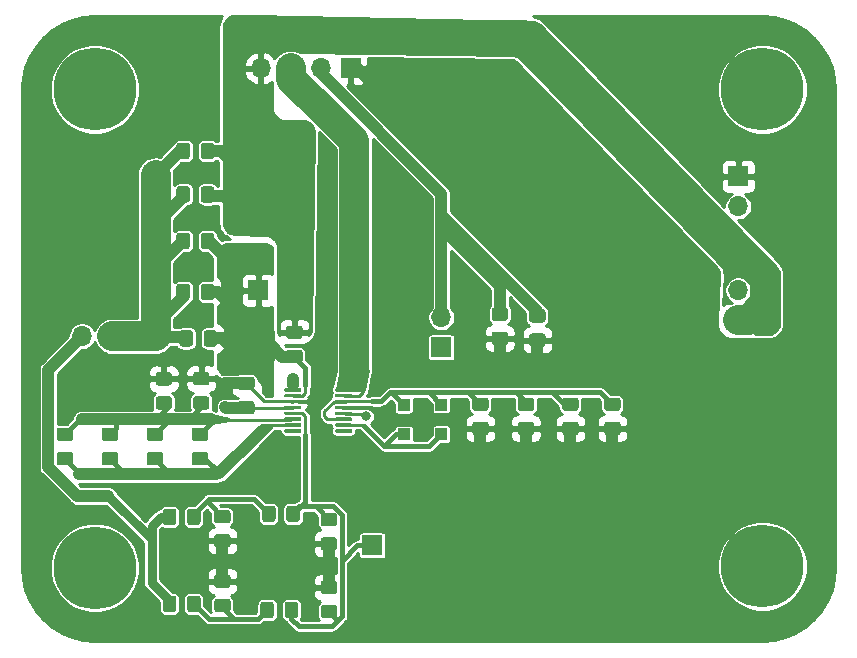
<source format=gbr>
%TF.GenerationSoftware,KiCad,Pcbnew,(5.1.9)-1*%
%TF.CreationDate,2021-07-10T10:04:41-04:00*%
%TF.ProjectId,detector_circuit_alt_LTC6254,64657465-6374-46f7-925f-636972637569,rev?*%
%TF.SameCoordinates,Original*%
%TF.FileFunction,Copper,L1,Top*%
%TF.FilePolarity,Positive*%
%FSLAX46Y46*%
G04 Gerber Fmt 4.6, Leading zero omitted, Abs format (unit mm)*
G04 Created by KiCad (PCBNEW (5.1.9)-1) date 2021-07-10 10:04:41*
%MOMM*%
%LPD*%
G01*
G04 APERTURE LIST*
%TA.AperFunction,ComponentPad*%
%ADD10C,7.000000*%
%TD*%
%TA.AperFunction,ComponentPad*%
%ADD11R,1.700000X1.700000*%
%TD*%
%TA.AperFunction,ComponentPad*%
%ADD12O,1.700000X1.700000*%
%TD*%
%TA.AperFunction,SMDPad,CuDef*%
%ADD13R,1.000000X1.000000*%
%TD*%
%TA.AperFunction,ViaPad*%
%ADD14C,0.800000*%
%TD*%
%TA.AperFunction,Conductor*%
%ADD15C,0.420000*%
%TD*%
%TA.AperFunction,Conductor*%
%ADD16C,0.800000*%
%TD*%
%TA.AperFunction,Conductor*%
%ADD17C,1.000000*%
%TD*%
%TA.AperFunction,Conductor*%
%ADD18C,0.250000*%
%TD*%
%TA.AperFunction,Conductor*%
%ADD19C,2.500000*%
%TD*%
%TA.AperFunction,Conductor*%
%ADD20C,0.254000*%
%TD*%
%TA.AperFunction,Conductor*%
%ADD21C,0.100000*%
%TD*%
G04 APERTURE END LIST*
D10*
%TO.P,REF\u002A\u002A,1*%
%TO.N,N/C*%
X90170000Y-100457000D03*
%TD*%
%TO.P,REF\u002A\u002A,1*%
%TO.N,N/C*%
X146685000Y-100457000D03*
%TD*%
%TO.P,REF\u002A\u002A,1*%
%TO.N,N/C*%
X146685000Y-140843000D03*
%TD*%
D11*
%TO.P,TP2,1*%
%TO.N,Net-(C31-Pad2)*%
X104013000Y-117475000D03*
%TD*%
%TO.P,U1,16*%
%TO.N,/DET_ADC*%
%TA.AperFunction,SMDPad,CuDef*%
G36*
G01*
X110518000Y-125960000D02*
X110518000Y-125810000D01*
G75*
G02*
X110593000Y-125735000I75000J0D01*
G01*
X111893000Y-125735000D01*
G75*
G02*
X111968000Y-125810000I0J-75000D01*
G01*
X111968000Y-125960000D01*
G75*
G02*
X111893000Y-126035000I-75000J0D01*
G01*
X110593000Y-126035000D01*
G75*
G02*
X110518000Y-125960000I0J75000D01*
G01*
G37*
%TD.AperFunction*%
%TO.P,U1,15*%
%TA.AperFunction,SMDPad,CuDef*%
G36*
G01*
X110518000Y-126460000D02*
X110518000Y-126310000D01*
G75*
G02*
X110593000Y-126235000I75000J0D01*
G01*
X111893000Y-126235000D01*
G75*
G02*
X111968000Y-126310000I0J-75000D01*
G01*
X111968000Y-126460000D01*
G75*
G02*
X111893000Y-126535000I-75000J0D01*
G01*
X110593000Y-126535000D01*
G75*
G02*
X110518000Y-126460000I0J75000D01*
G01*
G37*
%TD.AperFunction*%
%TO.P,U1,14*%
%TO.N,Net-(C19-Pad1)*%
%TA.AperFunction,SMDPad,CuDef*%
G36*
G01*
X110518000Y-126960000D02*
X110518000Y-126810000D01*
G75*
G02*
X110593000Y-126735000I75000J0D01*
G01*
X111893000Y-126735000D01*
G75*
G02*
X111968000Y-126810000I0J-75000D01*
G01*
X111968000Y-126960000D01*
G75*
G02*
X111893000Y-127035000I-75000J0D01*
G01*
X110593000Y-127035000D01*
G75*
G02*
X110518000Y-126960000I0J75000D01*
G01*
G37*
%TD.AperFunction*%
%TO.P,U1,13*%
%TO.N,GND*%
%TA.AperFunction,SMDPad,CuDef*%
G36*
G01*
X110518000Y-127460000D02*
X110518000Y-127310000D01*
G75*
G02*
X110593000Y-127235000I75000J0D01*
G01*
X111893000Y-127235000D01*
G75*
G02*
X111968000Y-127310000I0J-75000D01*
G01*
X111968000Y-127460000D01*
G75*
G02*
X111893000Y-127535000I-75000J0D01*
G01*
X110593000Y-127535000D01*
G75*
G02*
X110518000Y-127460000I0J75000D01*
G01*
G37*
%TD.AperFunction*%
%TO.P,U1,12*%
%TO.N,Net-(C36-Pad1)*%
%TA.AperFunction,SMDPad,CuDef*%
G36*
G01*
X110518000Y-127960000D02*
X110518000Y-127810000D01*
G75*
G02*
X110593000Y-127735000I75000J0D01*
G01*
X111893000Y-127735000D01*
G75*
G02*
X111968000Y-127810000I0J-75000D01*
G01*
X111968000Y-127960000D01*
G75*
G02*
X111893000Y-128035000I-75000J0D01*
G01*
X110593000Y-128035000D01*
G75*
G02*
X110518000Y-127960000I0J75000D01*
G01*
G37*
%TD.AperFunction*%
%TO.P,U1,11*%
%TO.N,Net-(C19-Pad1)*%
%TA.AperFunction,SMDPad,CuDef*%
G36*
G01*
X110518000Y-128460000D02*
X110518000Y-128310000D01*
G75*
G02*
X110593000Y-128235000I75000J0D01*
G01*
X111893000Y-128235000D01*
G75*
G02*
X111968000Y-128310000I0J-75000D01*
G01*
X111968000Y-128460000D01*
G75*
G02*
X111893000Y-128535000I-75000J0D01*
G01*
X110593000Y-128535000D01*
G75*
G02*
X110518000Y-128460000I0J75000D01*
G01*
G37*
%TD.AperFunction*%
%TO.P,U1,10*%
%TO.N,Net-(D2-Pad2)*%
%TA.AperFunction,SMDPad,CuDef*%
G36*
G01*
X110518000Y-128960000D02*
X110518000Y-128810000D01*
G75*
G02*
X110593000Y-128735000I75000J0D01*
G01*
X111893000Y-128735000D01*
G75*
G02*
X111968000Y-128810000I0J-75000D01*
G01*
X111968000Y-128960000D01*
G75*
G02*
X111893000Y-129035000I-75000J0D01*
G01*
X110593000Y-129035000D01*
G75*
G02*
X110518000Y-128960000I0J75000D01*
G01*
G37*
%TD.AperFunction*%
%TO.P,U1,9*%
%TO.N,N/C*%
%TA.AperFunction,SMDPad,CuDef*%
G36*
G01*
X110518000Y-129460000D02*
X110518000Y-129310000D01*
G75*
G02*
X110593000Y-129235000I75000J0D01*
G01*
X111893000Y-129235000D01*
G75*
G02*
X111968000Y-129310000I0J-75000D01*
G01*
X111968000Y-129460000D01*
G75*
G02*
X111893000Y-129535000I-75000J0D01*
G01*
X110593000Y-129535000D01*
G75*
G02*
X110518000Y-129460000I0J75000D01*
G01*
G37*
%TD.AperFunction*%
%TO.P,U1,8*%
%TA.AperFunction,SMDPad,CuDef*%
G36*
G01*
X106218000Y-129460000D02*
X106218000Y-129310000D01*
G75*
G02*
X106293000Y-129235000I75000J0D01*
G01*
X107593000Y-129235000D01*
G75*
G02*
X107668000Y-129310000I0J-75000D01*
G01*
X107668000Y-129460000D01*
G75*
G02*
X107593000Y-129535000I-75000J0D01*
G01*
X106293000Y-129535000D01*
G75*
G02*
X106218000Y-129460000I0J75000D01*
G01*
G37*
%TD.AperFunction*%
%TO.P,U1,7*%
%TO.N,Net-(C36-Pad1)*%
%TA.AperFunction,SMDPad,CuDef*%
G36*
G01*
X106218000Y-128960000D02*
X106218000Y-128810000D01*
G75*
G02*
X106293000Y-128735000I75000J0D01*
G01*
X107593000Y-128735000D01*
G75*
G02*
X107668000Y-128810000I0J-75000D01*
G01*
X107668000Y-128960000D01*
G75*
G02*
X107593000Y-129035000I-75000J0D01*
G01*
X106293000Y-129035000D01*
G75*
G02*
X106218000Y-128960000I0J75000D01*
G01*
G37*
%TD.AperFunction*%
%TO.P,U1,6*%
%TO.N,Net-(C36-Pad2)*%
%TA.AperFunction,SMDPad,CuDef*%
G36*
G01*
X106218000Y-128460000D02*
X106218000Y-128310000D01*
G75*
G02*
X106293000Y-128235000I75000J0D01*
G01*
X107593000Y-128235000D01*
G75*
G02*
X107668000Y-128310000I0J-75000D01*
G01*
X107668000Y-128460000D01*
G75*
G02*
X107593000Y-128535000I-75000J0D01*
G01*
X106293000Y-128535000D01*
G75*
G02*
X106218000Y-128460000I0J75000D01*
G01*
G37*
%TD.AperFunction*%
%TO.P,U1,5*%
%TO.N,Net-(C18-Pad2)*%
%TA.AperFunction,SMDPad,CuDef*%
G36*
G01*
X106218000Y-127960000D02*
X106218000Y-127810000D01*
G75*
G02*
X106293000Y-127735000I75000J0D01*
G01*
X107593000Y-127735000D01*
G75*
G02*
X107668000Y-127810000I0J-75000D01*
G01*
X107668000Y-127960000D01*
G75*
G02*
X107593000Y-128035000I-75000J0D01*
G01*
X106293000Y-128035000D01*
G75*
G02*
X106218000Y-127960000I0J75000D01*
G01*
G37*
%TD.AperFunction*%
%TO.P,U1,4*%
%TO.N,+4.7V*%
%TA.AperFunction,SMDPad,CuDef*%
G36*
G01*
X106218000Y-127460000D02*
X106218000Y-127310000D01*
G75*
G02*
X106293000Y-127235000I75000J0D01*
G01*
X107593000Y-127235000D01*
G75*
G02*
X107668000Y-127310000I0J-75000D01*
G01*
X107668000Y-127460000D01*
G75*
G02*
X107593000Y-127535000I-75000J0D01*
G01*
X106293000Y-127535000D01*
G75*
G02*
X106218000Y-127460000I0J75000D01*
G01*
G37*
%TD.AperFunction*%
%TO.P,U1,3*%
%TO.N,GND*%
%TA.AperFunction,SMDPad,CuDef*%
G36*
G01*
X106218000Y-126960000D02*
X106218000Y-126810000D01*
G75*
G02*
X106293000Y-126735000I75000J0D01*
G01*
X107593000Y-126735000D01*
G75*
G02*
X107668000Y-126810000I0J-75000D01*
G01*
X107668000Y-126960000D01*
G75*
G02*
X107593000Y-127035000I-75000J0D01*
G01*
X106293000Y-127035000D01*
G75*
G02*
X106218000Y-126960000I0J75000D01*
G01*
G37*
%TD.AperFunction*%
%TO.P,U1,2*%
%TO.N,Net-(C31-Pad2)*%
%TA.AperFunction,SMDPad,CuDef*%
G36*
G01*
X106218000Y-126460000D02*
X106218000Y-126310000D01*
G75*
G02*
X106293000Y-126235000I75000J0D01*
G01*
X107593000Y-126235000D01*
G75*
G02*
X107668000Y-126310000I0J-75000D01*
G01*
X107668000Y-126460000D01*
G75*
G02*
X107593000Y-126535000I-75000J0D01*
G01*
X106293000Y-126535000D01*
G75*
G02*
X106218000Y-126460000I0J75000D01*
G01*
G37*
%TD.AperFunction*%
%TO.P,U1,1*%
%TO.N,Net-(C31-Pad1)*%
%TA.AperFunction,SMDPad,CuDef*%
G36*
G01*
X106218000Y-125960000D02*
X106218000Y-125810000D01*
G75*
G02*
X106293000Y-125735000I75000J0D01*
G01*
X107593000Y-125735000D01*
G75*
G02*
X107668000Y-125810000I0J-75000D01*
G01*
X107668000Y-125960000D01*
G75*
G02*
X107593000Y-126035000I-75000J0D01*
G01*
X106293000Y-126035000D01*
G75*
G02*
X106218000Y-125960000I0J75000D01*
G01*
G37*
%TD.AperFunction*%
%TD*%
%TO.P,R1,2*%
%TO.N,/SIPM_OUT*%
%TA.AperFunction,SMDPad,CuDef*%
G36*
G01*
X107511001Y-121597000D02*
X106610999Y-121597000D01*
G75*
G02*
X106361000Y-121347001I0J249999D01*
G01*
X106361000Y-120696999D01*
G75*
G02*
X106610999Y-120447000I249999J0D01*
G01*
X107511001Y-120447000D01*
G75*
G02*
X107761000Y-120696999I0J-249999D01*
G01*
X107761000Y-121347001D01*
G75*
G02*
X107511001Y-121597000I-249999J0D01*
G01*
G37*
%TD.AperFunction*%
%TO.P,R1,1*%
%TO.N,Net-(C31-Pad2)*%
%TA.AperFunction,SMDPad,CuDef*%
G36*
G01*
X107511001Y-123647000D02*
X106610999Y-123647000D01*
G75*
G02*
X106361000Y-123397001I0J249999D01*
G01*
X106361000Y-122746999D01*
G75*
G02*
X106610999Y-122497000I249999J0D01*
G01*
X107511001Y-122497000D01*
G75*
G02*
X107761000Y-122746999I0J-249999D01*
G01*
X107761000Y-123397001D01*
G75*
G02*
X107511001Y-123647000I-249999J0D01*
G01*
G37*
%TD.AperFunction*%
%TD*%
%TO.P,TP15,1*%
%TO.N,Net-(C18-Pad2)*%
X113665000Y-139065000D03*
%TD*%
%TO.P,R26,2*%
%TO.N,GND*%
%TA.AperFunction,SMDPad,CuDef*%
G36*
G01*
X99628001Y-125525000D02*
X98727999Y-125525000D01*
G75*
G02*
X98478000Y-125275001I0J249999D01*
G01*
X98478000Y-124624999D01*
G75*
G02*
X98727999Y-124375000I249999J0D01*
G01*
X99628001Y-124375000D01*
G75*
G02*
X99878000Y-124624999I0J-249999D01*
G01*
X99878000Y-125275001D01*
G75*
G02*
X99628001Y-125525000I-249999J0D01*
G01*
G37*
%TD.AperFunction*%
%TO.P,R26,1*%
%TO.N,Net-(C36-Pad2)*%
%TA.AperFunction,SMDPad,CuDef*%
G36*
G01*
X99628001Y-127575000D02*
X98727999Y-127575000D01*
G75*
G02*
X98478000Y-127325001I0J249999D01*
G01*
X98478000Y-126674999D01*
G75*
G02*
X98727999Y-126425000I249999J0D01*
G01*
X99628001Y-126425000D01*
G75*
G02*
X99878000Y-126674999I0J-249999D01*
G01*
X99878000Y-127325001D01*
G75*
G02*
X99628001Y-127575000I-249999J0D01*
G01*
G37*
%TD.AperFunction*%
%TD*%
%TO.P,R34,2*%
%TO.N,Net-(C36-Pad2)*%
%TA.AperFunction,SMDPad,CuDef*%
G36*
G01*
X95561999Y-126434000D02*
X96462001Y-126434000D01*
G75*
G02*
X96712000Y-126683999I0J-249999D01*
G01*
X96712000Y-127334001D01*
G75*
G02*
X96462001Y-127584000I-249999J0D01*
G01*
X95561999Y-127584000D01*
G75*
G02*
X95312000Y-127334001I0J249999D01*
G01*
X95312000Y-126683999D01*
G75*
G02*
X95561999Y-126434000I249999J0D01*
G01*
G37*
%TD.AperFunction*%
%TO.P,R34,1*%
%TO.N,GND*%
%TA.AperFunction,SMDPad,CuDef*%
G36*
G01*
X95561999Y-124384000D02*
X96462001Y-124384000D01*
G75*
G02*
X96712000Y-124633999I0J-249999D01*
G01*
X96712000Y-125284001D01*
G75*
G02*
X96462001Y-125534000I-249999J0D01*
G01*
X95561999Y-125534000D01*
G75*
G02*
X95312000Y-125284001I0J249999D01*
G01*
X95312000Y-124633999D01*
G75*
G02*
X95561999Y-124384000I249999J0D01*
G01*
G37*
%TD.AperFunction*%
%TD*%
D12*
%TO.P,JP1,2*%
%TO.N,/AMP_OUT*%
X119507000Y-119761000D03*
D11*
%TO.P,JP1,1*%
%TO.N,Net-(C36-Pad1)*%
X119507000Y-122301000D03*
%TD*%
%TO.P,R39,2*%
%TO.N,GND*%
%TA.AperFunction,SMDPad,CuDef*%
G36*
G01*
X133534999Y-128593000D02*
X134435001Y-128593000D01*
G75*
G02*
X134685000Y-128842999I0J-249999D01*
G01*
X134685000Y-129493001D01*
G75*
G02*
X134435001Y-129743000I-249999J0D01*
G01*
X133534999Y-129743000D01*
G75*
G02*
X133285000Y-129493001I0J249999D01*
G01*
X133285000Y-128842999D01*
G75*
G02*
X133534999Y-128593000I249999J0D01*
G01*
G37*
%TD.AperFunction*%
%TO.P,R39,1*%
%TO.N,Net-(C19-Pad1)*%
%TA.AperFunction,SMDPad,CuDef*%
G36*
G01*
X133534999Y-126543000D02*
X134435001Y-126543000D01*
G75*
G02*
X134685000Y-126792999I0J-249999D01*
G01*
X134685000Y-127443001D01*
G75*
G02*
X134435001Y-127693000I-249999J0D01*
G01*
X133534999Y-127693000D01*
G75*
G02*
X133285000Y-127443001I0J249999D01*
G01*
X133285000Y-126792999D01*
G75*
G02*
X133534999Y-126543000I249999J0D01*
G01*
G37*
%TD.AperFunction*%
%TD*%
%TO.P,C32,2*%
%TO.N,/Filter_IN*%
%TA.AperFunction,SMDPad,CuDef*%
G36*
G01*
X97077000Y-136201999D02*
X97077000Y-137102001D01*
G75*
G02*
X96827001Y-137352000I-249999J0D01*
G01*
X96176999Y-137352000D01*
G75*
G02*
X95927000Y-137102001I0J249999D01*
G01*
X95927000Y-136201999D01*
G75*
G02*
X96176999Y-135952000I249999J0D01*
G01*
X96827001Y-135952000D01*
G75*
G02*
X97077000Y-136201999I0J-249999D01*
G01*
G37*
%TD.AperFunction*%
%TO.P,C32,1*%
%TO.N,Net-(C32-Pad1)*%
%TA.AperFunction,SMDPad,CuDef*%
G36*
G01*
X99127000Y-136201999D02*
X99127000Y-137102001D01*
G75*
G02*
X98877001Y-137352000I-249999J0D01*
G01*
X98226999Y-137352000D01*
G75*
G02*
X97977000Y-137102001I0J249999D01*
G01*
X97977000Y-136201999D01*
G75*
G02*
X98226999Y-135952000I249999J0D01*
G01*
X98877001Y-135952000D01*
G75*
G02*
X99127000Y-136201999I0J-249999D01*
G01*
G37*
%TD.AperFunction*%
%TD*%
%TO.P,C27,2*%
%TO.N,GND*%
%TA.AperFunction,SMDPad,CuDef*%
G36*
G01*
X127184999Y-121109000D02*
X128085001Y-121109000D01*
G75*
G02*
X128335000Y-121358999I0J-249999D01*
G01*
X128335000Y-122009001D01*
G75*
G02*
X128085001Y-122259000I-249999J0D01*
G01*
X127184999Y-122259000D01*
G75*
G02*
X126935000Y-122009001I0J249999D01*
G01*
X126935000Y-121358999D01*
G75*
G02*
X127184999Y-121109000I249999J0D01*
G01*
G37*
%TD.AperFunction*%
%TO.P,C27,1*%
%TO.N,/AMP_OUT*%
%TA.AperFunction,SMDPad,CuDef*%
G36*
G01*
X127184999Y-119059000D02*
X128085001Y-119059000D01*
G75*
G02*
X128335000Y-119308999I0J-249999D01*
G01*
X128335000Y-119959001D01*
G75*
G02*
X128085001Y-120209000I-249999J0D01*
G01*
X127184999Y-120209000D01*
G75*
G02*
X126935000Y-119959001I0J249999D01*
G01*
X126935000Y-119308999D01*
G75*
G02*
X127184999Y-119059000I249999J0D01*
G01*
G37*
%TD.AperFunction*%
%TD*%
%TO.P,C37,2*%
%TO.N,GND*%
%TA.AperFunction,SMDPad,CuDef*%
G36*
G01*
X122358999Y-128593000D02*
X123259001Y-128593000D01*
G75*
G02*
X123509000Y-128842999I0J-249999D01*
G01*
X123509000Y-129493001D01*
G75*
G02*
X123259001Y-129743000I-249999J0D01*
G01*
X122358999Y-129743000D01*
G75*
G02*
X122109000Y-129493001I0J249999D01*
G01*
X122109000Y-128842999D01*
G75*
G02*
X122358999Y-128593000I249999J0D01*
G01*
G37*
%TD.AperFunction*%
%TO.P,C37,1*%
%TO.N,Net-(C19-Pad1)*%
%TA.AperFunction,SMDPad,CuDef*%
G36*
G01*
X122358999Y-126543000D02*
X123259001Y-126543000D01*
G75*
G02*
X123509000Y-126792999I0J-249999D01*
G01*
X123509000Y-127443001D01*
G75*
G02*
X123259001Y-127693000I-249999J0D01*
G01*
X122358999Y-127693000D01*
G75*
G02*
X122109000Y-127443001I0J249999D01*
G01*
X122109000Y-126792999D01*
G75*
G02*
X122358999Y-126543000I249999J0D01*
G01*
G37*
%TD.AperFunction*%
%TD*%
%TO.P,R42,2*%
%TO.N,GND*%
%TA.AperFunction,SMDPad,CuDef*%
G36*
G01*
X124009999Y-120964000D02*
X124910001Y-120964000D01*
G75*
G02*
X125160000Y-121213999I0J-249999D01*
G01*
X125160000Y-121864001D01*
G75*
G02*
X124910001Y-122114000I-249999J0D01*
G01*
X124009999Y-122114000D01*
G75*
G02*
X123760000Y-121864001I0J249999D01*
G01*
X123760000Y-121213999D01*
G75*
G02*
X124009999Y-120964000I249999J0D01*
G01*
G37*
%TD.AperFunction*%
%TO.P,R42,1*%
%TO.N,/AMP_OUT*%
%TA.AperFunction,SMDPad,CuDef*%
G36*
G01*
X124009999Y-118914000D02*
X124910001Y-118914000D01*
G75*
G02*
X125160000Y-119163999I0J-249999D01*
G01*
X125160000Y-119814001D01*
G75*
G02*
X124910001Y-120064000I-249999J0D01*
G01*
X124009999Y-120064000D01*
G75*
G02*
X123760000Y-119814001I0J249999D01*
G01*
X123760000Y-119163999D01*
G75*
G02*
X124009999Y-118914000I249999J0D01*
G01*
G37*
%TD.AperFunction*%
%TD*%
D13*
%TO.P,D2,2*%
%TO.N,Net-(D2-Pad2)*%
X119507000Y-129647000D03*
%TO.P,D2,1*%
%TO.N,Net-(C19-Pad1)*%
X119507000Y-127147000D03*
%TD*%
D11*
%TO.P,TP1,1*%
%TO.N,/DET_ADC*%
X112141000Y-117475000D03*
%TD*%
D12*
%TO.P,JP5,2*%
%TO.N,/Filter_IN*%
X89090500Y-121348500D03*
D11*
%TO.P,JP5,1*%
%TO.N,Net-(C31-Pad1)*%
X91630500Y-121348500D03*
%TD*%
%TO.P,R40,2*%
%TO.N,/SIPM_OUT*%
%TA.AperFunction,SMDPad,CuDef*%
G36*
G01*
X99129000Y-109797001D02*
X99129000Y-108896999D01*
G75*
G02*
X99378999Y-108647000I249999J0D01*
G01*
X100029001Y-108647000D01*
G75*
G02*
X100279000Y-108896999I0J-249999D01*
G01*
X100279000Y-109797001D01*
G75*
G02*
X100029001Y-110047000I-249999J0D01*
G01*
X99378999Y-110047000D01*
G75*
G02*
X99129000Y-109797001I0J249999D01*
G01*
G37*
%TD.AperFunction*%
%TO.P,R40,1*%
%TO.N,Net-(C31-Pad1)*%
%TA.AperFunction,SMDPad,CuDef*%
G36*
G01*
X97079000Y-109797001D02*
X97079000Y-108896999D01*
G75*
G02*
X97328999Y-108647000I249999J0D01*
G01*
X97979001Y-108647000D01*
G75*
G02*
X98229000Y-108896999I0J-249999D01*
G01*
X98229000Y-109797001D01*
G75*
G02*
X97979001Y-110047000I-249999J0D01*
G01*
X97328999Y-110047000D01*
G75*
G02*
X97079000Y-109797001I0J249999D01*
G01*
G37*
%TD.AperFunction*%
%TD*%
%TO.P,R36,2*%
%TO.N,Net-(C36-Pad2)*%
%TA.AperFunction,SMDPad,CuDef*%
G36*
G01*
X91890001Y-130242000D02*
X90989999Y-130242000D01*
G75*
G02*
X90740000Y-129992001I0J249999D01*
G01*
X90740000Y-129341999D01*
G75*
G02*
X90989999Y-129092000I249999J0D01*
G01*
X91890001Y-129092000D01*
G75*
G02*
X92140000Y-129341999I0J-249999D01*
G01*
X92140000Y-129992001D01*
G75*
G02*
X91890001Y-130242000I-249999J0D01*
G01*
G37*
%TD.AperFunction*%
%TO.P,R36,1*%
%TO.N,Net-(C36-Pad1)*%
%TA.AperFunction,SMDPad,CuDef*%
G36*
G01*
X91890001Y-132292000D02*
X90989999Y-132292000D01*
G75*
G02*
X90740000Y-132042001I0J249999D01*
G01*
X90740000Y-131391999D01*
G75*
G02*
X90989999Y-131142000I249999J0D01*
G01*
X91890001Y-131142000D01*
G75*
G02*
X92140000Y-131391999I0J-249999D01*
G01*
X92140000Y-132042001D01*
G75*
G02*
X91890001Y-132292000I-249999J0D01*
G01*
G37*
%TD.AperFunction*%
%TD*%
%TO.P,R35,2*%
%TO.N,Net-(C36-Pad2)*%
%TA.AperFunction,SMDPad,CuDef*%
G36*
G01*
X88080001Y-130242000D02*
X87179999Y-130242000D01*
G75*
G02*
X86930000Y-129992001I0J249999D01*
G01*
X86930000Y-129341999D01*
G75*
G02*
X87179999Y-129092000I249999J0D01*
G01*
X88080001Y-129092000D01*
G75*
G02*
X88330000Y-129341999I0J-249999D01*
G01*
X88330000Y-129992001D01*
G75*
G02*
X88080001Y-130242000I-249999J0D01*
G01*
G37*
%TD.AperFunction*%
%TO.P,R35,1*%
%TO.N,Net-(C36-Pad1)*%
%TA.AperFunction,SMDPad,CuDef*%
G36*
G01*
X88080001Y-132292000D02*
X87179999Y-132292000D01*
G75*
G02*
X86930000Y-132042001I0J249999D01*
G01*
X86930000Y-131391999D01*
G75*
G02*
X87179999Y-131142000I249999J0D01*
G01*
X88080001Y-131142000D01*
G75*
G02*
X88330000Y-131391999I0J-249999D01*
G01*
X88330000Y-132042001D01*
G75*
G02*
X88080001Y-132292000I-249999J0D01*
G01*
G37*
%TD.AperFunction*%
%TD*%
%TO.P,R33,1*%
%TO.N,Net-(C18-Pad2)*%
%TA.AperFunction,SMDPad,CuDef*%
G36*
G01*
X107382000Y-144075999D02*
X107382000Y-144976001D01*
G75*
G02*
X107132001Y-145226000I-249999J0D01*
G01*
X106481999Y-145226000D01*
G75*
G02*
X106232000Y-144976001I0J249999D01*
G01*
X106232000Y-144075999D01*
G75*
G02*
X106481999Y-143826000I249999J0D01*
G01*
X107132001Y-143826000D01*
G75*
G02*
X107382000Y-144075999I0J-249999D01*
G01*
G37*
%TD.AperFunction*%
%TO.P,R33,2*%
%TO.N,Net-(C17-Pad1)*%
%TA.AperFunction,SMDPad,CuDef*%
G36*
G01*
X105332000Y-144075999D02*
X105332000Y-144976001D01*
G75*
G02*
X105082001Y-145226000I-249999J0D01*
G01*
X104431999Y-145226000D01*
G75*
G02*
X104182000Y-144976001I0J249999D01*
G01*
X104182000Y-144075999D01*
G75*
G02*
X104431999Y-143826000I249999J0D01*
G01*
X105082001Y-143826000D01*
G75*
G02*
X105332000Y-144075999I0J-249999D01*
G01*
G37*
%TD.AperFunction*%
%TD*%
%TO.P,R32,2*%
%TO.N,GND*%
%TA.AperFunction,SMDPad,CuDef*%
G36*
G01*
X101415001Y-142679000D02*
X100514999Y-142679000D01*
G75*
G02*
X100265000Y-142429001I0J249999D01*
G01*
X100265000Y-141778999D01*
G75*
G02*
X100514999Y-141529000I249999J0D01*
G01*
X101415001Y-141529000D01*
G75*
G02*
X101665000Y-141778999I0J-249999D01*
G01*
X101665000Y-142429001D01*
G75*
G02*
X101415001Y-142679000I-249999J0D01*
G01*
G37*
%TD.AperFunction*%
%TO.P,R32,1*%
%TO.N,Net-(C17-Pad1)*%
%TA.AperFunction,SMDPad,CuDef*%
G36*
G01*
X101415001Y-144729000D02*
X100514999Y-144729000D01*
G75*
G02*
X100265000Y-144479001I0J249999D01*
G01*
X100265000Y-143828999D01*
G75*
G02*
X100514999Y-143579000I249999J0D01*
G01*
X101415001Y-143579000D01*
G75*
G02*
X101665000Y-143828999I0J-249999D01*
G01*
X101665000Y-144479001D01*
G75*
G02*
X101415001Y-144729000I-249999J0D01*
G01*
G37*
%TD.AperFunction*%
%TD*%
%TO.P,R31,2*%
%TO.N,Net-(C31-Pad2)*%
%TA.AperFunction,SMDPad,CuDef*%
G36*
G01*
X99129000Y-113734001D02*
X99129000Y-112833999D01*
G75*
G02*
X99378999Y-112584000I249999J0D01*
G01*
X100029001Y-112584000D01*
G75*
G02*
X100279000Y-112833999I0J-249999D01*
G01*
X100279000Y-113734001D01*
G75*
G02*
X100029001Y-113984000I-249999J0D01*
G01*
X99378999Y-113984000D01*
G75*
G02*
X99129000Y-113734001I0J249999D01*
G01*
G37*
%TD.AperFunction*%
%TO.P,R31,1*%
%TO.N,Net-(C31-Pad1)*%
%TA.AperFunction,SMDPad,CuDef*%
G36*
G01*
X97079000Y-113734001D02*
X97079000Y-112833999D01*
G75*
G02*
X97328999Y-112584000I249999J0D01*
G01*
X97979001Y-112584000D01*
G75*
G02*
X98229000Y-112833999I0J-249999D01*
G01*
X98229000Y-113734001D01*
G75*
G02*
X97979001Y-113984000I-249999J0D01*
G01*
X97328999Y-113984000D01*
G75*
G02*
X97079000Y-113734001I0J249999D01*
G01*
G37*
%TD.AperFunction*%
%TD*%
%TO.P,R30,2*%
%TO.N,GND*%
%TA.AperFunction,SMDPad,CuDef*%
G36*
G01*
X126219799Y-128593000D02*
X127119801Y-128593000D01*
G75*
G02*
X127369800Y-128842999I0J-249999D01*
G01*
X127369800Y-129493001D01*
G75*
G02*
X127119801Y-129743000I-249999J0D01*
G01*
X126219799Y-129743000D01*
G75*
G02*
X125969800Y-129493001I0J249999D01*
G01*
X125969800Y-128842999D01*
G75*
G02*
X126219799Y-128593000I249999J0D01*
G01*
G37*
%TD.AperFunction*%
%TO.P,R30,1*%
%TO.N,Net-(C19-Pad1)*%
%TA.AperFunction,SMDPad,CuDef*%
G36*
G01*
X126219799Y-126543000D02*
X127119801Y-126543000D01*
G75*
G02*
X127369800Y-126792999I0J-249999D01*
G01*
X127369800Y-127443001D01*
G75*
G02*
X127119801Y-127693000I-249999J0D01*
G01*
X126219799Y-127693000D01*
G75*
G02*
X125969800Y-127443001I0J249999D01*
G01*
X125969800Y-126792999D01*
G75*
G02*
X126219799Y-126543000I249999J0D01*
G01*
G37*
%TD.AperFunction*%
%TD*%
%TO.P,R27,2*%
%TO.N,Net-(C36-Pad2)*%
%TA.AperFunction,SMDPad,CuDef*%
G36*
G01*
X99510001Y-130242000D02*
X98609999Y-130242000D01*
G75*
G02*
X98360000Y-129992001I0J249999D01*
G01*
X98360000Y-129341999D01*
G75*
G02*
X98609999Y-129092000I249999J0D01*
G01*
X99510001Y-129092000D01*
G75*
G02*
X99760000Y-129341999I0J-249999D01*
G01*
X99760000Y-129992001D01*
G75*
G02*
X99510001Y-130242000I-249999J0D01*
G01*
G37*
%TD.AperFunction*%
%TO.P,R27,1*%
%TO.N,Net-(C36-Pad1)*%
%TA.AperFunction,SMDPad,CuDef*%
G36*
G01*
X99510001Y-132292000D02*
X98609999Y-132292000D01*
G75*
G02*
X98360000Y-132042001I0J249999D01*
G01*
X98360000Y-131391999D01*
G75*
G02*
X98609999Y-131142000I249999J0D01*
G01*
X99510001Y-131142000D01*
G75*
G02*
X99760000Y-131391999I0J-249999D01*
G01*
X99760000Y-132042001D01*
G75*
G02*
X99510001Y-132292000I-249999J0D01*
G01*
G37*
%TD.AperFunction*%
%TD*%
%TO.P,R25,2*%
%TO.N,Net-(C32-Pad1)*%
%TA.AperFunction,SMDPad,CuDef*%
G36*
G01*
X105477000Y-135947999D02*
X105477000Y-136848001D01*
G75*
G02*
X105227001Y-137098000I-249999J0D01*
G01*
X104576999Y-137098000D01*
G75*
G02*
X104327000Y-136848001I0J249999D01*
G01*
X104327000Y-135947999D01*
G75*
G02*
X104576999Y-135698000I249999J0D01*
G01*
X105227001Y-135698000D01*
G75*
G02*
X105477000Y-135947999I0J-249999D01*
G01*
G37*
%TD.AperFunction*%
%TO.P,R25,1*%
%TO.N,Net-(C18-Pad2)*%
%TA.AperFunction,SMDPad,CuDef*%
G36*
G01*
X107527000Y-135947999D02*
X107527000Y-136848001D01*
G75*
G02*
X107277001Y-137098000I-249999J0D01*
G01*
X106626999Y-137098000D01*
G75*
G02*
X106377000Y-136848001I0J249999D01*
G01*
X106377000Y-135947999D01*
G75*
G02*
X106626999Y-135698000I249999J0D01*
G01*
X107277001Y-135698000D01*
G75*
G02*
X107527000Y-135947999I0J-249999D01*
G01*
G37*
%TD.AperFunction*%
%TD*%
%TO.P,R24,2*%
%TO.N,GND*%
%TA.AperFunction,SMDPad,CuDef*%
G36*
G01*
X100514999Y-138109000D02*
X101415001Y-138109000D01*
G75*
G02*
X101665000Y-138358999I0J-249999D01*
G01*
X101665000Y-139009001D01*
G75*
G02*
X101415001Y-139259000I-249999J0D01*
G01*
X100514999Y-139259000D01*
G75*
G02*
X100265000Y-139009001I0J249999D01*
G01*
X100265000Y-138358999D01*
G75*
G02*
X100514999Y-138109000I249999J0D01*
G01*
G37*
%TD.AperFunction*%
%TO.P,R24,1*%
%TO.N,Net-(C32-Pad1)*%
%TA.AperFunction,SMDPad,CuDef*%
G36*
G01*
X100514999Y-136059000D02*
X101415001Y-136059000D01*
G75*
G02*
X101665000Y-136308999I0J-249999D01*
G01*
X101665000Y-136959001D01*
G75*
G02*
X101415001Y-137209000I-249999J0D01*
G01*
X100514999Y-137209000D01*
G75*
G02*
X100265000Y-136959001I0J249999D01*
G01*
X100265000Y-136308999D01*
G75*
G02*
X100514999Y-136059000I249999J0D01*
G01*
G37*
%TD.AperFunction*%
%TD*%
%TO.P,R17,2*%
%TO.N,Net-(C31-Pad2)*%
%TA.AperFunction,SMDPad,CuDef*%
G36*
G01*
X99374000Y-121989001D02*
X99374000Y-121088999D01*
G75*
G02*
X99623999Y-120839000I249999J0D01*
G01*
X100274001Y-120839000D01*
G75*
G02*
X100524000Y-121088999I0J-249999D01*
G01*
X100524000Y-121989001D01*
G75*
G02*
X100274001Y-122239000I-249999J0D01*
G01*
X99623999Y-122239000D01*
G75*
G02*
X99374000Y-121989001I0J249999D01*
G01*
G37*
%TD.AperFunction*%
%TO.P,R17,1*%
%TO.N,Net-(C31-Pad1)*%
%TA.AperFunction,SMDPad,CuDef*%
G36*
G01*
X97324000Y-121989001D02*
X97324000Y-121088999D01*
G75*
G02*
X97573999Y-120839000I249999J0D01*
G01*
X98224001Y-120839000D01*
G75*
G02*
X98474000Y-121088999I0J-249999D01*
G01*
X98474000Y-121989001D01*
G75*
G02*
X98224001Y-122239000I-249999J0D01*
G01*
X97573999Y-122239000D01*
G75*
G02*
X97324000Y-121989001I0J249999D01*
G01*
G37*
%TD.AperFunction*%
%TD*%
%TO.P,R16,2*%
%TO.N,/SIPM_OUT*%
%TA.AperFunction,SMDPad,CuDef*%
G36*
G01*
X99129000Y-106114001D02*
X99129000Y-105213999D01*
G75*
G02*
X99378999Y-104964000I249999J0D01*
G01*
X100029001Y-104964000D01*
G75*
G02*
X100279000Y-105213999I0J-249999D01*
G01*
X100279000Y-106114001D01*
G75*
G02*
X100029001Y-106364000I-249999J0D01*
G01*
X99378999Y-106364000D01*
G75*
G02*
X99129000Y-106114001I0J249999D01*
G01*
G37*
%TD.AperFunction*%
%TO.P,R16,1*%
%TO.N,Net-(C31-Pad1)*%
%TA.AperFunction,SMDPad,CuDef*%
G36*
G01*
X97079000Y-106114001D02*
X97079000Y-105213999D01*
G75*
G02*
X97328999Y-104964000I249999J0D01*
G01*
X97979001Y-104964000D01*
G75*
G02*
X98229000Y-105213999I0J-249999D01*
G01*
X98229000Y-106114001D01*
G75*
G02*
X97979001Y-106364000I-249999J0D01*
G01*
X97328999Y-106364000D01*
G75*
G02*
X97079000Y-106114001I0J249999D01*
G01*
G37*
%TD.AperFunction*%
%TD*%
D13*
%TO.P,D6,2*%
%TO.N,Net-(D2-Pad2)*%
X116332000Y-129667000D03*
%TO.P,D6,1*%
%TO.N,Net-(C19-Pad1)*%
X116332000Y-127167000D03*
%TD*%
%TO.P,C39,2*%
%TO.N,GND*%
%TA.AperFunction,SMDPad,CuDef*%
G36*
G01*
X103447001Y-125924000D02*
X102546999Y-125924000D01*
G75*
G02*
X102297000Y-125674001I0J249999D01*
G01*
X102297000Y-125023999D01*
G75*
G02*
X102546999Y-124774000I249999J0D01*
G01*
X103447001Y-124774000D01*
G75*
G02*
X103697000Y-125023999I0J-249999D01*
G01*
X103697000Y-125674001D01*
G75*
G02*
X103447001Y-125924000I-249999J0D01*
G01*
G37*
%TD.AperFunction*%
%TO.P,C39,1*%
%TO.N,+4.7V*%
%TA.AperFunction,SMDPad,CuDef*%
G36*
G01*
X103447001Y-127974000D02*
X102546999Y-127974000D01*
G75*
G02*
X102297000Y-127724001I0J249999D01*
G01*
X102297000Y-127073999D01*
G75*
G02*
X102546999Y-126824000I249999J0D01*
G01*
X103447001Y-126824000D01*
G75*
G02*
X103697000Y-127073999I0J-249999D01*
G01*
X103697000Y-127724001D01*
G75*
G02*
X103447001Y-127974000I-249999J0D01*
G01*
G37*
%TD.AperFunction*%
%TD*%
%TO.P,C36,2*%
%TO.N,Net-(C36-Pad2)*%
%TA.AperFunction,SMDPad,CuDef*%
G36*
G01*
X95700001Y-130242000D02*
X94799999Y-130242000D01*
G75*
G02*
X94550000Y-129992001I0J249999D01*
G01*
X94550000Y-129341999D01*
G75*
G02*
X94799999Y-129092000I249999J0D01*
G01*
X95700001Y-129092000D01*
G75*
G02*
X95950000Y-129341999I0J-249999D01*
G01*
X95950000Y-129992001D01*
G75*
G02*
X95700001Y-130242000I-249999J0D01*
G01*
G37*
%TD.AperFunction*%
%TO.P,C36,1*%
%TO.N,Net-(C36-Pad1)*%
%TA.AperFunction,SMDPad,CuDef*%
G36*
G01*
X95700001Y-132292000D02*
X94799999Y-132292000D01*
G75*
G02*
X94550000Y-132042001I0J249999D01*
G01*
X94550000Y-131391999D01*
G75*
G02*
X94799999Y-131142000I249999J0D01*
G01*
X95700001Y-131142000D01*
G75*
G02*
X95950000Y-131391999I0J-249999D01*
G01*
X95950000Y-132042001D01*
G75*
G02*
X95700001Y-132292000I-249999J0D01*
G01*
G37*
%TD.AperFunction*%
%TD*%
%TO.P,C33,2*%
%TO.N,Net-(C18-Pad2)*%
%TA.AperFunction,SMDPad,CuDef*%
G36*
G01*
X110432001Y-137463000D02*
X109531999Y-137463000D01*
G75*
G02*
X109282000Y-137213001I0J249999D01*
G01*
X109282000Y-136562999D01*
G75*
G02*
X109531999Y-136313000I249999J0D01*
G01*
X110432001Y-136313000D01*
G75*
G02*
X110682000Y-136562999I0J-249999D01*
G01*
X110682000Y-137213001D01*
G75*
G02*
X110432001Y-137463000I-249999J0D01*
G01*
G37*
%TD.AperFunction*%
%TO.P,C33,1*%
%TO.N,GND*%
%TA.AperFunction,SMDPad,CuDef*%
G36*
G01*
X110432001Y-139513000D02*
X109531999Y-139513000D01*
G75*
G02*
X109282000Y-139263001I0J249999D01*
G01*
X109282000Y-138612999D01*
G75*
G02*
X109531999Y-138363000I249999J0D01*
G01*
X110432001Y-138363000D01*
G75*
G02*
X110682000Y-138612999I0J-249999D01*
G01*
X110682000Y-139263001D01*
G75*
G02*
X110432001Y-139513000I-249999J0D01*
G01*
G37*
%TD.AperFunction*%
%TD*%
%TO.P,C31,2*%
%TO.N,Net-(C31-Pad2)*%
%TA.AperFunction,SMDPad,CuDef*%
G36*
G01*
X99129000Y-118052001D02*
X99129000Y-117151999D01*
G75*
G02*
X99378999Y-116902000I249999J0D01*
G01*
X100029001Y-116902000D01*
G75*
G02*
X100279000Y-117151999I0J-249999D01*
G01*
X100279000Y-118052001D01*
G75*
G02*
X100029001Y-118302000I-249999J0D01*
G01*
X99378999Y-118302000D01*
G75*
G02*
X99129000Y-118052001I0J249999D01*
G01*
G37*
%TD.AperFunction*%
%TO.P,C31,1*%
%TO.N,Net-(C31-Pad1)*%
%TA.AperFunction,SMDPad,CuDef*%
G36*
G01*
X97079000Y-118052001D02*
X97079000Y-117151999D01*
G75*
G02*
X97328999Y-116902000I249999J0D01*
G01*
X97979001Y-116902000D01*
G75*
G02*
X98229000Y-117151999I0J-249999D01*
G01*
X98229000Y-118052001D01*
G75*
G02*
X97979001Y-118302000I-249999J0D01*
G01*
X97328999Y-118302000D01*
G75*
G02*
X97079000Y-118052001I0J249999D01*
G01*
G37*
%TD.AperFunction*%
%TD*%
%TO.P,C19,2*%
%TO.N,GND*%
%TA.AperFunction,SMDPad,CuDef*%
G36*
G01*
X129978999Y-128593000D02*
X130879001Y-128593000D01*
G75*
G02*
X131129000Y-128842999I0J-249999D01*
G01*
X131129000Y-129493001D01*
G75*
G02*
X130879001Y-129743000I-249999J0D01*
G01*
X129978999Y-129743000D01*
G75*
G02*
X129729000Y-129493001I0J249999D01*
G01*
X129729000Y-128842999D01*
G75*
G02*
X129978999Y-128593000I249999J0D01*
G01*
G37*
%TD.AperFunction*%
%TO.P,C19,1*%
%TO.N,Net-(C19-Pad1)*%
%TA.AperFunction,SMDPad,CuDef*%
G36*
G01*
X129978999Y-126543000D02*
X130879001Y-126543000D01*
G75*
G02*
X131129000Y-126792999I0J-249999D01*
G01*
X131129000Y-127443001D01*
G75*
G02*
X130879001Y-127693000I-249999J0D01*
G01*
X129978999Y-127693000D01*
G75*
G02*
X129729000Y-127443001I0J249999D01*
G01*
X129729000Y-126792999D01*
G75*
G02*
X129978999Y-126543000I249999J0D01*
G01*
G37*
%TD.AperFunction*%
%TD*%
%TO.P,C18,1*%
%TO.N,GND*%
%TA.AperFunction,SMDPad,CuDef*%
G36*
G01*
X109531999Y-142037000D02*
X110432001Y-142037000D01*
G75*
G02*
X110682000Y-142286999I0J-249999D01*
G01*
X110682000Y-142937001D01*
G75*
G02*
X110432001Y-143187000I-249999J0D01*
G01*
X109531999Y-143187000D01*
G75*
G02*
X109282000Y-142937001I0J249999D01*
G01*
X109282000Y-142286999D01*
G75*
G02*
X109531999Y-142037000I249999J0D01*
G01*
G37*
%TD.AperFunction*%
%TO.P,C18,2*%
%TO.N,Net-(C18-Pad2)*%
%TA.AperFunction,SMDPad,CuDef*%
G36*
G01*
X109531999Y-144087000D02*
X110432001Y-144087000D01*
G75*
G02*
X110682000Y-144336999I0J-249999D01*
G01*
X110682000Y-144987001D01*
G75*
G02*
X110432001Y-145237000I-249999J0D01*
G01*
X109531999Y-145237000D01*
G75*
G02*
X109282000Y-144987001I0J249999D01*
G01*
X109282000Y-144336999D01*
G75*
G02*
X109531999Y-144087000I249999J0D01*
G01*
G37*
%TD.AperFunction*%
%TD*%
%TO.P,C17,2*%
%TO.N,/Filter_IN*%
%TA.AperFunction,SMDPad,CuDef*%
G36*
G01*
X97077000Y-143567999D02*
X97077000Y-144468001D01*
G75*
G02*
X96827001Y-144718000I-249999J0D01*
G01*
X96176999Y-144718000D01*
G75*
G02*
X95927000Y-144468001I0J249999D01*
G01*
X95927000Y-143567999D01*
G75*
G02*
X96176999Y-143318000I249999J0D01*
G01*
X96827001Y-143318000D01*
G75*
G02*
X97077000Y-143567999I0J-249999D01*
G01*
G37*
%TD.AperFunction*%
%TO.P,C17,1*%
%TO.N,Net-(C17-Pad1)*%
%TA.AperFunction,SMDPad,CuDef*%
G36*
G01*
X99127000Y-143567999D02*
X99127000Y-144468001D01*
G75*
G02*
X98877001Y-144718000I-249999J0D01*
G01*
X98226999Y-144718000D01*
G75*
G02*
X97977000Y-144468001I0J249999D01*
G01*
X97977000Y-143567999D01*
G75*
G02*
X98226999Y-143318000I249999J0D01*
G01*
X98877001Y-143318000D01*
G75*
G02*
X99127000Y-143567999I0J-249999D01*
G01*
G37*
%TD.AperFunction*%
%TD*%
D12*
%TO.P,J3,4*%
%TO.N,/SIPM_OUT*%
X104203500Y-98679000D03*
%TO.P,J3,3*%
%TO.N,/DET_ADC*%
X106743500Y-98679000D03*
%TO.P,J3,2*%
%TO.N,/AMP_OUT*%
X109283500Y-98679000D03*
D11*
%TO.P,J3,1*%
%TO.N,GND*%
X111823500Y-98679000D03*
%TD*%
D12*
%TO.P,J2,2*%
%TO.N,N/C*%
X144653000Y-117475000D03*
D11*
%TO.P,J2,1*%
%TO.N,/SIPM_OUT*%
X144653000Y-120015000D03*
%TD*%
D12*
%TO.P,J1,2*%
%TO.N,+4.7V*%
X144653000Y-110363000D03*
D11*
%TO.P,J1,1*%
%TO.N,GND*%
X144653000Y-107823000D03*
%TD*%
D10*
%TO.P,REF\u002A\u002A,1*%
%TO.N,N/C*%
X90170000Y-140970000D03*
%TD*%
D14*
%TO.N,GND*%
X124460000Y-123190000D03*
X109982000Y-140589000D03*
X100965000Y-140589000D03*
X101219000Y-125349000D03*
X127635000Y-123190000D03*
X114173000Y-100520500D03*
X114681000Y-127635000D03*
X126669800Y-131394200D03*
X122809000Y-131191000D03*
X130429000Y-131191000D03*
X133985000Y-131191000D03*
%TO.N,Net-(C31-Pad1)*%
X106943000Y-124959000D03*
%TO.N,Net-(C36-Pad1)*%
X113157000Y-128143000D03*
X103886000Y-129794000D03*
%TO.N,+4.7V*%
X101219000Y-127381000D03*
%TD*%
D15*
%TO.N,GND*%
X126415800Y-129117200D02*
X126787800Y-129117200D01*
D16*
X102870000Y-125476000D02*
X102997000Y-125349000D01*
D17*
X100965000Y-138684000D02*
X100965000Y-142104000D01*
X109982000Y-138938000D02*
X109982000Y-142612000D01*
X124460000Y-121539000D02*
X124460000Y-123190000D01*
X127635000Y-121684000D02*
X127635000Y-123190000D01*
X111823500Y-98679000D02*
X112331500Y-98679000D01*
X112331500Y-98679000D02*
X114173000Y-100520500D01*
X114173000Y-100520500D02*
X114173000Y-100520500D01*
X102997000Y-125349000D02*
X101219000Y-125349000D01*
D18*
X106943000Y-126885000D02*
X106819000Y-126885000D01*
X104508010Y-126860010D02*
X102997000Y-125349000D01*
X106794010Y-126860010D02*
X104508010Y-126860010D01*
X106819000Y-126885000D02*
X106794010Y-126860010D01*
D17*
X130429000Y-129168000D02*
X130429000Y-131191000D01*
X122809000Y-129168000D02*
X122809000Y-131191000D01*
X126669800Y-129168000D02*
X126669800Y-131394200D01*
X126669800Y-131394200D02*
X126669800Y-131495800D01*
X122809000Y-131191000D02*
X122809000Y-131191000D01*
X130429000Y-131191000D02*
X130429000Y-131191000D01*
X133985000Y-129168000D02*
X133985000Y-131191000D01*
X133985000Y-131191000D02*
X133985000Y-131191000D01*
D18*
X113430402Y-127395020D02*
X114441020Y-127395020D01*
X114441020Y-127395020D02*
X114681000Y-127635000D01*
X113420382Y-127385000D02*
X113430402Y-127395020D01*
X111243000Y-127385000D02*
X113420382Y-127385000D01*
D15*
%TO.N,Net-(C17-Pad1)*%
X98552000Y-144018000D02*
X99822000Y-145288000D01*
X103995000Y-145288000D02*
X104757000Y-144526000D01*
X101972000Y-145288000D02*
X101092000Y-144408000D01*
X102108000Y-145288000D02*
X101972000Y-145288000D01*
X102108000Y-145288000D02*
X103995000Y-145288000D01*
X99822000Y-145288000D02*
X102108000Y-145288000D01*
%TO.N,Net-(C18-Pad2)*%
X106952000Y-136398000D02*
X106952000Y-136253000D01*
X106952000Y-136253000D02*
X107442000Y-135763000D01*
X108857000Y-135763000D02*
X109982000Y-136888000D01*
X107442000Y-135763000D02*
X108857000Y-135763000D01*
X111092010Y-137998010D02*
X111092010Y-137954990D01*
X111092010Y-137998010D02*
X111092010Y-139286010D01*
X111092010Y-145066990D02*
X111092010Y-143551990D01*
X111092010Y-140367990D02*
X111092010Y-140843000D01*
X112395000Y-139065000D02*
X111092010Y-140367990D01*
X113665000Y-139065000D02*
X112395000Y-139065000D01*
X111092010Y-139286010D02*
X111092010Y-140843000D01*
X111092010Y-140843000D02*
X111092010Y-143551990D01*
X110605372Y-145285372D02*
X109982000Y-144662000D01*
X110873628Y-145285372D02*
X110605372Y-145285372D01*
X111092010Y-145066990D02*
X110873628Y-145285372D01*
X106807000Y-145288000D02*
X106807000Y-144526000D01*
X107442000Y-145923000D02*
X106807000Y-145288000D01*
X111092010Y-145066990D02*
X110236000Y-145923000D01*
X110236000Y-145923000D02*
X107442000Y-145923000D01*
X108414980Y-135763000D02*
X110363000Y-135763000D01*
D18*
X107733702Y-127885000D02*
X107993010Y-128144308D01*
X106943000Y-127885000D02*
X107733702Y-127885000D01*
D15*
X106952000Y-136398000D02*
X107993010Y-135356990D01*
X107993010Y-135356990D02*
X107993010Y-129750990D01*
D18*
X107993010Y-128144308D02*
X107993010Y-129750990D01*
D15*
X111092010Y-136492010D02*
X110363000Y-135763000D01*
X111092010Y-137998010D02*
X111092010Y-136492010D01*
D18*
%TO.N,Net-(C19-Pad1)*%
X111243000Y-128385000D02*
X109843000Y-128385000D01*
X109843000Y-128385000D02*
X109601000Y-128143000D01*
X109601000Y-128143000D02*
X109601000Y-127686318D01*
X110402318Y-126885000D02*
X111243000Y-126885000D01*
X109601000Y-127686318D02*
X110402318Y-126885000D01*
X111415990Y-126860010D02*
X114439990Y-126860010D01*
X111391000Y-126885000D02*
X111415990Y-126860010D01*
X111243000Y-126885000D02*
X111391000Y-126885000D01*
D15*
X115276000Y-126111000D02*
X116332000Y-127167000D01*
X115189000Y-126111000D02*
X115276000Y-126111000D01*
X118471000Y-126111000D02*
X119507000Y-127147000D01*
X115189000Y-126111000D02*
X118471000Y-126111000D01*
X115189000Y-126111000D02*
X114439990Y-126860010D01*
X114439990Y-126860010D02*
X113652010Y-126860010D01*
X132978000Y-126111000D02*
X133985000Y-127118000D01*
X129912000Y-127118000D02*
X128905000Y-126111000D01*
X130429000Y-127118000D02*
X129912000Y-127118000D01*
X128905000Y-126111000D02*
X132978000Y-126111000D01*
X126669800Y-126923800D02*
X125857000Y-126111000D01*
X126669800Y-127118000D02*
X126669800Y-126923800D01*
X125857000Y-126111000D02*
X128905000Y-126111000D01*
X122800000Y-127118000D02*
X121793000Y-126111000D01*
X122809000Y-127118000D02*
X122800000Y-127118000D01*
X121793000Y-126111000D02*
X125857000Y-126111000D01*
X118471000Y-126111000D02*
X121793000Y-126111000D01*
D18*
%TO.N,Net-(C31-Pad1)*%
X106943000Y-124959000D02*
X106943000Y-124959000D01*
D17*
X106943000Y-124959000D02*
X106943000Y-125467000D01*
D18*
X106943000Y-125885000D02*
X106943000Y-125467000D01*
D19*
X91630500Y-121348500D02*
X95313500Y-121348500D01*
D17*
X97345500Y-105664000D02*
X95313500Y-107696000D01*
X97654000Y-105664000D02*
X97345500Y-105664000D01*
X97654000Y-109474000D02*
X97654000Y-109546500D01*
D19*
X95313500Y-111887000D02*
X95313500Y-107696000D01*
D17*
X97654000Y-109546500D02*
X95313500Y-111887000D01*
X97599500Y-113284000D02*
X95313500Y-115570000D01*
X97654000Y-113284000D02*
X97599500Y-113284000D01*
D19*
X95313500Y-115570000D02*
X95313500Y-111887000D01*
D17*
X97654000Y-117992000D02*
X95313500Y-120332500D01*
X97654000Y-117602000D02*
X97654000Y-117992000D01*
D19*
X95313500Y-120332500D02*
X95313500Y-115570000D01*
X95313500Y-121348500D02*
X95313500Y-120332500D01*
D17*
X95377000Y-121412000D02*
X95313500Y-121348500D01*
X97654000Y-121412000D02*
X95377000Y-121412000D01*
D15*
%TO.N,Net-(C32-Pad1)*%
X101092000Y-136507000D02*
X100965000Y-136634000D01*
X98552000Y-136652000D02*
X98552000Y-136398000D01*
X103632000Y-135128000D02*
X104902000Y-136398000D01*
X99822000Y-135491000D02*
X100965000Y-136634000D01*
X98552000Y-136398000D02*
X99822000Y-135128000D01*
X99822000Y-135128000D02*
X103632000Y-135128000D01*
X99822000Y-135491000D02*
X99822000Y-135128000D01*
%TO.N,Net-(C36-Pad2)*%
X98020998Y-128538002D02*
X99178000Y-127381000D01*
X96393000Y-127381000D02*
X95123000Y-128651000D01*
D18*
X91948000Y-129159000D02*
X91440000Y-129667000D01*
D15*
X88646000Y-128651000D02*
X87630000Y-129667000D01*
X91948000Y-128651000D02*
X91948000Y-129159000D01*
X95504000Y-128651000D02*
X91948000Y-128651000D01*
X95504000Y-128651000D02*
X96266000Y-128651000D01*
X96266000Y-128651000D02*
X95250000Y-129667000D01*
X99060000Y-129667000D02*
X100076000Y-128651000D01*
X100076000Y-128651000D02*
X99060000Y-128651000D01*
X99060000Y-128651000D02*
X95504000Y-128651000D01*
D18*
X106770010Y-128409990D02*
X100317010Y-128409990D01*
X100317010Y-128409990D02*
X100076000Y-128651000D01*
X106795000Y-128385000D02*
X106770010Y-128409990D01*
X106943000Y-128385000D02*
X106795000Y-128385000D01*
D15*
X91948000Y-128651000D02*
X89154000Y-128651000D01*
X89154000Y-128651000D02*
X88646000Y-128651000D01*
D17*
X89090500Y-128397000D02*
X100029930Y-128397000D01*
D15*
%TO.N,Net-(C36-Pad1)*%
X88755000Y-132842000D02*
X87630000Y-131717000D01*
X95250000Y-131717000D02*
X95268000Y-131717000D01*
X95268000Y-131717000D02*
X96393000Y-132842000D01*
X91458000Y-131717000D02*
X92583000Y-132842000D01*
X91440000Y-131717000D02*
X91458000Y-131717000D01*
X92583000Y-132842000D02*
X88755000Y-132842000D01*
X96393000Y-132842000D02*
X92583000Y-132842000D01*
X99522500Y-131717000D02*
X100203000Y-132397500D01*
X99060000Y-131717000D02*
X99522500Y-131717000D01*
X100203000Y-132397500D02*
X100203000Y-132461000D01*
X96393000Y-132842000D02*
X99822000Y-132842000D01*
D18*
X111407990Y-127909990D02*
X112923990Y-127909990D01*
X111383000Y-127885000D02*
X111407990Y-127909990D01*
X111243000Y-127885000D02*
X111383000Y-127885000D01*
X112923990Y-127909990D02*
X113157000Y-128143000D01*
X113157000Y-128143000D02*
X113157000Y-128143000D01*
X106943000Y-128885000D02*
X104344002Y-128885000D01*
D15*
X100203000Y-132461000D02*
X99822000Y-132842000D01*
D17*
X88824998Y-133032500D02*
X100457000Y-133032500D01*
X100711000Y-132969000D02*
X103886000Y-129794000D01*
X100387002Y-132842000D02*
X100544000Y-132842000D01*
X103886000Y-129794000D02*
X104318000Y-129362000D01*
D18*
%TO.N,Net-(D2-Pad2)*%
X111423990Y-128860010D02*
X112858010Y-128860010D01*
X111399000Y-128885000D02*
X111423990Y-128860010D01*
X111243000Y-128885000D02*
X111399000Y-128885000D01*
X112858010Y-128860010D02*
X114681000Y-130683000D01*
D15*
X118471000Y-130683000D02*
X119507000Y-129647000D01*
X114681000Y-130683000D02*
X118471000Y-130683000D01*
X115697000Y-129667000D02*
X114681000Y-130683000D01*
X116332000Y-129667000D02*
X115697000Y-129667000D01*
X114681000Y-130683000D02*
X112951001Y-128953001D01*
D18*
%TO.N,/DET_ADC*%
X112740500Y-125885000D02*
X111243000Y-125885000D01*
X112903000Y-126047500D02*
X112740500Y-125885000D01*
X112565500Y-126385000D02*
X112903000Y-126047500D01*
X111243000Y-126385000D02*
X112565500Y-126385000D01*
D19*
X112141000Y-117475000D02*
X112141000Y-124142500D01*
X112141000Y-117919500D02*
X112141000Y-104838500D01*
X106743500Y-99543002D02*
X106743500Y-98679000D01*
X108179499Y-100979001D02*
X106743500Y-99543002D01*
X112063499Y-104760999D02*
X108648500Y-101346000D01*
%TO.N,/SIPM_OUT*%
X146953001Y-118579001D02*
X146953001Y-116370999D01*
X145517002Y-120015000D02*
X146953001Y-118579001D01*
X146953001Y-116370999D02*
X127469001Y-96886999D01*
X144653000Y-120015000D02*
X145517002Y-120015000D01*
X127469001Y-96862001D02*
X126492000Y-95885000D01*
X127469001Y-96886999D02*
X127469001Y-96862001D01*
X126492000Y-95885000D02*
X104838500Y-95885000D01*
D17*
X99704000Y-105664000D02*
X99822000Y-105664000D01*
X99704000Y-105664000D02*
X100838000Y-105664000D01*
X100838000Y-105664000D02*
X101981000Y-106807000D01*
X99704000Y-109474000D02*
X101092000Y-109474000D01*
X101092000Y-109474000D02*
X101981000Y-110363000D01*
%TO.N,/AMP_OUT*%
X109283500Y-99099002D02*
X119507000Y-109322502D01*
X109283500Y-98679000D02*
X109283500Y-99099002D01*
X127635000Y-119634000D02*
X127635000Y-119253000D01*
X119507000Y-111125000D02*
X119507000Y-109322502D01*
X127635000Y-119253000D02*
X119507000Y-111125000D01*
X124460000Y-117094000D02*
X119507000Y-112141000D01*
X124460000Y-119489000D02*
X124460000Y-117094000D01*
X119507000Y-112141000D02*
X119507000Y-119761000D01*
X119507000Y-109322502D02*
X119507000Y-112141000D01*
D18*
%TO.N,+4.7V*%
X106929000Y-127399000D02*
X106943000Y-127385000D01*
X102997000Y-127399000D02*
X106929000Y-127399000D01*
D17*
X101237000Y-127399000D02*
X101219000Y-127381000D01*
X102997000Y-127399000D02*
X101237000Y-127399000D01*
D15*
%TO.N,/Filter_IN*%
X96121000Y-137033000D02*
X96502000Y-136652000D01*
D18*
X96502000Y-144018000D02*
X96502000Y-143746000D01*
D16*
X95758000Y-136652000D02*
X94996000Y-137414000D01*
X96502000Y-143746000D02*
X94996000Y-142240000D01*
X95758000Y-136652000D02*
X96502000Y-136652000D01*
X94996000Y-142240000D02*
X94996000Y-139446000D01*
X91313000Y-134874000D02*
X94996000Y-138557000D01*
X94996000Y-138557000D02*
X94996000Y-138684000D01*
X94996000Y-138684000D02*
X94996000Y-142240000D01*
X94996000Y-137414000D02*
X94996000Y-138684000D01*
D17*
X86229990Y-124209010D02*
X89090500Y-121348500D01*
X86229990Y-132435510D02*
X86229990Y-124209010D01*
X88668480Y-134874000D02*
X86229990Y-132435510D01*
X91313000Y-134874000D02*
X88668480Y-134874000D01*
D18*
%TO.N,Net-(C31-Pad2)*%
X107733702Y-126385000D02*
X107993010Y-126125692D01*
X106943000Y-126385000D02*
X107733702Y-126385000D01*
D17*
X107061000Y-123072000D02*
X106054000Y-123072000D01*
X106054000Y-123072000D02*
X105029000Y-122047000D01*
D15*
X107993010Y-124004010D02*
X107061000Y-123072000D01*
X107993010Y-125519010D02*
X107993010Y-124004010D01*
D18*
X107993010Y-126125692D02*
X107993010Y-125519010D01*
D17*
X99704000Y-113284000D02*
X99822000Y-113284000D01*
X99822000Y-113284000D02*
X101473000Y-114935000D01*
X99704000Y-117602000D02*
X100584000Y-117602000D01*
X100584000Y-117602000D02*
X101473000Y-118491000D01*
X99949000Y-121539000D02*
X100965000Y-121539000D01*
X100965000Y-121539000D02*
X101981000Y-122555000D01*
%TD*%
D20*
%TO.N,Net-(C31-Pad2)*%
X104688751Y-113555829D02*
X104854335Y-113606751D01*
X105006583Y-113689381D01*
X105139501Y-113800465D01*
X105209672Y-113887998D01*
X105210000Y-113891392D01*
X105210000Y-116090457D01*
X105107180Y-116035498D01*
X104987482Y-115999188D01*
X104863000Y-115986928D01*
X104298750Y-115990000D01*
X104140000Y-116148750D01*
X104140000Y-117348000D01*
X104160000Y-117348000D01*
X104160000Y-117602000D01*
X104140000Y-117602000D01*
X104140000Y-118801250D01*
X104298750Y-118960000D01*
X104863000Y-118963072D01*
X104987482Y-118950812D01*
X105107180Y-118914502D01*
X105210000Y-118859543D01*
X105210000Y-120793000D01*
X105211575Y-120825052D01*
X105230790Y-121020142D01*
X105243295Y-121083012D01*
X105252764Y-121114228D01*
X105156234Y-125844208D01*
X105156215Y-125845504D01*
X105156007Y-125865908D01*
X105156000Y-125867203D01*
X105156000Y-126238000D01*
X105157564Y-126257867D01*
X105176211Y-126375602D01*
X105182497Y-126399691D01*
X105186136Y-126408010D01*
X104695234Y-126408010D01*
X104394000Y-126106776D01*
X104394000Y-125841000D01*
X104393388Y-125828552D01*
X104374173Y-125633462D01*
X104369317Y-125609044D01*
X104312412Y-125421451D01*
X104302884Y-125398450D01*
X104210474Y-125225563D01*
X104196642Y-125204862D01*
X104072279Y-125053325D01*
X104054675Y-125035721D01*
X104024280Y-125010776D01*
X104014465Y-124911123D01*
X103981540Y-124802586D01*
X103928074Y-124702557D01*
X103856120Y-124614880D01*
X103768443Y-124542926D01*
X103668414Y-124489460D01*
X103559877Y-124456535D01*
X103447001Y-124445418D01*
X102546999Y-124445418D01*
X102434123Y-124456535D01*
X102325586Y-124489460D01*
X102264707Y-124522000D01*
X101178376Y-124522000D01*
X101056880Y-124533966D01*
X100966325Y-124561436D01*
X100840130Y-124457870D01*
X100731638Y-124325672D01*
X100651022Y-124174850D01*
X100601376Y-124011189D01*
X100584000Y-123834766D01*
X100584000Y-122871163D01*
X100648482Y-122864812D01*
X100768180Y-122828502D01*
X100878494Y-122769537D01*
X100975185Y-122690185D01*
X101054537Y-122593494D01*
X101113502Y-122483180D01*
X101149812Y-122363482D01*
X101162072Y-122239000D01*
X101159000Y-121824750D01*
X101000250Y-121666000D01*
X100584000Y-121666000D01*
X100584000Y-121412000D01*
X101000250Y-121412000D01*
X101159000Y-121253250D01*
X101162072Y-120839000D01*
X101149812Y-120714518D01*
X101113502Y-120594820D01*
X101054537Y-120484506D01*
X100975185Y-120387815D01*
X100878494Y-120308463D01*
X100768180Y-120249498D01*
X100648482Y-120213188D01*
X100584000Y-120206837D01*
X100584000Y-118858993D01*
X100633494Y-118832537D01*
X100730185Y-118753185D01*
X100809537Y-118656494D01*
X100868502Y-118546180D01*
X100904812Y-118426482D01*
X100914806Y-118325000D01*
X102524928Y-118325000D01*
X102537188Y-118449482D01*
X102573498Y-118569180D01*
X102632463Y-118679494D01*
X102711815Y-118776185D01*
X102808506Y-118855537D01*
X102918820Y-118914502D01*
X103038518Y-118950812D01*
X103163000Y-118963072D01*
X103727250Y-118960000D01*
X103886000Y-118801250D01*
X103886000Y-117602000D01*
X102686750Y-117602000D01*
X102528000Y-117760750D01*
X102524928Y-118325000D01*
X100914806Y-118325000D01*
X100917072Y-118302000D01*
X100914000Y-117887750D01*
X100755250Y-117729000D01*
X100584000Y-117729000D01*
X100584000Y-117475000D01*
X100755250Y-117475000D01*
X100914000Y-117316250D01*
X100917072Y-116902000D01*
X100904812Y-116777518D01*
X100868502Y-116657820D01*
X100850960Y-116625000D01*
X102524928Y-116625000D01*
X102528000Y-117189250D01*
X102686750Y-117348000D01*
X103886000Y-117348000D01*
X103886000Y-116148750D01*
X103727250Y-115990000D01*
X103163000Y-115986928D01*
X103038518Y-115999188D01*
X102918820Y-116035498D01*
X102808506Y-116094463D01*
X102711815Y-116173815D01*
X102632463Y-116270506D01*
X102573498Y-116380820D01*
X102537188Y-116500518D01*
X102524928Y-116625000D01*
X100850960Y-116625000D01*
X100809537Y-116547506D01*
X100730185Y-116450815D01*
X100633494Y-116371463D01*
X100584000Y-116345007D01*
X100584000Y-114540993D01*
X100633494Y-114514537D01*
X100730185Y-114435185D01*
X100809537Y-114338494D01*
X100868502Y-114228180D01*
X100904812Y-114108482D01*
X100917072Y-113984000D01*
X100915207Y-113732516D01*
X100972328Y-113685638D01*
X101123150Y-113605022D01*
X101286811Y-113555376D01*
X101463234Y-113538000D01*
X104510068Y-113538000D01*
X104688751Y-113555829D01*
%TA.AperFunction,Conductor*%
D21*
G36*
X104688751Y-113555829D02*
G01*
X104854335Y-113606751D01*
X105006583Y-113689381D01*
X105139501Y-113800465D01*
X105209672Y-113887998D01*
X105210000Y-113891392D01*
X105210000Y-116090457D01*
X105107180Y-116035498D01*
X104987482Y-115999188D01*
X104863000Y-115986928D01*
X104298750Y-115990000D01*
X104140000Y-116148750D01*
X104140000Y-117348000D01*
X104160000Y-117348000D01*
X104160000Y-117602000D01*
X104140000Y-117602000D01*
X104140000Y-118801250D01*
X104298750Y-118960000D01*
X104863000Y-118963072D01*
X104987482Y-118950812D01*
X105107180Y-118914502D01*
X105210000Y-118859543D01*
X105210000Y-120793000D01*
X105211575Y-120825052D01*
X105230790Y-121020142D01*
X105243295Y-121083012D01*
X105252764Y-121114228D01*
X105156234Y-125844208D01*
X105156215Y-125845504D01*
X105156007Y-125865908D01*
X105156000Y-125867203D01*
X105156000Y-126238000D01*
X105157564Y-126257867D01*
X105176211Y-126375602D01*
X105182497Y-126399691D01*
X105186136Y-126408010D01*
X104695234Y-126408010D01*
X104394000Y-126106776D01*
X104394000Y-125841000D01*
X104393388Y-125828552D01*
X104374173Y-125633462D01*
X104369317Y-125609044D01*
X104312412Y-125421451D01*
X104302884Y-125398450D01*
X104210474Y-125225563D01*
X104196642Y-125204862D01*
X104072279Y-125053325D01*
X104054675Y-125035721D01*
X104024280Y-125010776D01*
X104014465Y-124911123D01*
X103981540Y-124802586D01*
X103928074Y-124702557D01*
X103856120Y-124614880D01*
X103768443Y-124542926D01*
X103668414Y-124489460D01*
X103559877Y-124456535D01*
X103447001Y-124445418D01*
X102546999Y-124445418D01*
X102434123Y-124456535D01*
X102325586Y-124489460D01*
X102264707Y-124522000D01*
X101178376Y-124522000D01*
X101056880Y-124533966D01*
X100966325Y-124561436D01*
X100840130Y-124457870D01*
X100731638Y-124325672D01*
X100651022Y-124174850D01*
X100601376Y-124011189D01*
X100584000Y-123834766D01*
X100584000Y-122871163D01*
X100648482Y-122864812D01*
X100768180Y-122828502D01*
X100878494Y-122769537D01*
X100975185Y-122690185D01*
X101054537Y-122593494D01*
X101113502Y-122483180D01*
X101149812Y-122363482D01*
X101162072Y-122239000D01*
X101159000Y-121824750D01*
X101000250Y-121666000D01*
X100584000Y-121666000D01*
X100584000Y-121412000D01*
X101000250Y-121412000D01*
X101159000Y-121253250D01*
X101162072Y-120839000D01*
X101149812Y-120714518D01*
X101113502Y-120594820D01*
X101054537Y-120484506D01*
X100975185Y-120387815D01*
X100878494Y-120308463D01*
X100768180Y-120249498D01*
X100648482Y-120213188D01*
X100584000Y-120206837D01*
X100584000Y-118858993D01*
X100633494Y-118832537D01*
X100730185Y-118753185D01*
X100809537Y-118656494D01*
X100868502Y-118546180D01*
X100904812Y-118426482D01*
X100914806Y-118325000D01*
X102524928Y-118325000D01*
X102537188Y-118449482D01*
X102573498Y-118569180D01*
X102632463Y-118679494D01*
X102711815Y-118776185D01*
X102808506Y-118855537D01*
X102918820Y-118914502D01*
X103038518Y-118950812D01*
X103163000Y-118963072D01*
X103727250Y-118960000D01*
X103886000Y-118801250D01*
X103886000Y-117602000D01*
X102686750Y-117602000D01*
X102528000Y-117760750D01*
X102524928Y-118325000D01*
X100914806Y-118325000D01*
X100917072Y-118302000D01*
X100914000Y-117887750D01*
X100755250Y-117729000D01*
X100584000Y-117729000D01*
X100584000Y-117475000D01*
X100755250Y-117475000D01*
X100914000Y-117316250D01*
X100917072Y-116902000D01*
X100904812Y-116777518D01*
X100868502Y-116657820D01*
X100850960Y-116625000D01*
X102524928Y-116625000D01*
X102528000Y-117189250D01*
X102686750Y-117348000D01*
X103886000Y-117348000D01*
X103886000Y-116148750D01*
X103727250Y-115990000D01*
X103163000Y-115986928D01*
X103038518Y-115999188D01*
X102918820Y-116035498D01*
X102808506Y-116094463D01*
X102711815Y-116173815D01*
X102632463Y-116270506D01*
X102573498Y-116380820D01*
X102537188Y-116500518D01*
X102524928Y-116625000D01*
X100850960Y-116625000D01*
X100809537Y-116547506D01*
X100730185Y-116450815D01*
X100633494Y-116371463D01*
X100584000Y-116345007D01*
X100584000Y-114540993D01*
X100633494Y-114514537D01*
X100730185Y-114435185D01*
X100809537Y-114338494D01*
X100868502Y-114228180D01*
X100904812Y-114108482D01*
X100917072Y-113984000D01*
X100915207Y-113732516D01*
X100972328Y-113685638D01*
X101123150Y-113605022D01*
X101286811Y-113555376D01*
X101463234Y-113538000D01*
X104510068Y-113538000D01*
X104688751Y-113555829D01*
G37*
%TD.AperFunction*%
%TD*%
D20*
%TO.N,GND*%
X100886482Y-94355189D02*
X100850053Y-94408875D01*
X100755487Y-94583291D01*
X100730374Y-94643111D01*
X100672103Y-94832764D01*
X100659295Y-94896365D01*
X100639613Y-95093790D01*
X100638000Y-95126229D01*
X100638000Y-104837000D01*
X100464480Y-104837000D01*
X100438120Y-104804880D01*
X100350443Y-104732926D01*
X100250414Y-104679460D01*
X100141877Y-104646535D01*
X100029001Y-104635418D01*
X99378999Y-104635418D01*
X99266123Y-104646535D01*
X99157586Y-104679460D01*
X99057557Y-104732926D01*
X98969880Y-104804880D01*
X98897926Y-104892557D01*
X98844460Y-104992586D01*
X98811535Y-105101123D01*
X98800418Y-105213999D01*
X98800418Y-106114001D01*
X98811535Y-106226877D01*
X98844460Y-106335414D01*
X98897926Y-106435443D01*
X98969880Y-106523120D01*
X99057557Y-106595074D01*
X99157586Y-106648540D01*
X99266123Y-106681465D01*
X99378999Y-106692582D01*
X100029001Y-106692582D01*
X100141877Y-106681465D01*
X100250414Y-106648540D01*
X100350443Y-106595074D01*
X100438120Y-106523120D01*
X100464480Y-106491000D01*
X100495447Y-106491000D01*
X100638000Y-106633553D01*
X100638000Y-108647000D01*
X100548261Y-108647000D01*
X100510074Y-108575557D01*
X100438120Y-108487880D01*
X100350443Y-108415926D01*
X100250414Y-108362460D01*
X100141877Y-108329535D01*
X100029001Y-108318418D01*
X99378999Y-108318418D01*
X99266123Y-108329535D01*
X99157586Y-108362460D01*
X99057557Y-108415926D01*
X98969880Y-108487880D01*
X98897926Y-108575557D01*
X98844460Y-108675586D01*
X98811535Y-108784123D01*
X98800418Y-108896999D01*
X98800418Y-109797001D01*
X98811535Y-109909877D01*
X98844460Y-110018414D01*
X98897926Y-110118443D01*
X98969880Y-110206120D01*
X99057557Y-110278074D01*
X99157586Y-110331540D01*
X99266123Y-110364465D01*
X99378999Y-110375582D01*
X100029001Y-110375582D01*
X100141877Y-110364465D01*
X100250414Y-110331540D01*
X100307551Y-110301000D01*
X100638000Y-110301000D01*
X100638000Y-111803392D01*
X100639519Y-111834878D01*
X100658062Y-112026563D01*
X100670134Y-112088370D01*
X100725077Y-112272945D01*
X100748771Y-112331290D01*
X100838075Y-112501911D01*
X100872513Y-112554632D01*
X100992866Y-112704972D01*
X101036774Y-112750117D01*
X101183714Y-112874598D01*
X101235458Y-112910487D01*
X101403533Y-113004494D01*
X101461198Y-113029799D01*
X101626363Y-113084000D01*
X101457000Y-113084000D01*
X101424948Y-113085575D01*
X101229858Y-113104790D01*
X101166988Y-113117295D01*
X100979395Y-113174200D01*
X100920170Y-113198732D01*
X100911122Y-113203568D01*
X100607582Y-112900029D01*
X100607582Y-112833999D01*
X100596465Y-112721123D01*
X100563540Y-112612586D01*
X100510074Y-112512557D01*
X100438120Y-112424880D01*
X100350443Y-112352926D01*
X100250414Y-112299460D01*
X100141877Y-112266535D01*
X100029001Y-112255418D01*
X99378999Y-112255418D01*
X99266123Y-112266535D01*
X99157586Y-112299460D01*
X99057557Y-112352926D01*
X98969880Y-112424880D01*
X98897926Y-112512557D01*
X98844460Y-112612586D01*
X98811535Y-112721123D01*
X98800418Y-112833999D01*
X98800418Y-113734001D01*
X98811535Y-113846877D01*
X98844460Y-113955414D01*
X98897926Y-114055443D01*
X98969880Y-114143120D01*
X99057557Y-114215074D01*
X99157586Y-114268540D01*
X99266123Y-114301465D01*
X99378999Y-114312582D01*
X99681028Y-114312582D01*
X100130000Y-114761554D01*
X100130000Y-116583365D01*
X100029001Y-116573418D01*
X99378999Y-116573418D01*
X99266123Y-116584535D01*
X99157586Y-116617460D01*
X99057557Y-116670926D01*
X98969880Y-116742880D01*
X98897926Y-116830557D01*
X98844460Y-116930586D01*
X98811535Y-117039123D01*
X98800418Y-117151999D01*
X98800418Y-118052001D01*
X98811535Y-118164877D01*
X98844460Y-118273414D01*
X98897926Y-118373443D01*
X98969880Y-118461120D01*
X99057557Y-118533074D01*
X99157586Y-118586540D01*
X99266123Y-118619465D01*
X99378999Y-118630582D01*
X100029001Y-118630582D01*
X100130000Y-118620635D01*
X100130000Y-120510418D01*
X99623999Y-120510418D01*
X99511123Y-120521535D01*
X99402586Y-120554460D01*
X99302557Y-120607926D01*
X99214880Y-120679880D01*
X99142926Y-120767557D01*
X99089460Y-120867586D01*
X99056535Y-120976123D01*
X99045418Y-121088999D01*
X99045418Y-121989001D01*
X99056535Y-122101877D01*
X99089460Y-122210414D01*
X99142926Y-122310443D01*
X99214880Y-122398120D01*
X99302557Y-122470074D01*
X99402586Y-122523540D01*
X99511123Y-122556465D01*
X99623999Y-122567582D01*
X100130000Y-122567582D01*
X100130000Y-123789678D01*
X100122180Y-123785498D01*
X100002482Y-123749188D01*
X99878000Y-123736928D01*
X99463750Y-123740000D01*
X99305000Y-123898750D01*
X99305000Y-124823000D01*
X100354250Y-124823000D01*
X100463122Y-124714128D01*
X100497118Y-124755553D01*
X100542447Y-124800882D01*
X100693984Y-124925245D01*
X100747283Y-124960858D01*
X100920170Y-125053268D01*
X100979395Y-125077800D01*
X101166988Y-125134705D01*
X101229858Y-125147210D01*
X101424948Y-125166425D01*
X101457000Y-125168000D01*
X101766750Y-125168000D01*
X101820750Y-125222000D01*
X102870000Y-125222000D01*
X102870000Y-125202000D01*
X103124000Y-125202000D01*
X103124000Y-125222000D01*
X103144000Y-125222000D01*
X103144000Y-125476000D01*
X103124000Y-125476000D01*
X103124000Y-125496000D01*
X102870000Y-125496000D01*
X102870000Y-125476000D01*
X101820750Y-125476000D01*
X101662000Y-125634750D01*
X101658928Y-125924000D01*
X101671188Y-126048482D01*
X101707498Y-126168180D01*
X101766463Y-126278494D01*
X101845815Y-126375185D01*
X101942506Y-126454537D01*
X102052820Y-126513502D01*
X102172518Y-126549812D01*
X102285416Y-126560931D01*
X102264707Y-126572000D01*
X101401008Y-126572000D01*
X101381120Y-126565967D01*
X101219000Y-126550000D01*
X101056880Y-126565967D01*
X100900990Y-126613256D01*
X100757321Y-126690048D01*
X100631394Y-126793394D01*
X100528048Y-126919321D01*
X100451256Y-127062990D01*
X100403967Y-127218880D01*
X100388000Y-127381000D01*
X100403967Y-127543120D01*
X100436789Y-127651319D01*
X100353076Y-127632000D01*
X100347940Y-127629255D01*
X100192050Y-127581966D01*
X100145963Y-127577427D01*
X100162540Y-127546414D01*
X100195465Y-127437877D01*
X100206582Y-127325001D01*
X100206582Y-126674999D01*
X100195465Y-126562123D01*
X100162540Y-126453586D01*
X100109074Y-126353557D01*
X100037120Y-126265880D01*
X99949443Y-126193926D01*
X99889584Y-126161931D01*
X100002482Y-126150812D01*
X100122180Y-126114502D01*
X100232494Y-126055537D01*
X100329185Y-125976185D01*
X100408537Y-125879494D01*
X100467502Y-125769180D01*
X100503812Y-125649482D01*
X100516072Y-125525000D01*
X100513000Y-125235750D01*
X100354250Y-125077000D01*
X99305000Y-125077000D01*
X99305000Y-125097000D01*
X99051000Y-125097000D01*
X99051000Y-125077000D01*
X98001750Y-125077000D01*
X97843000Y-125235750D01*
X97839928Y-125525000D01*
X97852188Y-125649482D01*
X97888498Y-125769180D01*
X97947463Y-125879494D01*
X98026815Y-125976185D01*
X98123506Y-126055537D01*
X98233820Y-126114502D01*
X98353518Y-126150812D01*
X98466416Y-126161931D01*
X98406557Y-126193926D01*
X98318880Y-126265880D01*
X98246926Y-126353557D01*
X98193460Y-126453586D01*
X98160535Y-126562123D01*
X98149418Y-126674999D01*
X98149418Y-127325001D01*
X98160535Y-127437877D01*
X98193460Y-127546414D01*
X98206067Y-127570000D01*
X96988744Y-127570000D01*
X96996540Y-127555414D01*
X97029465Y-127446877D01*
X97040582Y-127334001D01*
X97040582Y-126683999D01*
X97029465Y-126571123D01*
X96996540Y-126462586D01*
X96943074Y-126362557D01*
X96871120Y-126274880D01*
X96783443Y-126202926D01*
X96723584Y-126170931D01*
X96836482Y-126159812D01*
X96956180Y-126123502D01*
X97066494Y-126064537D01*
X97163185Y-125985185D01*
X97242537Y-125888494D01*
X97301502Y-125778180D01*
X97337812Y-125658482D01*
X97350072Y-125534000D01*
X97347000Y-125244750D01*
X97188250Y-125086000D01*
X96139000Y-125086000D01*
X96139000Y-125106000D01*
X95885000Y-125106000D01*
X95885000Y-125086000D01*
X94835750Y-125086000D01*
X94677000Y-125244750D01*
X94673928Y-125534000D01*
X94686188Y-125658482D01*
X94722498Y-125778180D01*
X94781463Y-125888494D01*
X94860815Y-125985185D01*
X94957506Y-126064537D01*
X95067820Y-126123502D01*
X95187518Y-126159812D01*
X95300416Y-126170931D01*
X95240557Y-126202926D01*
X95152880Y-126274880D01*
X95080926Y-126362557D01*
X95027460Y-126462586D01*
X94994535Y-126571123D01*
X94983418Y-126683999D01*
X94983418Y-127334001D01*
X94994535Y-127446877D01*
X95027460Y-127555414D01*
X95035256Y-127570000D01*
X89049876Y-127570000D01*
X88928380Y-127581966D01*
X88772490Y-127629255D01*
X88628821Y-127706048D01*
X88502894Y-127809394D01*
X88399548Y-127935321D01*
X88322755Y-128078990D01*
X88275466Y-128234880D01*
X88272731Y-128262648D01*
X88264447Y-128269447D01*
X88247636Y-128289931D01*
X87774149Y-128763418D01*
X87179999Y-128763418D01*
X87067123Y-128774535D01*
X87056990Y-128777609D01*
X87056990Y-124551563D01*
X87224553Y-124384000D01*
X94673928Y-124384000D01*
X94677000Y-124673250D01*
X94835750Y-124832000D01*
X95885000Y-124832000D01*
X95885000Y-123907750D01*
X96139000Y-123907750D01*
X96139000Y-124832000D01*
X97188250Y-124832000D01*
X97347000Y-124673250D01*
X97350072Y-124384000D01*
X97349186Y-124375000D01*
X97839928Y-124375000D01*
X97843000Y-124664250D01*
X98001750Y-124823000D01*
X99051000Y-124823000D01*
X99051000Y-123898750D01*
X98892250Y-123740000D01*
X98478000Y-123736928D01*
X98353518Y-123749188D01*
X98233820Y-123785498D01*
X98123506Y-123844463D01*
X98026815Y-123923815D01*
X97947463Y-124020506D01*
X97888498Y-124130820D01*
X97852188Y-124250518D01*
X97839928Y-124375000D01*
X97349186Y-124375000D01*
X97337812Y-124259518D01*
X97301502Y-124139820D01*
X97242537Y-124029506D01*
X97163185Y-123932815D01*
X97066494Y-123853463D01*
X96956180Y-123794498D01*
X96836482Y-123758188D01*
X96712000Y-123745928D01*
X96297750Y-123749000D01*
X96139000Y-123907750D01*
X95885000Y-123907750D01*
X95726250Y-123749000D01*
X95312000Y-123745928D01*
X95187518Y-123758188D01*
X95067820Y-123794498D01*
X94957506Y-123853463D01*
X94860815Y-123932815D01*
X94781463Y-124029506D01*
X94722498Y-124139820D01*
X94686188Y-124259518D01*
X94673928Y-124384000D01*
X87224553Y-124384000D01*
X89083054Y-122525500D01*
X89206424Y-122525500D01*
X89433818Y-122480269D01*
X89648019Y-122391544D01*
X89840794Y-122262736D01*
X90004736Y-122098794D01*
X90133544Y-121906019D01*
X90144002Y-121880770D01*
X90166493Y-121954912D01*
X90312928Y-122228873D01*
X90509997Y-122469003D01*
X90750127Y-122666072D01*
X91024088Y-122812507D01*
X91321354Y-122902682D01*
X91553031Y-122925500D01*
X95236031Y-122925500D01*
X95313500Y-122933130D01*
X95390969Y-122925500D01*
X95622646Y-122902682D01*
X95919912Y-122812507D01*
X96193873Y-122666072D01*
X96434003Y-122469003D01*
X96622761Y-122239000D01*
X97054739Y-122239000D01*
X97092926Y-122310443D01*
X97164880Y-122398120D01*
X97252557Y-122470074D01*
X97352586Y-122523540D01*
X97461123Y-122556465D01*
X97573999Y-122567582D01*
X98224001Y-122567582D01*
X98336877Y-122556465D01*
X98445414Y-122523540D01*
X98545443Y-122470074D01*
X98633120Y-122398120D01*
X98705074Y-122310443D01*
X98758540Y-122210414D01*
X98791465Y-122101877D01*
X98802582Y-121989001D01*
X98802582Y-121088999D01*
X98791465Y-120976123D01*
X98758540Y-120867586D01*
X98705074Y-120767557D01*
X98633120Y-120679880D01*
X98545443Y-120607926D01*
X98445414Y-120554460D01*
X98336877Y-120521535D01*
X98224001Y-120510418D01*
X97573999Y-120510418D01*
X97461123Y-120521535D01*
X97352586Y-120554460D01*
X97295449Y-120585000D01*
X96890500Y-120585000D01*
X96890500Y-119925053D01*
X98210053Y-118605501D01*
X98241606Y-118579606D01*
X98263658Y-118552736D01*
X98300443Y-118533074D01*
X98388120Y-118461120D01*
X98460074Y-118373443D01*
X98513540Y-118273414D01*
X98546465Y-118164877D01*
X98557582Y-118052001D01*
X98557582Y-117151999D01*
X98546465Y-117039123D01*
X98513540Y-116930586D01*
X98460074Y-116830557D01*
X98388120Y-116742880D01*
X98300443Y-116670926D01*
X98200414Y-116617460D01*
X98091877Y-116584535D01*
X97979001Y-116573418D01*
X97328999Y-116573418D01*
X97216123Y-116584535D01*
X97107586Y-116617460D01*
X97007557Y-116670926D01*
X96919880Y-116742880D01*
X96890500Y-116778680D01*
X96890500Y-115162553D01*
X97740472Y-114312582D01*
X97979001Y-114312582D01*
X98091877Y-114301465D01*
X98200414Y-114268540D01*
X98300443Y-114215074D01*
X98388120Y-114143120D01*
X98460074Y-114055443D01*
X98513540Y-113955414D01*
X98546465Y-113846877D01*
X98557582Y-113734001D01*
X98557582Y-112833999D01*
X98546465Y-112721123D01*
X98513540Y-112612586D01*
X98460074Y-112512557D01*
X98388120Y-112424880D01*
X98300443Y-112352926D01*
X98200414Y-112299460D01*
X98091877Y-112266535D01*
X97979001Y-112255418D01*
X97328999Y-112255418D01*
X97216123Y-112266535D01*
X97107586Y-112299460D01*
X97007557Y-112352926D01*
X96919880Y-112424880D01*
X96890500Y-112460680D01*
X96890500Y-111479553D01*
X97996162Y-110373892D01*
X98091877Y-110364465D01*
X98200414Y-110331540D01*
X98300443Y-110278074D01*
X98388120Y-110206120D01*
X98460074Y-110118443D01*
X98513540Y-110018414D01*
X98546465Y-109909877D01*
X98557582Y-109797001D01*
X98557582Y-108896999D01*
X98546465Y-108784123D01*
X98513540Y-108675586D01*
X98460074Y-108575557D01*
X98388120Y-108487880D01*
X98300443Y-108415926D01*
X98200414Y-108362460D01*
X98091877Y-108329535D01*
X97979001Y-108318418D01*
X97328999Y-108318418D01*
X97216123Y-108329535D01*
X97107586Y-108362460D01*
X97007557Y-108415926D01*
X96919880Y-108487880D01*
X96890500Y-108523680D01*
X96890500Y-107618531D01*
X96867682Y-107386854D01*
X96850114Y-107328940D01*
X97486472Y-106692582D01*
X97979001Y-106692582D01*
X98091877Y-106681465D01*
X98200414Y-106648540D01*
X98300443Y-106595074D01*
X98388120Y-106523120D01*
X98460074Y-106435443D01*
X98513540Y-106335414D01*
X98546465Y-106226877D01*
X98557582Y-106114001D01*
X98557582Y-105213999D01*
X98546465Y-105101123D01*
X98513540Y-104992586D01*
X98460074Y-104892557D01*
X98388120Y-104804880D01*
X98300443Y-104732926D01*
X98200414Y-104679460D01*
X98091877Y-104646535D01*
X97979001Y-104635418D01*
X97328999Y-104635418D01*
X97216123Y-104646535D01*
X97107586Y-104679460D01*
X97007557Y-104732926D01*
X96919880Y-104804880D01*
X96847926Y-104892557D01*
X96794460Y-104992586D01*
X96772730Y-105064218D01*
X96757894Y-105076394D01*
X96731999Y-105107947D01*
X95680560Y-106159386D01*
X95622646Y-106141818D01*
X95313500Y-106111370D01*
X95004355Y-106141818D01*
X94707089Y-106231993D01*
X94433128Y-106378428D01*
X94192998Y-106575497D01*
X93995929Y-106815627D01*
X93849494Y-107089588D01*
X93759319Y-107386854D01*
X93736501Y-107618531D01*
X93736500Y-111964468D01*
X93736501Y-111964478D01*
X93736500Y-115647468D01*
X93736501Y-115647478D01*
X93736500Y-119771500D01*
X91553031Y-119771500D01*
X91321354Y-119794318D01*
X91024088Y-119884493D01*
X90750127Y-120030928D01*
X90509997Y-120227997D01*
X90312928Y-120468127D01*
X90166493Y-120742088D01*
X90144002Y-120816230D01*
X90133544Y-120790981D01*
X90004736Y-120598206D01*
X89840794Y-120434264D01*
X89648019Y-120305456D01*
X89433818Y-120216731D01*
X89206424Y-120171500D01*
X88974576Y-120171500D01*
X88747182Y-120216731D01*
X88532981Y-120305456D01*
X88340206Y-120434264D01*
X88176264Y-120598206D01*
X88047456Y-120790981D01*
X87958731Y-121005182D01*
X87913500Y-121232576D01*
X87913500Y-121355946D01*
X85673938Y-123595509D01*
X85642385Y-123621404D01*
X85616490Y-123652957D01*
X85616488Y-123652959D01*
X85539038Y-123747331D01*
X85462246Y-123891000D01*
X85414957Y-124046890D01*
X85398990Y-124209010D01*
X85402991Y-124249634D01*
X85402990Y-132394896D01*
X85398990Y-132435510D01*
X85402990Y-132476124D01*
X85402990Y-132476133D01*
X85414956Y-132597629D01*
X85462245Y-132753519D01*
X85476577Y-132780332D01*
X85539038Y-132897189D01*
X85571790Y-132937097D01*
X85642384Y-133023116D01*
X85673942Y-133049015D01*
X88054984Y-135430058D01*
X88080874Y-135461606D01*
X88112421Y-135487496D01*
X88112428Y-135487503D01*
X88206800Y-135564952D01*
X88283593Y-135605998D01*
X88350470Y-135641745D01*
X88506360Y-135689034D01*
X88627856Y-135701000D01*
X88627866Y-135701000D01*
X88668480Y-135705000D01*
X88709094Y-135701000D01*
X91111868Y-135701000D01*
X94269000Y-138858133D01*
X94269001Y-140466073D01*
X94269000Y-142204292D01*
X94265483Y-142240000D01*
X94269000Y-142275707D01*
X94279520Y-142382516D01*
X94321090Y-142519556D01*
X94388597Y-142645852D01*
X94415801Y-142679000D01*
X94479447Y-142756554D01*
X94483828Y-142760149D01*
X94507189Y-142779321D01*
X95598418Y-143870551D01*
X95598418Y-144468001D01*
X95609535Y-144580877D01*
X95642460Y-144689414D01*
X95695926Y-144789443D01*
X95767880Y-144877120D01*
X95855557Y-144949074D01*
X95955586Y-145002540D01*
X96064123Y-145035465D01*
X96176999Y-145046582D01*
X96827001Y-145046582D01*
X96939877Y-145035465D01*
X97048414Y-145002540D01*
X97148443Y-144949074D01*
X97236120Y-144877120D01*
X97308074Y-144789443D01*
X97361540Y-144689414D01*
X97394465Y-144580877D01*
X97405582Y-144468001D01*
X97405582Y-143567999D01*
X97648418Y-143567999D01*
X97648418Y-144468001D01*
X97659535Y-144580877D01*
X97692460Y-144689414D01*
X97745926Y-144789443D01*
X97817880Y-144877120D01*
X97905557Y-144949074D01*
X98005586Y-145002540D01*
X98114123Y-145035465D01*
X98226999Y-145046582D01*
X98821149Y-145046582D01*
X99423636Y-145649069D01*
X99440447Y-145669553D01*
X99460931Y-145686364D01*
X99460935Y-145686368D01*
X99522214Y-145736659D01*
X99572079Y-145763312D01*
X99615505Y-145786524D01*
X99716730Y-145817230D01*
X99795622Y-145825000D01*
X99795631Y-145825000D01*
X99821999Y-145827597D01*
X99848367Y-145825000D01*
X101945632Y-145825000D01*
X101972000Y-145827597D01*
X101998368Y-145825000D01*
X103968632Y-145825000D01*
X103995000Y-145827597D01*
X104021368Y-145825000D01*
X104021378Y-145825000D01*
X104100270Y-145817230D01*
X104201495Y-145786524D01*
X104294785Y-145736659D01*
X104376553Y-145669553D01*
X104393368Y-145649064D01*
X104487850Y-145554582D01*
X105082001Y-145554582D01*
X105194877Y-145543465D01*
X105303414Y-145510540D01*
X105403443Y-145457074D01*
X105491120Y-145385120D01*
X105563074Y-145297443D01*
X105616540Y-145197414D01*
X105649465Y-145088877D01*
X105660582Y-144976001D01*
X105660582Y-144075999D01*
X105649465Y-143963123D01*
X105616540Y-143854586D01*
X105563074Y-143754557D01*
X105491120Y-143666880D01*
X105403443Y-143594926D01*
X105303414Y-143541460D01*
X105194877Y-143508535D01*
X105082001Y-143497418D01*
X104431999Y-143497418D01*
X104319123Y-143508535D01*
X104210586Y-143541460D01*
X104110557Y-143594926D01*
X104022880Y-143666880D01*
X103950926Y-143754557D01*
X103897460Y-143854586D01*
X103864535Y-143963123D01*
X103853418Y-144075999D01*
X103853418Y-144670150D01*
X103772568Y-144751000D01*
X102194433Y-144751000D01*
X101987203Y-144543770D01*
X101993582Y-144479001D01*
X101993582Y-143828999D01*
X101982465Y-143716123D01*
X101949540Y-143607586D01*
X101896074Y-143507557D01*
X101824120Y-143419880D01*
X101736443Y-143347926D01*
X101676584Y-143315931D01*
X101789482Y-143304812D01*
X101909180Y-143268502D01*
X102019494Y-143209537D01*
X102116185Y-143130185D01*
X102195537Y-143033494D01*
X102254502Y-142923180D01*
X102290812Y-142803482D01*
X102303072Y-142679000D01*
X102300000Y-142389750D01*
X102141250Y-142231000D01*
X101092000Y-142231000D01*
X101092000Y-142251000D01*
X100838000Y-142251000D01*
X100838000Y-142231000D01*
X99788750Y-142231000D01*
X99630000Y-142389750D01*
X99626928Y-142679000D01*
X99639188Y-142803482D01*
X99675498Y-142923180D01*
X99734463Y-143033494D01*
X99813815Y-143130185D01*
X99910506Y-143209537D01*
X100020820Y-143268502D01*
X100140518Y-143304812D01*
X100253416Y-143315931D01*
X100193557Y-143347926D01*
X100105880Y-143419880D01*
X100033926Y-143507557D01*
X99980460Y-143607586D01*
X99947535Y-143716123D01*
X99936418Y-143828999D01*
X99936418Y-144479001D01*
X99947535Y-144591877D01*
X99974631Y-144681198D01*
X99455582Y-144162150D01*
X99455582Y-143567999D01*
X99444465Y-143455123D01*
X99411540Y-143346586D01*
X99358074Y-143246557D01*
X99286120Y-143158880D01*
X99198443Y-143086926D01*
X99098414Y-143033460D01*
X98989877Y-143000535D01*
X98877001Y-142989418D01*
X98226999Y-142989418D01*
X98114123Y-143000535D01*
X98005586Y-143033460D01*
X97905557Y-143086926D01*
X97817880Y-143158880D01*
X97745926Y-143246557D01*
X97692460Y-143346586D01*
X97659535Y-143455123D01*
X97648418Y-143567999D01*
X97405582Y-143567999D01*
X97394465Y-143455123D01*
X97361540Y-143346586D01*
X97308074Y-143246557D01*
X97236120Y-143158880D01*
X97148443Y-143086926D01*
X97048414Y-143033460D01*
X96939877Y-143000535D01*
X96827001Y-142989418D01*
X96773551Y-142989418D01*
X95821133Y-142037000D01*
X108643928Y-142037000D01*
X108647000Y-142326250D01*
X108805750Y-142485000D01*
X109855000Y-142485000D01*
X109855000Y-141560750D01*
X109696250Y-141402000D01*
X109282000Y-141398928D01*
X109157518Y-141411188D01*
X109037820Y-141447498D01*
X108927506Y-141506463D01*
X108830815Y-141585815D01*
X108751463Y-141682506D01*
X108692498Y-141792820D01*
X108656188Y-141912518D01*
X108643928Y-142037000D01*
X95821133Y-142037000D01*
X95723000Y-141938868D01*
X95723000Y-141529000D01*
X99626928Y-141529000D01*
X99630000Y-141818250D01*
X99788750Y-141977000D01*
X100838000Y-141977000D01*
X100838000Y-141052750D01*
X101092000Y-141052750D01*
X101092000Y-141977000D01*
X102141250Y-141977000D01*
X102300000Y-141818250D01*
X102303072Y-141529000D01*
X102290812Y-141404518D01*
X102254502Y-141284820D01*
X102195537Y-141174506D01*
X102116185Y-141077815D01*
X102019494Y-140998463D01*
X101909180Y-140939498D01*
X101789482Y-140903188D01*
X101665000Y-140890928D01*
X101250750Y-140894000D01*
X101092000Y-141052750D01*
X100838000Y-141052750D01*
X100679250Y-140894000D01*
X100265000Y-140890928D01*
X100140518Y-140903188D01*
X100020820Y-140939498D01*
X99910506Y-140998463D01*
X99813815Y-141077815D01*
X99734463Y-141174506D01*
X99675498Y-141284820D01*
X99639188Y-141404518D01*
X99626928Y-141529000D01*
X95723000Y-141529000D01*
X95723000Y-139259000D01*
X99626928Y-139259000D01*
X99639188Y-139383482D01*
X99675498Y-139503180D01*
X99734463Y-139613494D01*
X99813815Y-139710185D01*
X99910506Y-139789537D01*
X100020820Y-139848502D01*
X100140518Y-139884812D01*
X100265000Y-139897072D01*
X100679250Y-139894000D01*
X100838000Y-139735250D01*
X100838000Y-138811000D01*
X101092000Y-138811000D01*
X101092000Y-139735250D01*
X101250750Y-139894000D01*
X101665000Y-139897072D01*
X101789482Y-139884812D01*
X101909180Y-139848502D01*
X102019494Y-139789537D01*
X102116185Y-139710185D01*
X102195537Y-139613494D01*
X102249253Y-139513000D01*
X108643928Y-139513000D01*
X108656188Y-139637482D01*
X108692498Y-139757180D01*
X108751463Y-139867494D01*
X108830815Y-139964185D01*
X108927506Y-140043537D01*
X109037820Y-140102502D01*
X109157518Y-140138812D01*
X109282000Y-140151072D01*
X109696250Y-140148000D01*
X109855000Y-139989250D01*
X109855000Y-139065000D01*
X108805750Y-139065000D01*
X108647000Y-139223750D01*
X108643928Y-139513000D01*
X102249253Y-139513000D01*
X102254502Y-139503180D01*
X102290812Y-139383482D01*
X102303072Y-139259000D01*
X102300000Y-138969750D01*
X102141250Y-138811000D01*
X101092000Y-138811000D01*
X100838000Y-138811000D01*
X99788750Y-138811000D01*
X99630000Y-138969750D01*
X99626928Y-139259000D01*
X95723000Y-139259000D01*
X95723000Y-138592708D01*
X95726517Y-138557000D01*
X95723000Y-138521292D01*
X95723000Y-137715133D01*
X95855283Y-137582849D01*
X95855557Y-137583074D01*
X95955586Y-137636540D01*
X96064123Y-137669465D01*
X96176999Y-137680582D01*
X96827001Y-137680582D01*
X96939877Y-137669465D01*
X97048414Y-137636540D01*
X97148443Y-137583074D01*
X97236120Y-137511120D01*
X97308074Y-137423443D01*
X97361540Y-137323414D01*
X97394465Y-137214877D01*
X97405582Y-137102001D01*
X97405582Y-136201999D01*
X97648418Y-136201999D01*
X97648418Y-137102001D01*
X97659535Y-137214877D01*
X97692460Y-137323414D01*
X97745926Y-137423443D01*
X97817880Y-137511120D01*
X97905557Y-137583074D01*
X98005586Y-137636540D01*
X98114123Y-137669465D01*
X98226999Y-137680582D01*
X98877001Y-137680582D01*
X98989877Y-137669465D01*
X99098414Y-137636540D01*
X99198443Y-137583074D01*
X99286120Y-137511120D01*
X99358074Y-137423443D01*
X99411540Y-137323414D01*
X99444465Y-137214877D01*
X99455582Y-137102001D01*
X99455582Y-136253850D01*
X99640500Y-136068932D01*
X99936418Y-136364850D01*
X99936418Y-136959001D01*
X99947535Y-137071877D01*
X99980460Y-137180414D01*
X100033926Y-137280443D01*
X100105880Y-137368120D01*
X100193557Y-137440074D01*
X100253416Y-137472069D01*
X100140518Y-137483188D01*
X100020820Y-137519498D01*
X99910506Y-137578463D01*
X99813815Y-137657815D01*
X99734463Y-137754506D01*
X99675498Y-137864820D01*
X99639188Y-137984518D01*
X99626928Y-138109000D01*
X99630000Y-138398250D01*
X99788750Y-138557000D01*
X100838000Y-138557000D01*
X100838000Y-138537000D01*
X101092000Y-138537000D01*
X101092000Y-138557000D01*
X102141250Y-138557000D01*
X102300000Y-138398250D01*
X102303072Y-138109000D01*
X102290812Y-137984518D01*
X102254502Y-137864820D01*
X102195537Y-137754506D01*
X102116185Y-137657815D01*
X102019494Y-137578463D01*
X101909180Y-137519498D01*
X101789482Y-137483188D01*
X101676584Y-137472069D01*
X101736443Y-137440074D01*
X101824120Y-137368120D01*
X101896074Y-137280443D01*
X101949540Y-137180414D01*
X101982465Y-137071877D01*
X101993582Y-136959001D01*
X101993582Y-136308999D01*
X101982465Y-136196123D01*
X101949540Y-136087586D01*
X101896074Y-135987557D01*
X101824120Y-135899880D01*
X101736443Y-135827926D01*
X101636414Y-135774460D01*
X101527877Y-135741535D01*
X101415001Y-135730418D01*
X100820851Y-135730418D01*
X100755432Y-135665000D01*
X103409568Y-135665000D01*
X103998418Y-136253851D01*
X103998418Y-136848001D01*
X104009535Y-136960877D01*
X104042460Y-137069414D01*
X104095926Y-137169443D01*
X104167880Y-137257120D01*
X104255557Y-137329074D01*
X104355586Y-137382540D01*
X104464123Y-137415465D01*
X104576999Y-137426582D01*
X105227001Y-137426582D01*
X105339877Y-137415465D01*
X105448414Y-137382540D01*
X105548443Y-137329074D01*
X105636120Y-137257120D01*
X105708074Y-137169443D01*
X105761540Y-137069414D01*
X105794465Y-136960877D01*
X105805582Y-136848001D01*
X105805582Y-135947999D01*
X105794465Y-135835123D01*
X105761540Y-135726586D01*
X105708074Y-135626557D01*
X105636120Y-135538880D01*
X105548443Y-135466926D01*
X105448414Y-135413460D01*
X105339877Y-135380535D01*
X105227001Y-135369418D01*
X104632850Y-135369418D01*
X104030368Y-134766936D01*
X104013553Y-134746447D01*
X103931785Y-134679341D01*
X103838495Y-134629476D01*
X103737270Y-134598770D01*
X103658378Y-134591000D01*
X103658368Y-134591000D01*
X103632000Y-134588403D01*
X103605632Y-134591000D01*
X99848378Y-134591000D01*
X99822000Y-134588402D01*
X99795622Y-134591000D01*
X99716730Y-134598770D01*
X99615505Y-134629476D01*
X99572079Y-134652688D01*
X99522214Y-134679341D01*
X99460935Y-134729632D01*
X99460931Y-134729636D01*
X99440447Y-134746447D01*
X99423636Y-134766931D01*
X98567150Y-135623418D01*
X98226999Y-135623418D01*
X98114123Y-135634535D01*
X98005586Y-135667460D01*
X97905557Y-135720926D01*
X97817880Y-135792880D01*
X97745926Y-135880557D01*
X97692460Y-135980586D01*
X97659535Y-136089123D01*
X97648418Y-136201999D01*
X97405582Y-136201999D01*
X97394465Y-136089123D01*
X97361540Y-135980586D01*
X97308074Y-135880557D01*
X97236120Y-135792880D01*
X97148443Y-135720926D01*
X97048414Y-135667460D01*
X96939877Y-135634535D01*
X96827001Y-135623418D01*
X96176999Y-135623418D01*
X96064123Y-135634535D01*
X95955586Y-135667460D01*
X95855557Y-135720926D01*
X95767880Y-135792880D01*
X95695926Y-135880557D01*
X95669386Y-135930211D01*
X95615482Y-135935520D01*
X95557146Y-135953216D01*
X95478443Y-135977090D01*
X95352147Y-136044597D01*
X95241446Y-136135446D01*
X95218683Y-136163183D01*
X94507189Y-136874679D01*
X94479446Y-136897447D01*
X94427670Y-136960537D01*
X92105836Y-134638704D01*
X92080745Y-134555990D01*
X92003952Y-134412321D01*
X91900606Y-134286394D01*
X91774679Y-134183048D01*
X91631010Y-134106255D01*
X91475120Y-134058966D01*
X91353624Y-134047000D01*
X89011035Y-134047000D01*
X88823535Y-133859500D01*
X100497624Y-133859500D01*
X100619120Y-133847534D01*
X100775010Y-133800245D01*
X100790030Y-133792216D01*
X100873120Y-133784033D01*
X101029010Y-133736744D01*
X101172679Y-133659952D01*
X101267051Y-133582502D01*
X104499502Y-130350052D01*
X104499507Y-130350046D01*
X104931502Y-129918051D01*
X105008952Y-129823680D01*
X105072317Y-129705131D01*
X105440448Y-129337000D01*
X105889418Y-129337000D01*
X105889418Y-129460000D01*
X105897173Y-129538735D01*
X105920139Y-129614444D01*
X105957434Y-129684218D01*
X106007624Y-129745376D01*
X106068782Y-129795566D01*
X106138556Y-129832861D01*
X106214265Y-129855827D01*
X106293000Y-129863582D01*
X107456011Y-129863582D01*
X107456010Y-135134557D01*
X107358990Y-135231578D01*
X107336730Y-135233770D01*
X107235505Y-135264476D01*
X107198034Y-135284505D01*
X107142215Y-135314341D01*
X107080935Y-135364632D01*
X107080931Y-135364636D01*
X107075104Y-135369418D01*
X106626999Y-135369418D01*
X106514123Y-135380535D01*
X106405586Y-135413460D01*
X106305557Y-135466926D01*
X106217880Y-135538880D01*
X106145926Y-135626557D01*
X106092460Y-135726586D01*
X106059535Y-135835123D01*
X106048418Y-135947999D01*
X106048418Y-136848001D01*
X106059535Y-136960877D01*
X106092460Y-137069414D01*
X106145926Y-137169443D01*
X106217880Y-137257120D01*
X106305557Y-137329074D01*
X106405586Y-137382540D01*
X106514123Y-137415465D01*
X106626999Y-137426582D01*
X107277001Y-137426582D01*
X107389877Y-137415465D01*
X107498414Y-137382540D01*
X107598443Y-137329074D01*
X107686120Y-137257120D01*
X107758074Y-137169443D01*
X107811540Y-137069414D01*
X107844465Y-136960877D01*
X107855582Y-136848001D01*
X107855582Y-136300000D01*
X108634568Y-136300000D01*
X108953418Y-136618850D01*
X108953418Y-137213001D01*
X108964535Y-137325877D01*
X108997460Y-137434414D01*
X109050926Y-137534443D01*
X109122880Y-137622120D01*
X109210557Y-137694074D01*
X109270416Y-137726069D01*
X109157518Y-137737188D01*
X109037820Y-137773498D01*
X108927506Y-137832463D01*
X108830815Y-137911815D01*
X108751463Y-138008506D01*
X108692498Y-138118820D01*
X108656188Y-138238518D01*
X108643928Y-138363000D01*
X108647000Y-138652250D01*
X108805750Y-138811000D01*
X109855000Y-138811000D01*
X109855000Y-138791000D01*
X110109000Y-138791000D01*
X110109000Y-138811000D01*
X110129000Y-138811000D01*
X110129000Y-139065000D01*
X110109000Y-139065000D01*
X110109000Y-139989250D01*
X110267750Y-140148000D01*
X110555011Y-140150130D01*
X110555011Y-140341606D01*
X110555010Y-140341613D01*
X110555010Y-140341622D01*
X110552413Y-140367990D01*
X110555010Y-140394358D01*
X110555010Y-141399870D01*
X110267750Y-141402000D01*
X110109000Y-141560750D01*
X110109000Y-142485000D01*
X110129000Y-142485000D01*
X110129000Y-142739000D01*
X110109000Y-142739000D01*
X110109000Y-142759000D01*
X109855000Y-142759000D01*
X109855000Y-142739000D01*
X108805750Y-142739000D01*
X108647000Y-142897750D01*
X108643928Y-143187000D01*
X108656188Y-143311482D01*
X108692498Y-143431180D01*
X108751463Y-143541494D01*
X108830815Y-143638185D01*
X108927506Y-143717537D01*
X109037820Y-143776502D01*
X109157518Y-143812812D01*
X109270416Y-143823931D01*
X109210557Y-143855926D01*
X109122880Y-143927880D01*
X109050926Y-144015557D01*
X108997460Y-144115586D01*
X108964535Y-144224123D01*
X108953418Y-144336999D01*
X108953418Y-144987001D01*
X108964535Y-145099877D01*
X108997460Y-145208414D01*
X109050926Y-145308443D01*
X109114575Y-145386000D01*
X107664433Y-145386000D01*
X107596307Y-145317874D01*
X107613074Y-145297443D01*
X107666540Y-145197414D01*
X107699465Y-145088877D01*
X107710582Y-144976001D01*
X107710582Y-144075999D01*
X107699465Y-143963123D01*
X107666540Y-143854586D01*
X107613074Y-143754557D01*
X107541120Y-143666880D01*
X107453443Y-143594926D01*
X107353414Y-143541460D01*
X107244877Y-143508535D01*
X107132001Y-143497418D01*
X106481999Y-143497418D01*
X106369123Y-143508535D01*
X106260586Y-143541460D01*
X106160557Y-143594926D01*
X106072880Y-143666880D01*
X106000926Y-143754557D01*
X105947460Y-143854586D01*
X105914535Y-143963123D01*
X105903418Y-144075999D01*
X105903418Y-144976001D01*
X105914535Y-145088877D01*
X105947460Y-145197414D01*
X106000926Y-145297443D01*
X106072880Y-145385120D01*
X106160557Y-145457074D01*
X106260586Y-145510540D01*
X106327980Y-145530984D01*
X106358341Y-145587785D01*
X106425447Y-145669553D01*
X106445936Y-145686368D01*
X107043636Y-146284069D01*
X107060447Y-146304553D01*
X107080931Y-146321364D01*
X107080935Y-146321368D01*
X107142215Y-146371659D01*
X107235505Y-146421524D01*
X107336730Y-146452230D01*
X107415622Y-146460000D01*
X107415629Y-146460000D01*
X107442000Y-146462597D01*
X107468371Y-146460000D01*
X110209632Y-146460000D01*
X110236000Y-146462597D01*
X110262368Y-146460000D01*
X110262378Y-146460000D01*
X110341270Y-146452230D01*
X110442495Y-146421524D01*
X110535785Y-146371659D01*
X110617553Y-146304553D01*
X110634368Y-146284064D01*
X111234696Y-145683737D01*
X111255181Y-145666925D01*
X111271993Y-145646440D01*
X111453079Y-145465354D01*
X111473563Y-145448543D01*
X111490374Y-145428059D01*
X111490378Y-145428055D01*
X111540669Y-145366775D01*
X111568676Y-145314378D01*
X111590534Y-145273485D01*
X111621240Y-145172260D01*
X111629010Y-145093368D01*
X111629010Y-145093358D01*
X111631607Y-145066990D01*
X111629010Y-145040622D01*
X111629010Y-140590422D01*
X111753359Y-140466073D01*
X142858000Y-140466073D01*
X142858000Y-141219927D01*
X143005070Y-141959295D01*
X143293557Y-142655764D01*
X143712375Y-143282570D01*
X144245430Y-143815625D01*
X144872236Y-144234443D01*
X145568705Y-144522930D01*
X146308073Y-144670000D01*
X147061927Y-144670000D01*
X147801295Y-144522930D01*
X148497764Y-144234443D01*
X149124570Y-143815625D01*
X149657625Y-143282570D01*
X150076443Y-142655764D01*
X150364930Y-141959295D01*
X150512000Y-141219927D01*
X150512000Y-140466073D01*
X150364930Y-139726705D01*
X150076443Y-139030236D01*
X149657625Y-138403430D01*
X149124570Y-137870375D01*
X148497764Y-137451557D01*
X147801295Y-137163070D01*
X147061927Y-137016000D01*
X146308073Y-137016000D01*
X145568705Y-137163070D01*
X144872236Y-137451557D01*
X144245430Y-137870375D01*
X143712375Y-138403430D01*
X143293557Y-139030236D01*
X143005070Y-139726705D01*
X142858000Y-140466073D01*
X111753359Y-140466073D01*
X112486418Y-139733015D01*
X112486418Y-139915000D01*
X112492732Y-139979103D01*
X112511430Y-140040743D01*
X112541794Y-140097550D01*
X112582657Y-140147343D01*
X112632450Y-140188206D01*
X112689257Y-140218570D01*
X112750897Y-140237268D01*
X112815000Y-140243582D01*
X114515000Y-140243582D01*
X114579103Y-140237268D01*
X114640743Y-140218570D01*
X114697550Y-140188206D01*
X114747343Y-140147343D01*
X114788206Y-140097550D01*
X114818570Y-140040743D01*
X114837268Y-139979103D01*
X114843582Y-139915000D01*
X114843582Y-138215000D01*
X114837268Y-138150897D01*
X114818570Y-138089257D01*
X114788206Y-138032450D01*
X114747343Y-137982657D01*
X114697550Y-137941794D01*
X114640743Y-137911430D01*
X114579103Y-137892732D01*
X114515000Y-137886418D01*
X112815000Y-137886418D01*
X112750897Y-137892732D01*
X112689257Y-137911430D01*
X112632450Y-137941794D01*
X112582657Y-137982657D01*
X112541794Y-138032450D01*
X112511430Y-138089257D01*
X112492732Y-138150897D01*
X112486418Y-138215000D01*
X112486418Y-138528000D01*
X112421367Y-138528000D01*
X112394999Y-138525403D01*
X112368631Y-138528000D01*
X112368622Y-138528000D01*
X112289730Y-138535770D01*
X112188505Y-138566476D01*
X112145079Y-138589688D01*
X112095214Y-138616341D01*
X112033935Y-138666632D01*
X112033931Y-138666636D01*
X112013447Y-138683447D01*
X111996636Y-138703931D01*
X111629010Y-139071557D01*
X111629010Y-136518378D01*
X111631607Y-136492010D01*
X111629010Y-136465642D01*
X111629010Y-136465632D01*
X111621240Y-136386740D01*
X111590534Y-136285515D01*
X111540669Y-136192225D01*
X111508869Y-136153477D01*
X111490378Y-136130945D01*
X111490374Y-136130941D01*
X111473563Y-136110457D01*
X111453079Y-136093646D01*
X110761368Y-135401936D01*
X110744553Y-135381447D01*
X110662785Y-135314341D01*
X110569495Y-135264476D01*
X110468270Y-135233770D01*
X110389378Y-135226000D01*
X110389368Y-135226000D01*
X110363000Y-135223403D01*
X110336632Y-135226000D01*
X108883368Y-135226000D01*
X108857000Y-135223403D01*
X108830632Y-135226000D01*
X108530010Y-135226000D01*
X108530010Y-129724612D01*
X108522240Y-129645720D01*
X108491534Y-129544495D01*
X108445010Y-129457456D01*
X108445010Y-128166513D01*
X108447197Y-128144308D01*
X108438470Y-128055700D01*
X108412624Y-127970498D01*
X108396077Y-127939540D01*
X108370653Y-127891975D01*
X108314169Y-127823149D01*
X108296911Y-127808986D01*
X108069025Y-127581100D01*
X108054861Y-127563841D01*
X108039285Y-127551058D01*
X108112263Y-127493003D01*
X108193078Y-127397531D01*
X108253715Y-127288127D01*
X108291844Y-127168996D01*
X108303000Y-127066750D01*
X108144250Y-126908000D01*
X107609062Y-126908000D01*
X107593000Y-126906418D01*
X107384709Y-126906418D01*
X107388000Y-126872999D01*
X107387073Y-126863582D01*
X107593000Y-126863582D01*
X107609062Y-126862000D01*
X108144250Y-126862000D01*
X108303000Y-126703250D01*
X108291844Y-126601004D01*
X108259131Y-126498794D01*
X108296911Y-126461014D01*
X108314169Y-126446851D01*
X108370653Y-126378025D01*
X108412624Y-126299502D01*
X108432268Y-126234745D01*
X108438470Y-126214300D01*
X108447197Y-126125692D01*
X108445010Y-126103487D01*
X108445010Y-125812544D01*
X108491534Y-125725505D01*
X108522240Y-125624280D01*
X108530010Y-125545388D01*
X108530010Y-124030377D01*
X108532607Y-124004009D01*
X108530010Y-123977641D01*
X108530010Y-123977632D01*
X108522240Y-123898740D01*
X108491534Y-123797515D01*
X108445600Y-123711579D01*
X108441669Y-123704224D01*
X108391378Y-123642945D01*
X108391374Y-123642941D01*
X108374563Y-123622457D01*
X108354079Y-123605646D01*
X108089582Y-123341149D01*
X108089582Y-122746999D01*
X108078465Y-122634123D01*
X108045540Y-122525586D01*
X107992074Y-122425557D01*
X107920120Y-122337880D01*
X107832443Y-122265926D01*
X107732414Y-122212460D01*
X107623877Y-122179535D01*
X107511001Y-122168418D01*
X106610999Y-122168418D01*
X106498123Y-122179535D01*
X106389586Y-122212460D01*
X106372921Y-122221367D01*
X106234458Y-122082904D01*
X106246988Y-122086705D01*
X106309858Y-122099210D01*
X106504948Y-122118425D01*
X106537000Y-122120000D01*
X107619095Y-122120000D01*
X107651181Y-122118422D01*
X107818276Y-122101947D01*
X107881211Y-122089415D01*
X108041872Y-122040624D01*
X108101149Y-122016041D01*
X108249187Y-121936813D01*
X108302520Y-121901129D01*
X108432235Y-121794516D01*
X108477574Y-121749102D01*
X108583970Y-121619209D01*
X108603081Y-121593387D01*
X108693386Y-121457929D01*
X108709465Y-121431115D01*
X108799758Y-121262788D01*
X108823892Y-121205176D01*
X108880531Y-121022752D01*
X108893270Y-120961602D01*
X108914189Y-120771736D01*
X108916124Y-120740530D01*
X109150800Y-104078515D01*
X110564001Y-105491716D01*
X110564000Y-117397531D01*
X110564000Y-117397532D01*
X110564001Y-124183855D01*
X110265763Y-125575633D01*
X110257434Y-125585782D01*
X110220139Y-125655556D01*
X110197173Y-125731265D01*
X110189418Y-125810000D01*
X110189418Y-125960000D01*
X110197173Y-126038735D01*
X110220139Y-126114444D01*
X110231126Y-126135000D01*
X110220139Y-126155556D01*
X110197173Y-126231265D01*
X110189418Y-126310000D01*
X110189418Y-126460000D01*
X110191877Y-126484965D01*
X110149985Y-126507357D01*
X110081159Y-126563841D01*
X110066999Y-126581095D01*
X109297096Y-127350999D01*
X109279842Y-127365159D01*
X109238118Y-127416000D01*
X109223358Y-127433985D01*
X109181386Y-127512509D01*
X109155540Y-127597711D01*
X109146813Y-127686318D01*
X109149001Y-127708532D01*
X109149000Y-128120794D01*
X109146813Y-128143000D01*
X109155540Y-128231607D01*
X109181386Y-128316809D01*
X109223357Y-128395332D01*
X109279841Y-128464159D01*
X109297100Y-128478323D01*
X109507677Y-128688900D01*
X109521841Y-128706159D01*
X109590667Y-128762643D01*
X109669190Y-128804614D01*
X109754392Y-128830460D01*
X109843000Y-128839187D01*
X109865205Y-128837000D01*
X110189418Y-128837000D01*
X110189418Y-128960000D01*
X110197173Y-129038735D01*
X110220139Y-129114444D01*
X110231126Y-129135000D01*
X110220139Y-129155556D01*
X110197173Y-129231265D01*
X110189418Y-129310000D01*
X110189418Y-129460000D01*
X110197173Y-129538735D01*
X110220139Y-129614444D01*
X110257434Y-129684218D01*
X110307624Y-129745376D01*
X110368782Y-129795566D01*
X110438556Y-129832861D01*
X110514265Y-129855827D01*
X110593000Y-129863582D01*
X111893000Y-129863582D01*
X111971735Y-129855827D01*
X112047444Y-129832861D01*
X112117218Y-129795566D01*
X112178376Y-129745376D01*
X112228566Y-129684218D01*
X112265861Y-129614444D01*
X112288827Y-129538735D01*
X112296582Y-129460000D01*
X112296582Y-129312010D01*
X112550947Y-129312010D01*
X112552633Y-129314065D01*
X114282636Y-131044069D01*
X114299447Y-131064553D01*
X114319931Y-131081364D01*
X114319935Y-131081368D01*
X114381214Y-131131659D01*
X114431079Y-131158312D01*
X114474505Y-131181524D01*
X114575730Y-131212230D01*
X114654622Y-131220000D01*
X114654631Y-131220000D01*
X114680999Y-131222597D01*
X114681000Y-131222597D01*
X114707368Y-131220000D01*
X118444632Y-131220000D01*
X118471000Y-131222597D01*
X118497368Y-131220000D01*
X118497378Y-131220000D01*
X118576270Y-131212230D01*
X118677495Y-131181524D01*
X118770785Y-131131659D01*
X118852553Y-131064553D01*
X118869368Y-131044064D01*
X119437851Y-130475582D01*
X120007000Y-130475582D01*
X120071103Y-130469268D01*
X120132743Y-130450570D01*
X120189550Y-130420206D01*
X120239343Y-130379343D01*
X120280206Y-130329550D01*
X120310570Y-130272743D01*
X120329268Y-130211103D01*
X120335582Y-130147000D01*
X120335582Y-129743000D01*
X121470928Y-129743000D01*
X121483188Y-129867482D01*
X121519498Y-129987180D01*
X121578463Y-130097494D01*
X121657815Y-130194185D01*
X121754506Y-130273537D01*
X121864820Y-130332502D01*
X121984518Y-130368812D01*
X122109000Y-130381072D01*
X122523250Y-130378000D01*
X122682000Y-130219250D01*
X122682000Y-129295000D01*
X122936000Y-129295000D01*
X122936000Y-130219250D01*
X123094750Y-130378000D01*
X123509000Y-130381072D01*
X123633482Y-130368812D01*
X123753180Y-130332502D01*
X123863494Y-130273537D01*
X123960185Y-130194185D01*
X124039537Y-130097494D01*
X124098502Y-129987180D01*
X124134812Y-129867482D01*
X124147072Y-129743000D01*
X125331728Y-129743000D01*
X125343988Y-129867482D01*
X125380298Y-129987180D01*
X125439263Y-130097494D01*
X125518615Y-130194185D01*
X125615306Y-130273537D01*
X125725620Y-130332502D01*
X125845318Y-130368812D01*
X125969800Y-130381072D01*
X126384050Y-130378000D01*
X126542800Y-130219250D01*
X126542800Y-129295000D01*
X126796800Y-129295000D01*
X126796800Y-130219250D01*
X126955550Y-130378000D01*
X127369800Y-130381072D01*
X127494282Y-130368812D01*
X127613980Y-130332502D01*
X127724294Y-130273537D01*
X127820985Y-130194185D01*
X127900337Y-130097494D01*
X127959302Y-129987180D01*
X127995612Y-129867482D01*
X128007872Y-129743000D01*
X129090928Y-129743000D01*
X129103188Y-129867482D01*
X129139498Y-129987180D01*
X129198463Y-130097494D01*
X129277815Y-130194185D01*
X129374506Y-130273537D01*
X129484820Y-130332502D01*
X129604518Y-130368812D01*
X129729000Y-130381072D01*
X130143250Y-130378000D01*
X130302000Y-130219250D01*
X130302000Y-129295000D01*
X130556000Y-129295000D01*
X130556000Y-130219250D01*
X130714750Y-130378000D01*
X131129000Y-130381072D01*
X131253482Y-130368812D01*
X131373180Y-130332502D01*
X131483494Y-130273537D01*
X131580185Y-130194185D01*
X131659537Y-130097494D01*
X131718502Y-129987180D01*
X131754812Y-129867482D01*
X131767072Y-129743000D01*
X132646928Y-129743000D01*
X132659188Y-129867482D01*
X132695498Y-129987180D01*
X132754463Y-130097494D01*
X132833815Y-130194185D01*
X132930506Y-130273537D01*
X133040820Y-130332502D01*
X133160518Y-130368812D01*
X133285000Y-130381072D01*
X133699250Y-130378000D01*
X133858000Y-130219250D01*
X133858000Y-129295000D01*
X134112000Y-129295000D01*
X134112000Y-130219250D01*
X134270750Y-130378000D01*
X134685000Y-130381072D01*
X134809482Y-130368812D01*
X134929180Y-130332502D01*
X135039494Y-130273537D01*
X135136185Y-130194185D01*
X135215537Y-130097494D01*
X135274502Y-129987180D01*
X135310812Y-129867482D01*
X135323072Y-129743000D01*
X135320000Y-129453750D01*
X135161250Y-129295000D01*
X134112000Y-129295000D01*
X133858000Y-129295000D01*
X132808750Y-129295000D01*
X132650000Y-129453750D01*
X132646928Y-129743000D01*
X131767072Y-129743000D01*
X131764000Y-129453750D01*
X131605250Y-129295000D01*
X130556000Y-129295000D01*
X130302000Y-129295000D01*
X129252750Y-129295000D01*
X129094000Y-129453750D01*
X129090928Y-129743000D01*
X128007872Y-129743000D01*
X128004800Y-129453750D01*
X127846050Y-129295000D01*
X126796800Y-129295000D01*
X126542800Y-129295000D01*
X125493550Y-129295000D01*
X125334800Y-129453750D01*
X125331728Y-129743000D01*
X124147072Y-129743000D01*
X124144000Y-129453750D01*
X123985250Y-129295000D01*
X122936000Y-129295000D01*
X122682000Y-129295000D01*
X121632750Y-129295000D01*
X121474000Y-129453750D01*
X121470928Y-129743000D01*
X120335582Y-129743000D01*
X120335582Y-129147000D01*
X120329268Y-129082897D01*
X120310570Y-129021257D01*
X120280206Y-128964450D01*
X120239343Y-128914657D01*
X120189550Y-128873794D01*
X120132743Y-128843430D01*
X120071103Y-128824732D01*
X120007000Y-128818418D01*
X119007000Y-128818418D01*
X118942897Y-128824732D01*
X118881257Y-128843430D01*
X118824450Y-128873794D01*
X118774657Y-128914657D01*
X118733794Y-128964450D01*
X118703430Y-129021257D01*
X118684732Y-129082897D01*
X118678418Y-129147000D01*
X118678418Y-129716149D01*
X118248568Y-130146000D01*
X117160582Y-130146000D01*
X117160582Y-129167000D01*
X117154268Y-129102897D01*
X117135570Y-129041257D01*
X117105206Y-128984450D01*
X117064343Y-128934657D01*
X117014550Y-128893794D01*
X116957743Y-128863430D01*
X116896103Y-128844732D01*
X116832000Y-128838418D01*
X115832000Y-128838418D01*
X115767897Y-128844732D01*
X115706257Y-128863430D01*
X115649450Y-128893794D01*
X115599657Y-128934657D01*
X115558794Y-128984450D01*
X115528430Y-129041257D01*
X115509732Y-129102897D01*
X115503666Y-129164484D01*
X115490505Y-129168476D01*
X115405952Y-129213671D01*
X115397215Y-129218341D01*
X115335935Y-129268632D01*
X115335931Y-129268636D01*
X115315447Y-129285447D01*
X115298636Y-129305931D01*
X114681000Y-129923567D01*
X113527337Y-128769905D01*
X113620436Y-128707698D01*
X113721698Y-128606436D01*
X113801259Y-128487364D01*
X113856062Y-128355058D01*
X113884000Y-128214603D01*
X113884000Y-128071397D01*
X113856062Y-127930942D01*
X113801259Y-127798636D01*
X113721698Y-127679564D01*
X113620436Y-127578302D01*
X113501364Y-127498741D01*
X113369058Y-127443938D01*
X113228603Y-127416000D01*
X113085397Y-127416000D01*
X112944942Y-127443938D01*
X112913898Y-127456797D01*
X112901785Y-127457990D01*
X112494240Y-127457990D01*
X112444250Y-127408000D01*
X111909062Y-127408000D01*
X111893000Y-127406418D01*
X111096000Y-127406418D01*
X111096000Y-127363582D01*
X111893000Y-127363582D01*
X111909062Y-127362000D01*
X112444250Y-127362000D01*
X112494240Y-127312010D01*
X113358476Y-127312010D01*
X113445515Y-127358534D01*
X113546740Y-127389240D01*
X113625632Y-127397010D01*
X114413622Y-127397010D01*
X114439990Y-127399607D01*
X114466358Y-127397010D01*
X114466368Y-127397010D01*
X114545260Y-127389240D01*
X114646485Y-127358534D01*
X114739775Y-127308669D01*
X114821543Y-127241563D01*
X114838358Y-127221074D01*
X115232500Y-126826932D01*
X115503418Y-127097850D01*
X115503418Y-127667000D01*
X115509732Y-127731103D01*
X115528430Y-127792743D01*
X115558794Y-127849550D01*
X115599657Y-127899343D01*
X115649450Y-127940206D01*
X115706257Y-127970570D01*
X115767897Y-127989268D01*
X115832000Y-127995582D01*
X116832000Y-127995582D01*
X116896103Y-127989268D01*
X116957743Y-127970570D01*
X117014550Y-127940206D01*
X117064343Y-127899343D01*
X117105206Y-127849550D01*
X117135570Y-127792743D01*
X117154268Y-127731103D01*
X117160582Y-127667000D01*
X117160582Y-126667000D01*
X117158711Y-126648000D01*
X118248568Y-126648000D01*
X118678418Y-127077851D01*
X118678418Y-127647000D01*
X118684732Y-127711103D01*
X118703430Y-127772743D01*
X118733794Y-127829550D01*
X118774657Y-127879343D01*
X118824450Y-127920206D01*
X118881257Y-127950570D01*
X118942897Y-127969268D01*
X119007000Y-127975582D01*
X120007000Y-127975582D01*
X120071103Y-127969268D01*
X120132743Y-127950570D01*
X120189550Y-127920206D01*
X120239343Y-127879343D01*
X120280206Y-127829550D01*
X120310570Y-127772743D01*
X120329268Y-127711103D01*
X120335582Y-127647000D01*
X120335582Y-126648000D01*
X121570568Y-126648000D01*
X121780418Y-126857850D01*
X121780418Y-127443001D01*
X121791535Y-127555877D01*
X121824460Y-127664414D01*
X121877926Y-127764443D01*
X121949880Y-127852120D01*
X122037557Y-127924074D01*
X122097416Y-127956069D01*
X121984518Y-127967188D01*
X121864820Y-128003498D01*
X121754506Y-128062463D01*
X121657815Y-128141815D01*
X121578463Y-128238506D01*
X121519498Y-128348820D01*
X121483188Y-128468518D01*
X121470928Y-128593000D01*
X121474000Y-128882250D01*
X121632750Y-129041000D01*
X122682000Y-129041000D01*
X122682000Y-129021000D01*
X122936000Y-129021000D01*
X122936000Y-129041000D01*
X123985250Y-129041000D01*
X124144000Y-128882250D01*
X124147072Y-128593000D01*
X124134812Y-128468518D01*
X124098502Y-128348820D01*
X124039537Y-128238506D01*
X123960185Y-128141815D01*
X123863494Y-128062463D01*
X123753180Y-128003498D01*
X123633482Y-127967188D01*
X123520584Y-127956069D01*
X123580443Y-127924074D01*
X123668120Y-127852120D01*
X123740074Y-127764443D01*
X123793540Y-127664414D01*
X123826465Y-127555877D01*
X123837582Y-127443001D01*
X123837582Y-126792999D01*
X123826465Y-126680123D01*
X123816720Y-126648000D01*
X125634568Y-126648000D01*
X125655676Y-126669109D01*
X125652335Y-126680123D01*
X125641218Y-126792999D01*
X125641218Y-127443001D01*
X125652335Y-127555877D01*
X125685260Y-127664414D01*
X125738726Y-127764443D01*
X125810680Y-127852120D01*
X125898357Y-127924074D01*
X125958216Y-127956069D01*
X125845318Y-127967188D01*
X125725620Y-128003498D01*
X125615306Y-128062463D01*
X125518615Y-128141815D01*
X125439263Y-128238506D01*
X125380298Y-128348820D01*
X125343988Y-128468518D01*
X125331728Y-128593000D01*
X125334800Y-128882250D01*
X125493550Y-129041000D01*
X126542800Y-129041000D01*
X126542800Y-129021000D01*
X126796800Y-129021000D01*
X126796800Y-129041000D01*
X127846050Y-129041000D01*
X128004800Y-128882250D01*
X128007872Y-128593000D01*
X127995612Y-128468518D01*
X127959302Y-128348820D01*
X127900337Y-128238506D01*
X127820985Y-128141815D01*
X127724294Y-128062463D01*
X127613980Y-128003498D01*
X127494282Y-127967188D01*
X127381384Y-127956069D01*
X127441243Y-127924074D01*
X127528920Y-127852120D01*
X127600874Y-127764443D01*
X127654340Y-127664414D01*
X127687265Y-127555877D01*
X127698382Y-127443001D01*
X127698382Y-126792999D01*
X127687265Y-126680123D01*
X127677520Y-126648000D01*
X128682568Y-126648000D01*
X129400418Y-127365851D01*
X129400418Y-127443001D01*
X129411535Y-127555877D01*
X129444460Y-127664414D01*
X129497926Y-127764443D01*
X129569880Y-127852120D01*
X129657557Y-127924074D01*
X129717416Y-127956069D01*
X129604518Y-127967188D01*
X129484820Y-128003498D01*
X129374506Y-128062463D01*
X129277815Y-128141815D01*
X129198463Y-128238506D01*
X129139498Y-128348820D01*
X129103188Y-128468518D01*
X129090928Y-128593000D01*
X129094000Y-128882250D01*
X129252750Y-129041000D01*
X130302000Y-129041000D01*
X130302000Y-129021000D01*
X130556000Y-129021000D01*
X130556000Y-129041000D01*
X131605250Y-129041000D01*
X131764000Y-128882250D01*
X131767072Y-128593000D01*
X131754812Y-128468518D01*
X131718502Y-128348820D01*
X131659537Y-128238506D01*
X131580185Y-128141815D01*
X131483494Y-128062463D01*
X131373180Y-128003498D01*
X131253482Y-127967188D01*
X131140584Y-127956069D01*
X131200443Y-127924074D01*
X131288120Y-127852120D01*
X131360074Y-127764443D01*
X131413540Y-127664414D01*
X131446465Y-127555877D01*
X131457582Y-127443001D01*
X131457582Y-126792999D01*
X131446465Y-126680123D01*
X131436720Y-126648000D01*
X132755568Y-126648000D01*
X132956418Y-126848850D01*
X132956418Y-127443001D01*
X132967535Y-127555877D01*
X133000460Y-127664414D01*
X133053926Y-127764443D01*
X133125880Y-127852120D01*
X133213557Y-127924074D01*
X133273416Y-127956069D01*
X133160518Y-127967188D01*
X133040820Y-128003498D01*
X132930506Y-128062463D01*
X132833815Y-128141815D01*
X132754463Y-128238506D01*
X132695498Y-128348820D01*
X132659188Y-128468518D01*
X132646928Y-128593000D01*
X132650000Y-128882250D01*
X132808750Y-129041000D01*
X133858000Y-129041000D01*
X133858000Y-129021000D01*
X134112000Y-129021000D01*
X134112000Y-129041000D01*
X135161250Y-129041000D01*
X135320000Y-128882250D01*
X135323072Y-128593000D01*
X135310812Y-128468518D01*
X135274502Y-128348820D01*
X135215537Y-128238506D01*
X135136185Y-128141815D01*
X135039494Y-128062463D01*
X134929180Y-128003498D01*
X134809482Y-127967188D01*
X134696584Y-127956069D01*
X134756443Y-127924074D01*
X134844120Y-127852120D01*
X134916074Y-127764443D01*
X134969540Y-127664414D01*
X135002465Y-127555877D01*
X135013582Y-127443001D01*
X135013582Y-126792999D01*
X135002465Y-126680123D01*
X134969540Y-126571586D01*
X134916074Y-126471557D01*
X134844120Y-126383880D01*
X134756443Y-126311926D01*
X134656414Y-126258460D01*
X134547877Y-126225535D01*
X134435001Y-126214418D01*
X133840850Y-126214418D01*
X133376368Y-125749936D01*
X133359553Y-125729447D01*
X133277785Y-125662341D01*
X133184495Y-125612476D01*
X133083270Y-125581770D01*
X133004378Y-125574000D01*
X133004368Y-125574000D01*
X132978000Y-125571403D01*
X132951632Y-125574000D01*
X128931368Y-125574000D01*
X128905000Y-125571403D01*
X128878632Y-125574000D01*
X125883368Y-125574000D01*
X125857000Y-125571403D01*
X125830632Y-125574000D01*
X121819368Y-125574000D01*
X121793000Y-125571403D01*
X121766632Y-125574000D01*
X118497368Y-125574000D01*
X118471000Y-125571403D01*
X118444632Y-125574000D01*
X115302368Y-125574000D01*
X115276000Y-125571403D01*
X115249632Y-125574000D01*
X115215367Y-125574000D01*
X115188999Y-125571403D01*
X115162631Y-125574000D01*
X115162622Y-125574000D01*
X115083730Y-125581770D01*
X114982505Y-125612476D01*
X114953675Y-125627886D01*
X114889214Y-125662341D01*
X114827935Y-125712632D01*
X114827931Y-125712636D01*
X114807447Y-125729447D01*
X114790636Y-125749931D01*
X114217558Y-126323010D01*
X113625632Y-126323010D01*
X113546740Y-126330780D01*
X113445515Y-126361486D01*
X113358476Y-126408010D01*
X113181715Y-126408010D01*
X113206919Y-126382806D01*
X113224158Y-126368658D01*
X113238305Y-126351420D01*
X113238313Y-126351412D01*
X113280642Y-126299834D01*
X113322614Y-126221310D01*
X113348460Y-126136108D01*
X113351093Y-126109372D01*
X113630980Y-124663291D01*
X113695182Y-124451646D01*
X113718000Y-124219969D01*
X113718000Y-124213687D01*
X113732042Y-124141137D01*
X113737893Y-124087382D01*
X113733247Y-124023447D01*
X113718000Y-123968117D01*
X113718000Y-121451000D01*
X118328418Y-121451000D01*
X118328418Y-123151000D01*
X118334732Y-123215103D01*
X118353430Y-123276743D01*
X118383794Y-123333550D01*
X118424657Y-123383343D01*
X118474450Y-123424206D01*
X118531257Y-123454570D01*
X118592897Y-123473268D01*
X118657000Y-123479582D01*
X120357000Y-123479582D01*
X120421103Y-123473268D01*
X120482743Y-123454570D01*
X120539550Y-123424206D01*
X120589343Y-123383343D01*
X120630206Y-123333550D01*
X120660570Y-123276743D01*
X120679268Y-123215103D01*
X120685582Y-123151000D01*
X120685582Y-122114000D01*
X123121928Y-122114000D01*
X123134188Y-122238482D01*
X123170498Y-122358180D01*
X123229463Y-122468494D01*
X123308815Y-122565185D01*
X123405506Y-122644537D01*
X123515820Y-122703502D01*
X123635518Y-122739812D01*
X123760000Y-122752072D01*
X124174250Y-122749000D01*
X124333000Y-122590250D01*
X124333000Y-121666000D01*
X124587000Y-121666000D01*
X124587000Y-122590250D01*
X124745750Y-122749000D01*
X125160000Y-122752072D01*
X125284482Y-122739812D01*
X125404180Y-122703502D01*
X125514494Y-122644537D01*
X125611185Y-122565185D01*
X125690537Y-122468494D01*
X125749502Y-122358180D01*
X125779587Y-122259000D01*
X126296928Y-122259000D01*
X126309188Y-122383482D01*
X126345498Y-122503180D01*
X126404463Y-122613494D01*
X126483815Y-122710185D01*
X126580506Y-122789537D01*
X126690820Y-122848502D01*
X126810518Y-122884812D01*
X126935000Y-122897072D01*
X127349250Y-122894000D01*
X127508000Y-122735250D01*
X127508000Y-121811000D01*
X127762000Y-121811000D01*
X127762000Y-122735250D01*
X127920750Y-122894000D01*
X128335000Y-122897072D01*
X128459482Y-122884812D01*
X128579180Y-122848502D01*
X128689494Y-122789537D01*
X128786185Y-122710185D01*
X128865537Y-122613494D01*
X128924502Y-122503180D01*
X128960812Y-122383482D01*
X128973072Y-122259000D01*
X128970000Y-121969750D01*
X128811250Y-121811000D01*
X127762000Y-121811000D01*
X127508000Y-121811000D01*
X126458750Y-121811000D01*
X126300000Y-121969750D01*
X126296928Y-122259000D01*
X125779587Y-122259000D01*
X125785812Y-122238482D01*
X125798072Y-122114000D01*
X125795000Y-121824750D01*
X125636250Y-121666000D01*
X124587000Y-121666000D01*
X124333000Y-121666000D01*
X123283750Y-121666000D01*
X123125000Y-121824750D01*
X123121928Y-122114000D01*
X120685582Y-122114000D01*
X120685582Y-121451000D01*
X120679268Y-121386897D01*
X120660570Y-121325257D01*
X120630206Y-121268450D01*
X120589343Y-121218657D01*
X120539550Y-121177794D01*
X120482743Y-121147430D01*
X120421103Y-121128732D01*
X120357000Y-121122418D01*
X118657000Y-121122418D01*
X118592897Y-121128732D01*
X118531257Y-121147430D01*
X118474450Y-121177794D01*
X118424657Y-121218657D01*
X118383794Y-121268450D01*
X118353430Y-121325257D01*
X118334732Y-121386897D01*
X118328418Y-121451000D01*
X113718000Y-121451000D01*
X113718000Y-104761031D01*
X113711666Y-104696722D01*
X118680000Y-109665057D01*
X118680000Y-111084386D01*
X118676000Y-111125000D01*
X118680000Y-111165614D01*
X118680000Y-111165623D01*
X118680001Y-111165630D01*
X118680001Y-112100367D01*
X118680000Y-112100377D01*
X118680000Y-112100386D01*
X118676000Y-112141000D01*
X118680000Y-112181614D01*
X118680001Y-118923469D01*
X118592764Y-119010706D01*
X118463956Y-119203481D01*
X118375231Y-119417682D01*
X118330000Y-119645076D01*
X118330000Y-119876924D01*
X118375231Y-120104318D01*
X118463956Y-120318519D01*
X118592764Y-120511294D01*
X118756706Y-120675236D01*
X118949481Y-120804044D01*
X119163682Y-120892769D01*
X119391076Y-120938000D01*
X119622924Y-120938000D01*
X119850318Y-120892769D01*
X120064519Y-120804044D01*
X120257294Y-120675236D01*
X120421236Y-120511294D01*
X120550044Y-120318519D01*
X120638769Y-120104318D01*
X120684000Y-119876924D01*
X120684000Y-119645076D01*
X120638769Y-119417682D01*
X120550044Y-119203481D01*
X120421236Y-119010706D01*
X120334000Y-118923470D01*
X120334000Y-114137553D01*
X123633001Y-117436555D01*
X123633000Y-118728520D01*
X123600880Y-118754880D01*
X123528926Y-118842557D01*
X123475460Y-118942586D01*
X123442535Y-119051123D01*
X123431418Y-119163999D01*
X123431418Y-119814001D01*
X123442535Y-119926877D01*
X123475460Y-120035414D01*
X123528926Y-120135443D01*
X123600880Y-120223120D01*
X123688557Y-120295074D01*
X123748416Y-120327069D01*
X123635518Y-120338188D01*
X123515820Y-120374498D01*
X123405506Y-120433463D01*
X123308815Y-120512815D01*
X123229463Y-120609506D01*
X123170498Y-120719820D01*
X123134188Y-120839518D01*
X123121928Y-120964000D01*
X123125000Y-121253250D01*
X123283750Y-121412000D01*
X124333000Y-121412000D01*
X124333000Y-121392000D01*
X124587000Y-121392000D01*
X124587000Y-121412000D01*
X125636250Y-121412000D01*
X125795000Y-121253250D01*
X125798072Y-120964000D01*
X125785812Y-120839518D01*
X125749502Y-120719820D01*
X125690537Y-120609506D01*
X125611185Y-120512815D01*
X125514494Y-120433463D01*
X125404180Y-120374498D01*
X125284482Y-120338188D01*
X125171584Y-120327069D01*
X125231443Y-120295074D01*
X125319120Y-120223120D01*
X125391074Y-120135443D01*
X125444540Y-120035414D01*
X125477465Y-119926877D01*
X125488582Y-119814001D01*
X125488582Y-119163999D01*
X125477465Y-119051123D01*
X125444540Y-118942586D01*
X125391074Y-118842557D01*
X125319120Y-118754880D01*
X125287000Y-118728520D01*
X125287000Y-118074554D01*
X126606418Y-119393972D01*
X126606418Y-119959001D01*
X126617535Y-120071877D01*
X126650460Y-120180414D01*
X126703926Y-120280443D01*
X126775880Y-120368120D01*
X126863557Y-120440074D01*
X126923416Y-120472069D01*
X126810518Y-120483188D01*
X126690820Y-120519498D01*
X126580506Y-120578463D01*
X126483815Y-120657815D01*
X126404463Y-120754506D01*
X126345498Y-120864820D01*
X126309188Y-120984518D01*
X126296928Y-121109000D01*
X126300000Y-121398250D01*
X126458750Y-121557000D01*
X127508000Y-121557000D01*
X127508000Y-121537000D01*
X127762000Y-121537000D01*
X127762000Y-121557000D01*
X128811250Y-121557000D01*
X128970000Y-121398250D01*
X128973072Y-121109000D01*
X128960812Y-120984518D01*
X128924502Y-120864820D01*
X128865537Y-120754506D01*
X128786185Y-120657815D01*
X128689494Y-120578463D01*
X128579180Y-120519498D01*
X128459482Y-120483188D01*
X128346584Y-120472069D01*
X128406443Y-120440074D01*
X128494120Y-120368120D01*
X128566074Y-120280443D01*
X128619540Y-120180414D01*
X128652465Y-120071877D01*
X128663582Y-119959001D01*
X128663582Y-119308999D01*
X128652465Y-119196123D01*
X128619540Y-119087586D01*
X128566074Y-118987557D01*
X128494120Y-118899880D01*
X128406443Y-118827926D01*
X128316570Y-118779889D01*
X128248502Y-118696948D01*
X128248501Y-118696947D01*
X128222606Y-118665394D01*
X128191053Y-118639499D01*
X120334000Y-110782447D01*
X120334000Y-109363112D01*
X120338000Y-109322501D01*
X120334000Y-109281890D01*
X120334000Y-109281878D01*
X120322034Y-109160382D01*
X120274745Y-109004492D01*
X120197952Y-108860823D01*
X120197951Y-108860821D01*
X120120502Y-108766449D01*
X120120496Y-108766443D01*
X120094606Y-108734896D01*
X120063060Y-108709007D01*
X111518158Y-100164107D01*
X111537750Y-100164000D01*
X111696500Y-100005250D01*
X111696500Y-98806000D01*
X111950500Y-98806000D01*
X111950500Y-100005250D01*
X112109250Y-100164000D01*
X112673500Y-100167072D01*
X112797982Y-100154812D01*
X112917680Y-100118502D01*
X113027994Y-100059537D01*
X113124685Y-99980185D01*
X113204037Y-99883494D01*
X113263002Y-99773180D01*
X113299312Y-99653482D01*
X113311572Y-99529000D01*
X113308500Y-98964750D01*
X113149750Y-98806000D01*
X111950500Y-98806000D01*
X111696500Y-98806000D01*
X111676500Y-98806000D01*
X111676500Y-98552000D01*
X111696500Y-98552000D01*
X111696500Y-98532000D01*
X111950500Y-98532000D01*
X111950500Y-98552000D01*
X113149750Y-98552000D01*
X113308500Y-98393250D01*
X113311539Y-97835143D01*
X125421543Y-97984649D01*
X125568759Y-98001022D01*
X125694513Y-98040971D01*
X125810019Y-98104738D01*
X125923195Y-98200310D01*
X142835374Y-115602699D01*
X142930641Y-115723182D01*
X142991972Y-115845457D01*
X143027241Y-115977624D01*
X143035936Y-116130967D01*
X142849856Y-120224744D01*
X142850024Y-120257759D01*
X142861229Y-120459132D01*
X142871515Y-120524278D01*
X142922900Y-120719306D01*
X142946048Y-120781060D01*
X143035521Y-120961811D01*
X143070590Y-121017665D01*
X143194512Y-121176787D01*
X143240075Y-121224468D01*
X143393406Y-121355488D01*
X143447611Y-121393057D01*
X143624113Y-121490645D01*
X143684751Y-121516573D01*
X143877245Y-121576761D01*
X143941856Y-121589995D01*
X144142512Y-121610333D01*
X144175487Y-121612000D01*
X147209000Y-121612000D01*
X147241052Y-121610425D01*
X147436142Y-121591210D01*
X147499012Y-121578705D01*
X147686605Y-121521800D01*
X147745830Y-121497268D01*
X147918717Y-121404858D01*
X147972016Y-121369245D01*
X148123553Y-121244882D01*
X148168882Y-121199553D01*
X148293245Y-121048016D01*
X148328858Y-120994717D01*
X148421268Y-120821830D01*
X148445800Y-120762605D01*
X148502705Y-120575012D01*
X148515210Y-120512142D01*
X148534425Y-120317052D01*
X148536000Y-120285000D01*
X148536000Y-118595561D01*
X148537631Y-118579002D01*
X148536000Y-118562443D01*
X148536000Y-116387557D01*
X148537631Y-116370998D01*
X148536000Y-116354439D01*
X148536000Y-116104088D01*
X148534474Y-116072532D01*
X148515849Y-115880433D01*
X148503726Y-115818499D01*
X148448547Y-115633555D01*
X148424750Y-115575100D01*
X148335070Y-115404201D01*
X148300490Y-115351409D01*
X148179651Y-115200919D01*
X148158703Y-115177269D01*
X144609079Y-111540000D01*
X144768924Y-111540000D01*
X144996318Y-111494769D01*
X145210519Y-111406044D01*
X145403294Y-111277236D01*
X145567236Y-111113294D01*
X145696044Y-110920519D01*
X145784769Y-110706318D01*
X145830000Y-110478924D01*
X145830000Y-110247076D01*
X145784769Y-110019682D01*
X145696044Y-109805481D01*
X145567236Y-109612706D01*
X145403294Y-109448764D01*
X145210519Y-109319956D01*
X145184890Y-109309340D01*
X145503000Y-109311072D01*
X145627482Y-109298812D01*
X145747180Y-109262502D01*
X145857494Y-109203537D01*
X145954185Y-109124185D01*
X146033537Y-109027494D01*
X146092502Y-108917180D01*
X146128812Y-108797482D01*
X146141072Y-108673000D01*
X146138000Y-108108750D01*
X145979250Y-107950000D01*
X144780000Y-107950000D01*
X144780000Y-107970000D01*
X144526000Y-107970000D01*
X144526000Y-107950000D01*
X143326750Y-107950000D01*
X143168000Y-108108750D01*
X143164928Y-108673000D01*
X143177188Y-108797482D01*
X143213498Y-108917180D01*
X143272463Y-109027494D01*
X143351815Y-109124185D01*
X143448506Y-109203537D01*
X143558820Y-109262502D01*
X143678518Y-109298812D01*
X143803000Y-109311072D01*
X144121110Y-109309340D01*
X144095481Y-109319956D01*
X143902706Y-109448764D01*
X143738764Y-109612706D01*
X143609956Y-109805481D01*
X143521231Y-110019682D01*
X143476000Y-110247076D01*
X143476000Y-110378944D01*
X140152128Y-106973000D01*
X143164928Y-106973000D01*
X143168000Y-107537250D01*
X143326750Y-107696000D01*
X144526000Y-107696000D01*
X144526000Y-106496750D01*
X144780000Y-106496750D01*
X144780000Y-107696000D01*
X145979250Y-107696000D01*
X146138000Y-107537250D01*
X146141072Y-106973000D01*
X146128812Y-106848518D01*
X146092502Y-106728820D01*
X146033537Y-106618506D01*
X145954185Y-106521815D01*
X145857494Y-106442463D01*
X145747180Y-106383498D01*
X145627482Y-106347188D01*
X145503000Y-106334928D01*
X144938750Y-106338000D01*
X144780000Y-106496750D01*
X144526000Y-106496750D01*
X144367250Y-106338000D01*
X143803000Y-106334928D01*
X143678518Y-106347188D01*
X143558820Y-106383498D01*
X143448506Y-106442463D01*
X143351815Y-106521815D01*
X143272463Y-106618506D01*
X143213498Y-106728820D01*
X143177188Y-106848518D01*
X143164928Y-106973000D01*
X140152128Y-106973000D01*
X133425295Y-100080073D01*
X142858000Y-100080073D01*
X142858000Y-100833927D01*
X143005070Y-101573295D01*
X143293557Y-102269764D01*
X143712375Y-102896570D01*
X144245430Y-103429625D01*
X144872236Y-103848443D01*
X145568705Y-104136930D01*
X146308073Y-104284000D01*
X147061927Y-104284000D01*
X147801295Y-104136930D01*
X148497764Y-103848443D01*
X149124570Y-103429625D01*
X149657625Y-102896570D01*
X150076443Y-102269764D01*
X150364930Y-101573295D01*
X150512000Y-100833927D01*
X150512000Y-100080073D01*
X150364930Y-99340705D01*
X150076443Y-98644236D01*
X149657625Y-98017430D01*
X149124570Y-97484375D01*
X148497764Y-97065557D01*
X147801295Y-96777070D01*
X147061927Y-96630000D01*
X146308073Y-96630000D01*
X145568705Y-96777070D01*
X144872236Y-97065557D01*
X144245430Y-97484375D01*
X143712375Y-98017430D01*
X143293557Y-98644236D01*
X143005070Y-99340705D01*
X142858000Y-100080073D01*
X133425295Y-100080073D01*
X128155527Y-94680188D01*
X128132229Y-94658529D01*
X127983632Y-94533298D01*
X127931292Y-94497263D01*
X127761279Y-94403136D01*
X127702957Y-94377904D01*
X127517950Y-94318437D01*
X127455849Y-94304961D01*
X127276529Y-94284000D01*
X146678051Y-94284000D01*
X147650585Y-94360540D01*
X148592388Y-94586647D01*
X149487239Y-94957307D01*
X150313075Y-95463379D01*
X151049583Y-96092417D01*
X151678620Y-96828925D01*
X152184694Y-97654764D01*
X152555353Y-98549612D01*
X152781460Y-99491420D01*
X152858001Y-100463963D01*
X152858000Y-140963050D01*
X152781460Y-141935580D01*
X152555353Y-142877388D01*
X152184694Y-143772236D01*
X151678620Y-144598075D01*
X151049583Y-145334583D01*
X150313075Y-145963621D01*
X149487239Y-146469693D01*
X148592388Y-146840353D01*
X147650585Y-147066460D01*
X146678051Y-147143000D01*
X90176950Y-147143000D01*
X89204420Y-147066460D01*
X88262612Y-146840353D01*
X87367764Y-146469694D01*
X86541925Y-145963620D01*
X85805417Y-145334583D01*
X85176379Y-144598075D01*
X84670307Y-143772239D01*
X84299647Y-142877388D01*
X84073540Y-141935585D01*
X83997000Y-140963051D01*
X83997000Y-140593073D01*
X86343000Y-140593073D01*
X86343000Y-141346927D01*
X86490070Y-142086295D01*
X86778557Y-142782764D01*
X87197375Y-143409570D01*
X87730430Y-143942625D01*
X88357236Y-144361443D01*
X89053705Y-144649930D01*
X89793073Y-144797000D01*
X90546927Y-144797000D01*
X91286295Y-144649930D01*
X91982764Y-144361443D01*
X92609570Y-143942625D01*
X93142625Y-143409570D01*
X93561443Y-142782764D01*
X93849930Y-142086295D01*
X93997000Y-141346927D01*
X93997000Y-140593073D01*
X93849930Y-139853705D01*
X93561443Y-139157236D01*
X93142625Y-138530430D01*
X92609570Y-137997375D01*
X91982764Y-137578557D01*
X91286295Y-137290070D01*
X90546927Y-137143000D01*
X89793073Y-137143000D01*
X89053705Y-137290070D01*
X88357236Y-137578557D01*
X87730430Y-137997375D01*
X87197375Y-138530430D01*
X86778557Y-139157236D01*
X86490070Y-139853705D01*
X86343000Y-140593073D01*
X83997000Y-140593073D01*
X83997000Y-100463949D01*
X84027211Y-100080073D01*
X86343000Y-100080073D01*
X86343000Y-100833927D01*
X86490070Y-101573295D01*
X86778557Y-102269764D01*
X87197375Y-102896570D01*
X87730430Y-103429625D01*
X88357236Y-103848443D01*
X89053705Y-104136930D01*
X89793073Y-104284000D01*
X90546927Y-104284000D01*
X91286295Y-104136930D01*
X91982764Y-103848443D01*
X92609570Y-103429625D01*
X93142625Y-102896570D01*
X93561443Y-102269764D01*
X93849930Y-101573295D01*
X93997000Y-100833927D01*
X93997000Y-100080073D01*
X93849930Y-99340705D01*
X93561443Y-98644236D01*
X93142625Y-98017430D01*
X92609570Y-97484375D01*
X91982764Y-97065557D01*
X91286295Y-96777070D01*
X90546927Y-96630000D01*
X89793073Y-96630000D01*
X89053705Y-96777070D01*
X88357236Y-97065557D01*
X87730430Y-97484375D01*
X87197375Y-98017430D01*
X86778557Y-98644236D01*
X86490070Y-99340705D01*
X86343000Y-100080073D01*
X84027211Y-100080073D01*
X84073540Y-99491415D01*
X84299647Y-98549612D01*
X84670307Y-97654761D01*
X85176379Y-96828925D01*
X85805417Y-96092417D01*
X86541925Y-95463380D01*
X87367764Y-94957306D01*
X88262612Y-94586647D01*
X89204420Y-94360540D01*
X90176950Y-94284000D01*
X100945905Y-94284000D01*
X100886482Y-94355189D01*
%TA.AperFunction,Conductor*%
D21*
G36*
X100886482Y-94355189D02*
G01*
X100850053Y-94408875D01*
X100755487Y-94583291D01*
X100730374Y-94643111D01*
X100672103Y-94832764D01*
X100659295Y-94896365D01*
X100639613Y-95093790D01*
X100638000Y-95126229D01*
X100638000Y-104837000D01*
X100464480Y-104837000D01*
X100438120Y-104804880D01*
X100350443Y-104732926D01*
X100250414Y-104679460D01*
X100141877Y-104646535D01*
X100029001Y-104635418D01*
X99378999Y-104635418D01*
X99266123Y-104646535D01*
X99157586Y-104679460D01*
X99057557Y-104732926D01*
X98969880Y-104804880D01*
X98897926Y-104892557D01*
X98844460Y-104992586D01*
X98811535Y-105101123D01*
X98800418Y-105213999D01*
X98800418Y-106114001D01*
X98811535Y-106226877D01*
X98844460Y-106335414D01*
X98897926Y-106435443D01*
X98969880Y-106523120D01*
X99057557Y-106595074D01*
X99157586Y-106648540D01*
X99266123Y-106681465D01*
X99378999Y-106692582D01*
X100029001Y-106692582D01*
X100141877Y-106681465D01*
X100250414Y-106648540D01*
X100350443Y-106595074D01*
X100438120Y-106523120D01*
X100464480Y-106491000D01*
X100495447Y-106491000D01*
X100638000Y-106633553D01*
X100638000Y-108647000D01*
X100548261Y-108647000D01*
X100510074Y-108575557D01*
X100438120Y-108487880D01*
X100350443Y-108415926D01*
X100250414Y-108362460D01*
X100141877Y-108329535D01*
X100029001Y-108318418D01*
X99378999Y-108318418D01*
X99266123Y-108329535D01*
X99157586Y-108362460D01*
X99057557Y-108415926D01*
X98969880Y-108487880D01*
X98897926Y-108575557D01*
X98844460Y-108675586D01*
X98811535Y-108784123D01*
X98800418Y-108896999D01*
X98800418Y-109797001D01*
X98811535Y-109909877D01*
X98844460Y-110018414D01*
X98897926Y-110118443D01*
X98969880Y-110206120D01*
X99057557Y-110278074D01*
X99157586Y-110331540D01*
X99266123Y-110364465D01*
X99378999Y-110375582D01*
X100029001Y-110375582D01*
X100141877Y-110364465D01*
X100250414Y-110331540D01*
X100307551Y-110301000D01*
X100638000Y-110301000D01*
X100638000Y-111803392D01*
X100639519Y-111834878D01*
X100658062Y-112026563D01*
X100670134Y-112088370D01*
X100725077Y-112272945D01*
X100748771Y-112331290D01*
X100838075Y-112501911D01*
X100872513Y-112554632D01*
X100992866Y-112704972D01*
X101036774Y-112750117D01*
X101183714Y-112874598D01*
X101235458Y-112910487D01*
X101403533Y-113004494D01*
X101461198Y-113029799D01*
X101626363Y-113084000D01*
X101457000Y-113084000D01*
X101424948Y-113085575D01*
X101229858Y-113104790D01*
X101166988Y-113117295D01*
X100979395Y-113174200D01*
X100920170Y-113198732D01*
X100911122Y-113203568D01*
X100607582Y-112900029D01*
X100607582Y-112833999D01*
X100596465Y-112721123D01*
X100563540Y-112612586D01*
X100510074Y-112512557D01*
X100438120Y-112424880D01*
X100350443Y-112352926D01*
X100250414Y-112299460D01*
X100141877Y-112266535D01*
X100029001Y-112255418D01*
X99378999Y-112255418D01*
X99266123Y-112266535D01*
X99157586Y-112299460D01*
X99057557Y-112352926D01*
X98969880Y-112424880D01*
X98897926Y-112512557D01*
X98844460Y-112612586D01*
X98811535Y-112721123D01*
X98800418Y-112833999D01*
X98800418Y-113734001D01*
X98811535Y-113846877D01*
X98844460Y-113955414D01*
X98897926Y-114055443D01*
X98969880Y-114143120D01*
X99057557Y-114215074D01*
X99157586Y-114268540D01*
X99266123Y-114301465D01*
X99378999Y-114312582D01*
X99681028Y-114312582D01*
X100130000Y-114761554D01*
X100130000Y-116583365D01*
X100029001Y-116573418D01*
X99378999Y-116573418D01*
X99266123Y-116584535D01*
X99157586Y-116617460D01*
X99057557Y-116670926D01*
X98969880Y-116742880D01*
X98897926Y-116830557D01*
X98844460Y-116930586D01*
X98811535Y-117039123D01*
X98800418Y-117151999D01*
X98800418Y-118052001D01*
X98811535Y-118164877D01*
X98844460Y-118273414D01*
X98897926Y-118373443D01*
X98969880Y-118461120D01*
X99057557Y-118533074D01*
X99157586Y-118586540D01*
X99266123Y-118619465D01*
X99378999Y-118630582D01*
X100029001Y-118630582D01*
X100130000Y-118620635D01*
X100130000Y-120510418D01*
X99623999Y-120510418D01*
X99511123Y-120521535D01*
X99402586Y-120554460D01*
X99302557Y-120607926D01*
X99214880Y-120679880D01*
X99142926Y-120767557D01*
X99089460Y-120867586D01*
X99056535Y-120976123D01*
X99045418Y-121088999D01*
X99045418Y-121989001D01*
X99056535Y-122101877D01*
X99089460Y-122210414D01*
X99142926Y-122310443D01*
X99214880Y-122398120D01*
X99302557Y-122470074D01*
X99402586Y-122523540D01*
X99511123Y-122556465D01*
X99623999Y-122567582D01*
X100130000Y-122567582D01*
X100130000Y-123789678D01*
X100122180Y-123785498D01*
X100002482Y-123749188D01*
X99878000Y-123736928D01*
X99463750Y-123740000D01*
X99305000Y-123898750D01*
X99305000Y-124823000D01*
X100354250Y-124823000D01*
X100463122Y-124714128D01*
X100497118Y-124755553D01*
X100542447Y-124800882D01*
X100693984Y-124925245D01*
X100747283Y-124960858D01*
X100920170Y-125053268D01*
X100979395Y-125077800D01*
X101166988Y-125134705D01*
X101229858Y-125147210D01*
X101424948Y-125166425D01*
X101457000Y-125168000D01*
X101766750Y-125168000D01*
X101820750Y-125222000D01*
X102870000Y-125222000D01*
X102870000Y-125202000D01*
X103124000Y-125202000D01*
X103124000Y-125222000D01*
X103144000Y-125222000D01*
X103144000Y-125476000D01*
X103124000Y-125476000D01*
X103124000Y-125496000D01*
X102870000Y-125496000D01*
X102870000Y-125476000D01*
X101820750Y-125476000D01*
X101662000Y-125634750D01*
X101658928Y-125924000D01*
X101671188Y-126048482D01*
X101707498Y-126168180D01*
X101766463Y-126278494D01*
X101845815Y-126375185D01*
X101942506Y-126454537D01*
X102052820Y-126513502D01*
X102172518Y-126549812D01*
X102285416Y-126560931D01*
X102264707Y-126572000D01*
X101401008Y-126572000D01*
X101381120Y-126565967D01*
X101219000Y-126550000D01*
X101056880Y-126565967D01*
X100900990Y-126613256D01*
X100757321Y-126690048D01*
X100631394Y-126793394D01*
X100528048Y-126919321D01*
X100451256Y-127062990D01*
X100403967Y-127218880D01*
X100388000Y-127381000D01*
X100403967Y-127543120D01*
X100436789Y-127651319D01*
X100353076Y-127632000D01*
X100347940Y-127629255D01*
X100192050Y-127581966D01*
X100145963Y-127577427D01*
X100162540Y-127546414D01*
X100195465Y-127437877D01*
X100206582Y-127325001D01*
X100206582Y-126674999D01*
X100195465Y-126562123D01*
X100162540Y-126453586D01*
X100109074Y-126353557D01*
X100037120Y-126265880D01*
X99949443Y-126193926D01*
X99889584Y-126161931D01*
X100002482Y-126150812D01*
X100122180Y-126114502D01*
X100232494Y-126055537D01*
X100329185Y-125976185D01*
X100408537Y-125879494D01*
X100467502Y-125769180D01*
X100503812Y-125649482D01*
X100516072Y-125525000D01*
X100513000Y-125235750D01*
X100354250Y-125077000D01*
X99305000Y-125077000D01*
X99305000Y-125097000D01*
X99051000Y-125097000D01*
X99051000Y-125077000D01*
X98001750Y-125077000D01*
X97843000Y-125235750D01*
X97839928Y-125525000D01*
X97852188Y-125649482D01*
X97888498Y-125769180D01*
X97947463Y-125879494D01*
X98026815Y-125976185D01*
X98123506Y-126055537D01*
X98233820Y-126114502D01*
X98353518Y-126150812D01*
X98466416Y-126161931D01*
X98406557Y-126193926D01*
X98318880Y-126265880D01*
X98246926Y-126353557D01*
X98193460Y-126453586D01*
X98160535Y-126562123D01*
X98149418Y-126674999D01*
X98149418Y-127325001D01*
X98160535Y-127437877D01*
X98193460Y-127546414D01*
X98206067Y-127570000D01*
X96988744Y-127570000D01*
X96996540Y-127555414D01*
X97029465Y-127446877D01*
X97040582Y-127334001D01*
X97040582Y-126683999D01*
X97029465Y-126571123D01*
X96996540Y-126462586D01*
X96943074Y-126362557D01*
X96871120Y-126274880D01*
X96783443Y-126202926D01*
X96723584Y-126170931D01*
X96836482Y-126159812D01*
X96956180Y-126123502D01*
X97066494Y-126064537D01*
X97163185Y-125985185D01*
X97242537Y-125888494D01*
X97301502Y-125778180D01*
X97337812Y-125658482D01*
X97350072Y-125534000D01*
X97347000Y-125244750D01*
X97188250Y-125086000D01*
X96139000Y-125086000D01*
X96139000Y-125106000D01*
X95885000Y-125106000D01*
X95885000Y-125086000D01*
X94835750Y-125086000D01*
X94677000Y-125244750D01*
X94673928Y-125534000D01*
X94686188Y-125658482D01*
X94722498Y-125778180D01*
X94781463Y-125888494D01*
X94860815Y-125985185D01*
X94957506Y-126064537D01*
X95067820Y-126123502D01*
X95187518Y-126159812D01*
X95300416Y-126170931D01*
X95240557Y-126202926D01*
X95152880Y-126274880D01*
X95080926Y-126362557D01*
X95027460Y-126462586D01*
X94994535Y-126571123D01*
X94983418Y-126683999D01*
X94983418Y-127334001D01*
X94994535Y-127446877D01*
X95027460Y-127555414D01*
X95035256Y-127570000D01*
X89049876Y-127570000D01*
X88928380Y-127581966D01*
X88772490Y-127629255D01*
X88628821Y-127706048D01*
X88502894Y-127809394D01*
X88399548Y-127935321D01*
X88322755Y-128078990D01*
X88275466Y-128234880D01*
X88272731Y-128262648D01*
X88264447Y-128269447D01*
X88247636Y-128289931D01*
X87774149Y-128763418D01*
X87179999Y-128763418D01*
X87067123Y-128774535D01*
X87056990Y-128777609D01*
X87056990Y-124551563D01*
X87224553Y-124384000D01*
X94673928Y-124384000D01*
X94677000Y-124673250D01*
X94835750Y-124832000D01*
X95885000Y-124832000D01*
X95885000Y-123907750D01*
X96139000Y-123907750D01*
X96139000Y-124832000D01*
X97188250Y-124832000D01*
X97347000Y-124673250D01*
X97350072Y-124384000D01*
X97349186Y-124375000D01*
X97839928Y-124375000D01*
X97843000Y-124664250D01*
X98001750Y-124823000D01*
X99051000Y-124823000D01*
X99051000Y-123898750D01*
X98892250Y-123740000D01*
X98478000Y-123736928D01*
X98353518Y-123749188D01*
X98233820Y-123785498D01*
X98123506Y-123844463D01*
X98026815Y-123923815D01*
X97947463Y-124020506D01*
X97888498Y-124130820D01*
X97852188Y-124250518D01*
X97839928Y-124375000D01*
X97349186Y-124375000D01*
X97337812Y-124259518D01*
X97301502Y-124139820D01*
X97242537Y-124029506D01*
X97163185Y-123932815D01*
X97066494Y-123853463D01*
X96956180Y-123794498D01*
X96836482Y-123758188D01*
X96712000Y-123745928D01*
X96297750Y-123749000D01*
X96139000Y-123907750D01*
X95885000Y-123907750D01*
X95726250Y-123749000D01*
X95312000Y-123745928D01*
X95187518Y-123758188D01*
X95067820Y-123794498D01*
X94957506Y-123853463D01*
X94860815Y-123932815D01*
X94781463Y-124029506D01*
X94722498Y-124139820D01*
X94686188Y-124259518D01*
X94673928Y-124384000D01*
X87224553Y-124384000D01*
X89083054Y-122525500D01*
X89206424Y-122525500D01*
X89433818Y-122480269D01*
X89648019Y-122391544D01*
X89840794Y-122262736D01*
X90004736Y-122098794D01*
X90133544Y-121906019D01*
X90144002Y-121880770D01*
X90166493Y-121954912D01*
X90312928Y-122228873D01*
X90509997Y-122469003D01*
X90750127Y-122666072D01*
X91024088Y-122812507D01*
X91321354Y-122902682D01*
X91553031Y-122925500D01*
X95236031Y-122925500D01*
X95313500Y-122933130D01*
X95390969Y-122925500D01*
X95622646Y-122902682D01*
X95919912Y-122812507D01*
X96193873Y-122666072D01*
X96434003Y-122469003D01*
X96622761Y-122239000D01*
X97054739Y-122239000D01*
X97092926Y-122310443D01*
X97164880Y-122398120D01*
X97252557Y-122470074D01*
X97352586Y-122523540D01*
X97461123Y-122556465D01*
X97573999Y-122567582D01*
X98224001Y-122567582D01*
X98336877Y-122556465D01*
X98445414Y-122523540D01*
X98545443Y-122470074D01*
X98633120Y-122398120D01*
X98705074Y-122310443D01*
X98758540Y-122210414D01*
X98791465Y-122101877D01*
X98802582Y-121989001D01*
X98802582Y-121088999D01*
X98791465Y-120976123D01*
X98758540Y-120867586D01*
X98705074Y-120767557D01*
X98633120Y-120679880D01*
X98545443Y-120607926D01*
X98445414Y-120554460D01*
X98336877Y-120521535D01*
X98224001Y-120510418D01*
X97573999Y-120510418D01*
X97461123Y-120521535D01*
X97352586Y-120554460D01*
X97295449Y-120585000D01*
X96890500Y-120585000D01*
X96890500Y-119925053D01*
X98210053Y-118605501D01*
X98241606Y-118579606D01*
X98263658Y-118552736D01*
X98300443Y-118533074D01*
X98388120Y-118461120D01*
X98460074Y-118373443D01*
X98513540Y-118273414D01*
X98546465Y-118164877D01*
X98557582Y-118052001D01*
X98557582Y-117151999D01*
X98546465Y-117039123D01*
X98513540Y-116930586D01*
X98460074Y-116830557D01*
X98388120Y-116742880D01*
X98300443Y-116670926D01*
X98200414Y-116617460D01*
X98091877Y-116584535D01*
X97979001Y-116573418D01*
X97328999Y-116573418D01*
X97216123Y-116584535D01*
X97107586Y-116617460D01*
X97007557Y-116670926D01*
X96919880Y-116742880D01*
X96890500Y-116778680D01*
X96890500Y-115162553D01*
X97740472Y-114312582D01*
X97979001Y-114312582D01*
X98091877Y-114301465D01*
X98200414Y-114268540D01*
X98300443Y-114215074D01*
X98388120Y-114143120D01*
X98460074Y-114055443D01*
X98513540Y-113955414D01*
X98546465Y-113846877D01*
X98557582Y-113734001D01*
X98557582Y-112833999D01*
X98546465Y-112721123D01*
X98513540Y-112612586D01*
X98460074Y-112512557D01*
X98388120Y-112424880D01*
X98300443Y-112352926D01*
X98200414Y-112299460D01*
X98091877Y-112266535D01*
X97979001Y-112255418D01*
X97328999Y-112255418D01*
X97216123Y-112266535D01*
X97107586Y-112299460D01*
X97007557Y-112352926D01*
X96919880Y-112424880D01*
X96890500Y-112460680D01*
X96890500Y-111479553D01*
X97996162Y-110373892D01*
X98091877Y-110364465D01*
X98200414Y-110331540D01*
X98300443Y-110278074D01*
X98388120Y-110206120D01*
X98460074Y-110118443D01*
X98513540Y-110018414D01*
X98546465Y-109909877D01*
X98557582Y-109797001D01*
X98557582Y-108896999D01*
X98546465Y-108784123D01*
X98513540Y-108675586D01*
X98460074Y-108575557D01*
X98388120Y-108487880D01*
X98300443Y-108415926D01*
X98200414Y-108362460D01*
X98091877Y-108329535D01*
X97979001Y-108318418D01*
X97328999Y-108318418D01*
X97216123Y-108329535D01*
X97107586Y-108362460D01*
X97007557Y-108415926D01*
X96919880Y-108487880D01*
X96890500Y-108523680D01*
X96890500Y-107618531D01*
X96867682Y-107386854D01*
X96850114Y-107328940D01*
X97486472Y-106692582D01*
X97979001Y-106692582D01*
X98091877Y-106681465D01*
X98200414Y-106648540D01*
X98300443Y-106595074D01*
X98388120Y-106523120D01*
X98460074Y-106435443D01*
X98513540Y-106335414D01*
X98546465Y-106226877D01*
X98557582Y-106114001D01*
X98557582Y-105213999D01*
X98546465Y-105101123D01*
X98513540Y-104992586D01*
X98460074Y-104892557D01*
X98388120Y-104804880D01*
X98300443Y-104732926D01*
X98200414Y-104679460D01*
X98091877Y-104646535D01*
X97979001Y-104635418D01*
X97328999Y-104635418D01*
X97216123Y-104646535D01*
X97107586Y-104679460D01*
X97007557Y-104732926D01*
X96919880Y-104804880D01*
X96847926Y-104892557D01*
X96794460Y-104992586D01*
X96772730Y-105064218D01*
X96757894Y-105076394D01*
X96731999Y-105107947D01*
X95680560Y-106159386D01*
X95622646Y-106141818D01*
X95313500Y-106111370D01*
X95004355Y-106141818D01*
X94707089Y-106231993D01*
X94433128Y-106378428D01*
X94192998Y-106575497D01*
X93995929Y-106815627D01*
X93849494Y-107089588D01*
X93759319Y-107386854D01*
X93736501Y-107618531D01*
X93736500Y-111964468D01*
X93736501Y-111964478D01*
X93736500Y-115647468D01*
X93736501Y-115647478D01*
X93736500Y-119771500D01*
X91553031Y-119771500D01*
X91321354Y-119794318D01*
X91024088Y-119884493D01*
X90750127Y-120030928D01*
X90509997Y-120227997D01*
X90312928Y-120468127D01*
X90166493Y-120742088D01*
X90144002Y-120816230D01*
X90133544Y-120790981D01*
X90004736Y-120598206D01*
X89840794Y-120434264D01*
X89648019Y-120305456D01*
X89433818Y-120216731D01*
X89206424Y-120171500D01*
X88974576Y-120171500D01*
X88747182Y-120216731D01*
X88532981Y-120305456D01*
X88340206Y-120434264D01*
X88176264Y-120598206D01*
X88047456Y-120790981D01*
X87958731Y-121005182D01*
X87913500Y-121232576D01*
X87913500Y-121355946D01*
X85673938Y-123595509D01*
X85642385Y-123621404D01*
X85616490Y-123652957D01*
X85616488Y-123652959D01*
X85539038Y-123747331D01*
X85462246Y-123891000D01*
X85414957Y-124046890D01*
X85398990Y-124209010D01*
X85402991Y-124249634D01*
X85402990Y-132394896D01*
X85398990Y-132435510D01*
X85402990Y-132476124D01*
X85402990Y-132476133D01*
X85414956Y-132597629D01*
X85462245Y-132753519D01*
X85476577Y-132780332D01*
X85539038Y-132897189D01*
X85571790Y-132937097D01*
X85642384Y-133023116D01*
X85673942Y-133049015D01*
X88054984Y-135430058D01*
X88080874Y-135461606D01*
X88112421Y-135487496D01*
X88112428Y-135487503D01*
X88206800Y-135564952D01*
X88283593Y-135605998D01*
X88350470Y-135641745D01*
X88506360Y-135689034D01*
X88627856Y-135701000D01*
X88627866Y-135701000D01*
X88668480Y-135705000D01*
X88709094Y-135701000D01*
X91111868Y-135701000D01*
X94269000Y-138858133D01*
X94269001Y-140466073D01*
X94269000Y-142204292D01*
X94265483Y-142240000D01*
X94269000Y-142275707D01*
X94279520Y-142382516D01*
X94321090Y-142519556D01*
X94388597Y-142645852D01*
X94415801Y-142679000D01*
X94479447Y-142756554D01*
X94483828Y-142760149D01*
X94507189Y-142779321D01*
X95598418Y-143870551D01*
X95598418Y-144468001D01*
X95609535Y-144580877D01*
X95642460Y-144689414D01*
X95695926Y-144789443D01*
X95767880Y-144877120D01*
X95855557Y-144949074D01*
X95955586Y-145002540D01*
X96064123Y-145035465D01*
X96176999Y-145046582D01*
X96827001Y-145046582D01*
X96939877Y-145035465D01*
X97048414Y-145002540D01*
X97148443Y-144949074D01*
X97236120Y-144877120D01*
X97308074Y-144789443D01*
X97361540Y-144689414D01*
X97394465Y-144580877D01*
X97405582Y-144468001D01*
X97405582Y-143567999D01*
X97648418Y-143567999D01*
X97648418Y-144468001D01*
X97659535Y-144580877D01*
X97692460Y-144689414D01*
X97745926Y-144789443D01*
X97817880Y-144877120D01*
X97905557Y-144949074D01*
X98005586Y-145002540D01*
X98114123Y-145035465D01*
X98226999Y-145046582D01*
X98821149Y-145046582D01*
X99423636Y-145649069D01*
X99440447Y-145669553D01*
X99460931Y-145686364D01*
X99460935Y-145686368D01*
X99522214Y-145736659D01*
X99572079Y-145763312D01*
X99615505Y-145786524D01*
X99716730Y-145817230D01*
X99795622Y-145825000D01*
X99795631Y-145825000D01*
X99821999Y-145827597D01*
X99848367Y-145825000D01*
X101945632Y-145825000D01*
X101972000Y-145827597D01*
X101998368Y-145825000D01*
X103968632Y-145825000D01*
X103995000Y-145827597D01*
X104021368Y-145825000D01*
X104021378Y-145825000D01*
X104100270Y-145817230D01*
X104201495Y-145786524D01*
X104294785Y-145736659D01*
X104376553Y-145669553D01*
X104393368Y-145649064D01*
X104487850Y-145554582D01*
X105082001Y-145554582D01*
X105194877Y-145543465D01*
X105303414Y-145510540D01*
X105403443Y-145457074D01*
X105491120Y-145385120D01*
X105563074Y-145297443D01*
X105616540Y-145197414D01*
X105649465Y-145088877D01*
X105660582Y-144976001D01*
X105660582Y-144075999D01*
X105649465Y-143963123D01*
X105616540Y-143854586D01*
X105563074Y-143754557D01*
X105491120Y-143666880D01*
X105403443Y-143594926D01*
X105303414Y-143541460D01*
X105194877Y-143508535D01*
X105082001Y-143497418D01*
X104431999Y-143497418D01*
X104319123Y-143508535D01*
X104210586Y-143541460D01*
X104110557Y-143594926D01*
X104022880Y-143666880D01*
X103950926Y-143754557D01*
X103897460Y-143854586D01*
X103864535Y-143963123D01*
X103853418Y-144075999D01*
X103853418Y-144670150D01*
X103772568Y-144751000D01*
X102194433Y-144751000D01*
X101987203Y-144543770D01*
X101993582Y-144479001D01*
X101993582Y-143828999D01*
X101982465Y-143716123D01*
X101949540Y-143607586D01*
X101896074Y-143507557D01*
X101824120Y-143419880D01*
X101736443Y-143347926D01*
X101676584Y-143315931D01*
X101789482Y-143304812D01*
X101909180Y-143268502D01*
X102019494Y-143209537D01*
X102116185Y-143130185D01*
X102195537Y-143033494D01*
X102254502Y-142923180D01*
X102290812Y-142803482D01*
X102303072Y-142679000D01*
X102300000Y-142389750D01*
X102141250Y-142231000D01*
X101092000Y-142231000D01*
X101092000Y-142251000D01*
X100838000Y-142251000D01*
X100838000Y-142231000D01*
X99788750Y-142231000D01*
X99630000Y-142389750D01*
X99626928Y-142679000D01*
X99639188Y-142803482D01*
X99675498Y-142923180D01*
X99734463Y-143033494D01*
X99813815Y-143130185D01*
X99910506Y-143209537D01*
X100020820Y-143268502D01*
X100140518Y-143304812D01*
X100253416Y-143315931D01*
X100193557Y-143347926D01*
X100105880Y-143419880D01*
X100033926Y-143507557D01*
X99980460Y-143607586D01*
X99947535Y-143716123D01*
X99936418Y-143828999D01*
X99936418Y-144479001D01*
X99947535Y-144591877D01*
X99974631Y-144681198D01*
X99455582Y-144162150D01*
X99455582Y-143567999D01*
X99444465Y-143455123D01*
X99411540Y-143346586D01*
X99358074Y-143246557D01*
X99286120Y-143158880D01*
X99198443Y-143086926D01*
X99098414Y-143033460D01*
X98989877Y-143000535D01*
X98877001Y-142989418D01*
X98226999Y-142989418D01*
X98114123Y-143000535D01*
X98005586Y-143033460D01*
X97905557Y-143086926D01*
X97817880Y-143158880D01*
X97745926Y-143246557D01*
X97692460Y-143346586D01*
X97659535Y-143455123D01*
X97648418Y-143567999D01*
X97405582Y-143567999D01*
X97394465Y-143455123D01*
X97361540Y-143346586D01*
X97308074Y-143246557D01*
X97236120Y-143158880D01*
X97148443Y-143086926D01*
X97048414Y-143033460D01*
X96939877Y-143000535D01*
X96827001Y-142989418D01*
X96773551Y-142989418D01*
X95821133Y-142037000D01*
X108643928Y-142037000D01*
X108647000Y-142326250D01*
X108805750Y-142485000D01*
X109855000Y-142485000D01*
X109855000Y-141560750D01*
X109696250Y-141402000D01*
X109282000Y-141398928D01*
X109157518Y-141411188D01*
X109037820Y-141447498D01*
X108927506Y-141506463D01*
X108830815Y-141585815D01*
X108751463Y-141682506D01*
X108692498Y-141792820D01*
X108656188Y-141912518D01*
X108643928Y-142037000D01*
X95821133Y-142037000D01*
X95723000Y-141938868D01*
X95723000Y-141529000D01*
X99626928Y-141529000D01*
X99630000Y-141818250D01*
X99788750Y-141977000D01*
X100838000Y-141977000D01*
X100838000Y-141052750D01*
X101092000Y-141052750D01*
X101092000Y-141977000D01*
X102141250Y-141977000D01*
X102300000Y-141818250D01*
X102303072Y-141529000D01*
X102290812Y-141404518D01*
X102254502Y-141284820D01*
X102195537Y-141174506D01*
X102116185Y-141077815D01*
X102019494Y-140998463D01*
X101909180Y-140939498D01*
X101789482Y-140903188D01*
X101665000Y-140890928D01*
X101250750Y-140894000D01*
X101092000Y-141052750D01*
X100838000Y-141052750D01*
X100679250Y-140894000D01*
X100265000Y-140890928D01*
X100140518Y-140903188D01*
X100020820Y-140939498D01*
X99910506Y-140998463D01*
X99813815Y-141077815D01*
X99734463Y-141174506D01*
X99675498Y-141284820D01*
X99639188Y-141404518D01*
X99626928Y-141529000D01*
X95723000Y-141529000D01*
X95723000Y-139259000D01*
X99626928Y-139259000D01*
X99639188Y-139383482D01*
X99675498Y-139503180D01*
X99734463Y-139613494D01*
X99813815Y-139710185D01*
X99910506Y-139789537D01*
X100020820Y-139848502D01*
X100140518Y-139884812D01*
X100265000Y-139897072D01*
X100679250Y-139894000D01*
X100838000Y-139735250D01*
X100838000Y-138811000D01*
X101092000Y-138811000D01*
X101092000Y-139735250D01*
X101250750Y-139894000D01*
X101665000Y-139897072D01*
X101789482Y-139884812D01*
X101909180Y-139848502D01*
X102019494Y-139789537D01*
X102116185Y-139710185D01*
X102195537Y-139613494D01*
X102249253Y-139513000D01*
X108643928Y-139513000D01*
X108656188Y-139637482D01*
X108692498Y-139757180D01*
X108751463Y-139867494D01*
X108830815Y-139964185D01*
X108927506Y-140043537D01*
X109037820Y-140102502D01*
X109157518Y-140138812D01*
X109282000Y-140151072D01*
X109696250Y-140148000D01*
X109855000Y-139989250D01*
X109855000Y-139065000D01*
X108805750Y-139065000D01*
X108647000Y-139223750D01*
X108643928Y-139513000D01*
X102249253Y-139513000D01*
X102254502Y-139503180D01*
X102290812Y-139383482D01*
X102303072Y-139259000D01*
X102300000Y-138969750D01*
X102141250Y-138811000D01*
X101092000Y-138811000D01*
X100838000Y-138811000D01*
X99788750Y-138811000D01*
X99630000Y-138969750D01*
X99626928Y-139259000D01*
X95723000Y-139259000D01*
X95723000Y-138592708D01*
X95726517Y-138557000D01*
X95723000Y-138521292D01*
X95723000Y-137715133D01*
X95855283Y-137582849D01*
X95855557Y-137583074D01*
X95955586Y-137636540D01*
X96064123Y-137669465D01*
X96176999Y-137680582D01*
X96827001Y-137680582D01*
X96939877Y-137669465D01*
X97048414Y-137636540D01*
X97148443Y-137583074D01*
X97236120Y-137511120D01*
X97308074Y-137423443D01*
X97361540Y-137323414D01*
X97394465Y-137214877D01*
X97405582Y-137102001D01*
X97405582Y-136201999D01*
X97648418Y-136201999D01*
X97648418Y-137102001D01*
X97659535Y-137214877D01*
X97692460Y-137323414D01*
X97745926Y-137423443D01*
X97817880Y-137511120D01*
X97905557Y-137583074D01*
X98005586Y-137636540D01*
X98114123Y-137669465D01*
X98226999Y-137680582D01*
X98877001Y-137680582D01*
X98989877Y-137669465D01*
X99098414Y-137636540D01*
X99198443Y-137583074D01*
X99286120Y-137511120D01*
X99358074Y-137423443D01*
X99411540Y-137323414D01*
X99444465Y-137214877D01*
X99455582Y-137102001D01*
X99455582Y-136253850D01*
X99640500Y-136068932D01*
X99936418Y-136364850D01*
X99936418Y-136959001D01*
X99947535Y-137071877D01*
X99980460Y-137180414D01*
X100033926Y-137280443D01*
X100105880Y-137368120D01*
X100193557Y-137440074D01*
X100253416Y-137472069D01*
X100140518Y-137483188D01*
X100020820Y-137519498D01*
X99910506Y-137578463D01*
X99813815Y-137657815D01*
X99734463Y-137754506D01*
X99675498Y-137864820D01*
X99639188Y-137984518D01*
X99626928Y-138109000D01*
X99630000Y-138398250D01*
X99788750Y-138557000D01*
X100838000Y-138557000D01*
X100838000Y-138537000D01*
X101092000Y-138537000D01*
X101092000Y-138557000D01*
X102141250Y-138557000D01*
X102300000Y-138398250D01*
X102303072Y-138109000D01*
X102290812Y-137984518D01*
X102254502Y-137864820D01*
X102195537Y-137754506D01*
X102116185Y-137657815D01*
X102019494Y-137578463D01*
X101909180Y-137519498D01*
X101789482Y-137483188D01*
X101676584Y-137472069D01*
X101736443Y-137440074D01*
X101824120Y-137368120D01*
X101896074Y-137280443D01*
X101949540Y-137180414D01*
X101982465Y-137071877D01*
X101993582Y-136959001D01*
X101993582Y-136308999D01*
X101982465Y-136196123D01*
X101949540Y-136087586D01*
X101896074Y-135987557D01*
X101824120Y-135899880D01*
X101736443Y-135827926D01*
X101636414Y-135774460D01*
X101527877Y-135741535D01*
X101415001Y-135730418D01*
X100820851Y-135730418D01*
X100755432Y-135665000D01*
X103409568Y-135665000D01*
X103998418Y-136253851D01*
X103998418Y-136848001D01*
X104009535Y-136960877D01*
X104042460Y-137069414D01*
X104095926Y-137169443D01*
X104167880Y-137257120D01*
X104255557Y-137329074D01*
X104355586Y-137382540D01*
X104464123Y-137415465D01*
X104576999Y-137426582D01*
X105227001Y-137426582D01*
X105339877Y-137415465D01*
X105448414Y-137382540D01*
X105548443Y-137329074D01*
X105636120Y-137257120D01*
X105708074Y-137169443D01*
X105761540Y-137069414D01*
X105794465Y-136960877D01*
X105805582Y-136848001D01*
X105805582Y-135947999D01*
X105794465Y-135835123D01*
X105761540Y-135726586D01*
X105708074Y-135626557D01*
X105636120Y-135538880D01*
X105548443Y-135466926D01*
X105448414Y-135413460D01*
X105339877Y-135380535D01*
X105227001Y-135369418D01*
X104632850Y-135369418D01*
X104030368Y-134766936D01*
X104013553Y-134746447D01*
X103931785Y-134679341D01*
X103838495Y-134629476D01*
X103737270Y-134598770D01*
X103658378Y-134591000D01*
X103658368Y-134591000D01*
X103632000Y-134588403D01*
X103605632Y-134591000D01*
X99848378Y-134591000D01*
X99822000Y-134588402D01*
X99795622Y-134591000D01*
X99716730Y-134598770D01*
X99615505Y-134629476D01*
X99572079Y-134652688D01*
X99522214Y-134679341D01*
X99460935Y-134729632D01*
X99460931Y-134729636D01*
X99440447Y-134746447D01*
X99423636Y-134766931D01*
X98567150Y-135623418D01*
X98226999Y-135623418D01*
X98114123Y-135634535D01*
X98005586Y-135667460D01*
X97905557Y-135720926D01*
X97817880Y-135792880D01*
X97745926Y-135880557D01*
X97692460Y-135980586D01*
X97659535Y-136089123D01*
X97648418Y-136201999D01*
X97405582Y-136201999D01*
X97394465Y-136089123D01*
X97361540Y-135980586D01*
X97308074Y-135880557D01*
X97236120Y-135792880D01*
X97148443Y-135720926D01*
X97048414Y-135667460D01*
X96939877Y-135634535D01*
X96827001Y-135623418D01*
X96176999Y-135623418D01*
X96064123Y-135634535D01*
X95955586Y-135667460D01*
X95855557Y-135720926D01*
X95767880Y-135792880D01*
X95695926Y-135880557D01*
X95669386Y-135930211D01*
X95615482Y-135935520D01*
X95557146Y-135953216D01*
X95478443Y-135977090D01*
X95352147Y-136044597D01*
X95241446Y-136135446D01*
X95218683Y-136163183D01*
X94507189Y-136874679D01*
X94479446Y-136897447D01*
X94427670Y-136960537D01*
X92105836Y-134638704D01*
X92080745Y-134555990D01*
X92003952Y-134412321D01*
X91900606Y-134286394D01*
X91774679Y-134183048D01*
X91631010Y-134106255D01*
X91475120Y-134058966D01*
X91353624Y-134047000D01*
X89011035Y-134047000D01*
X88823535Y-133859500D01*
X100497624Y-133859500D01*
X100619120Y-133847534D01*
X100775010Y-133800245D01*
X100790030Y-133792216D01*
X100873120Y-133784033D01*
X101029010Y-133736744D01*
X101172679Y-133659952D01*
X101267051Y-133582502D01*
X104499502Y-130350052D01*
X104499507Y-130350046D01*
X104931502Y-129918051D01*
X105008952Y-129823680D01*
X105072317Y-129705131D01*
X105440448Y-129337000D01*
X105889418Y-129337000D01*
X105889418Y-129460000D01*
X105897173Y-129538735D01*
X105920139Y-129614444D01*
X105957434Y-129684218D01*
X106007624Y-129745376D01*
X106068782Y-129795566D01*
X106138556Y-129832861D01*
X106214265Y-129855827D01*
X106293000Y-129863582D01*
X107456011Y-129863582D01*
X107456010Y-135134557D01*
X107358990Y-135231578D01*
X107336730Y-135233770D01*
X107235505Y-135264476D01*
X107198034Y-135284505D01*
X107142215Y-135314341D01*
X107080935Y-135364632D01*
X107080931Y-135364636D01*
X107075104Y-135369418D01*
X106626999Y-135369418D01*
X106514123Y-135380535D01*
X106405586Y-135413460D01*
X106305557Y-135466926D01*
X106217880Y-135538880D01*
X106145926Y-135626557D01*
X106092460Y-135726586D01*
X106059535Y-135835123D01*
X106048418Y-135947999D01*
X106048418Y-136848001D01*
X106059535Y-136960877D01*
X106092460Y-137069414D01*
X106145926Y-137169443D01*
X106217880Y-137257120D01*
X106305557Y-137329074D01*
X106405586Y-137382540D01*
X106514123Y-137415465D01*
X106626999Y-137426582D01*
X107277001Y-137426582D01*
X107389877Y-137415465D01*
X107498414Y-137382540D01*
X107598443Y-137329074D01*
X107686120Y-137257120D01*
X107758074Y-137169443D01*
X107811540Y-137069414D01*
X107844465Y-136960877D01*
X107855582Y-136848001D01*
X107855582Y-136300000D01*
X108634568Y-136300000D01*
X108953418Y-136618850D01*
X108953418Y-137213001D01*
X108964535Y-137325877D01*
X108997460Y-137434414D01*
X109050926Y-137534443D01*
X109122880Y-137622120D01*
X109210557Y-137694074D01*
X109270416Y-137726069D01*
X109157518Y-137737188D01*
X109037820Y-137773498D01*
X108927506Y-137832463D01*
X108830815Y-137911815D01*
X108751463Y-138008506D01*
X108692498Y-138118820D01*
X108656188Y-138238518D01*
X108643928Y-138363000D01*
X108647000Y-138652250D01*
X108805750Y-138811000D01*
X109855000Y-138811000D01*
X109855000Y-138791000D01*
X110109000Y-138791000D01*
X110109000Y-138811000D01*
X110129000Y-138811000D01*
X110129000Y-139065000D01*
X110109000Y-139065000D01*
X110109000Y-139989250D01*
X110267750Y-140148000D01*
X110555011Y-140150130D01*
X110555011Y-140341606D01*
X110555010Y-140341613D01*
X110555010Y-140341622D01*
X110552413Y-140367990D01*
X110555010Y-140394358D01*
X110555010Y-141399870D01*
X110267750Y-141402000D01*
X110109000Y-141560750D01*
X110109000Y-142485000D01*
X110129000Y-142485000D01*
X110129000Y-142739000D01*
X110109000Y-142739000D01*
X110109000Y-142759000D01*
X109855000Y-142759000D01*
X109855000Y-142739000D01*
X108805750Y-142739000D01*
X108647000Y-142897750D01*
X108643928Y-143187000D01*
X108656188Y-143311482D01*
X108692498Y-143431180D01*
X108751463Y-143541494D01*
X108830815Y-143638185D01*
X108927506Y-143717537D01*
X109037820Y-143776502D01*
X109157518Y-143812812D01*
X109270416Y-143823931D01*
X109210557Y-143855926D01*
X109122880Y-143927880D01*
X109050926Y-144015557D01*
X108997460Y-144115586D01*
X108964535Y-144224123D01*
X108953418Y-144336999D01*
X108953418Y-144987001D01*
X108964535Y-145099877D01*
X108997460Y-145208414D01*
X109050926Y-145308443D01*
X109114575Y-145386000D01*
X107664433Y-145386000D01*
X107596307Y-145317874D01*
X107613074Y-145297443D01*
X107666540Y-145197414D01*
X107699465Y-145088877D01*
X107710582Y-144976001D01*
X107710582Y-144075999D01*
X107699465Y-143963123D01*
X107666540Y-143854586D01*
X107613074Y-143754557D01*
X107541120Y-143666880D01*
X107453443Y-143594926D01*
X107353414Y-143541460D01*
X107244877Y-143508535D01*
X107132001Y-143497418D01*
X106481999Y-143497418D01*
X106369123Y-143508535D01*
X106260586Y-143541460D01*
X106160557Y-143594926D01*
X106072880Y-143666880D01*
X106000926Y-143754557D01*
X105947460Y-143854586D01*
X105914535Y-143963123D01*
X105903418Y-144075999D01*
X105903418Y-144976001D01*
X105914535Y-145088877D01*
X105947460Y-145197414D01*
X106000926Y-145297443D01*
X106072880Y-145385120D01*
X106160557Y-145457074D01*
X106260586Y-145510540D01*
X106327980Y-145530984D01*
X106358341Y-145587785D01*
X106425447Y-145669553D01*
X106445936Y-145686368D01*
X107043636Y-146284069D01*
X107060447Y-146304553D01*
X107080931Y-146321364D01*
X107080935Y-146321368D01*
X107142215Y-146371659D01*
X107235505Y-146421524D01*
X107336730Y-146452230D01*
X107415622Y-146460000D01*
X107415629Y-146460000D01*
X107442000Y-146462597D01*
X107468371Y-146460000D01*
X110209632Y-146460000D01*
X110236000Y-146462597D01*
X110262368Y-146460000D01*
X110262378Y-146460000D01*
X110341270Y-146452230D01*
X110442495Y-146421524D01*
X110535785Y-146371659D01*
X110617553Y-146304553D01*
X110634368Y-146284064D01*
X111234696Y-145683737D01*
X111255181Y-145666925D01*
X111271993Y-145646440D01*
X111453079Y-145465354D01*
X111473563Y-145448543D01*
X111490374Y-145428059D01*
X111490378Y-145428055D01*
X111540669Y-145366775D01*
X111568676Y-145314378D01*
X111590534Y-145273485D01*
X111621240Y-145172260D01*
X111629010Y-145093368D01*
X111629010Y-145093358D01*
X111631607Y-145066990D01*
X111629010Y-145040622D01*
X111629010Y-140590422D01*
X111753359Y-140466073D01*
X142858000Y-140466073D01*
X142858000Y-141219927D01*
X143005070Y-141959295D01*
X143293557Y-142655764D01*
X143712375Y-143282570D01*
X144245430Y-143815625D01*
X144872236Y-144234443D01*
X145568705Y-144522930D01*
X146308073Y-144670000D01*
X147061927Y-144670000D01*
X147801295Y-144522930D01*
X148497764Y-144234443D01*
X149124570Y-143815625D01*
X149657625Y-143282570D01*
X150076443Y-142655764D01*
X150364930Y-141959295D01*
X150512000Y-141219927D01*
X150512000Y-140466073D01*
X150364930Y-139726705D01*
X150076443Y-139030236D01*
X149657625Y-138403430D01*
X149124570Y-137870375D01*
X148497764Y-137451557D01*
X147801295Y-137163070D01*
X147061927Y-137016000D01*
X146308073Y-137016000D01*
X145568705Y-137163070D01*
X144872236Y-137451557D01*
X144245430Y-137870375D01*
X143712375Y-138403430D01*
X143293557Y-139030236D01*
X143005070Y-139726705D01*
X142858000Y-140466073D01*
X111753359Y-140466073D01*
X112486418Y-139733015D01*
X112486418Y-139915000D01*
X112492732Y-139979103D01*
X112511430Y-140040743D01*
X112541794Y-140097550D01*
X112582657Y-140147343D01*
X112632450Y-140188206D01*
X112689257Y-140218570D01*
X112750897Y-140237268D01*
X112815000Y-140243582D01*
X114515000Y-140243582D01*
X114579103Y-140237268D01*
X114640743Y-140218570D01*
X114697550Y-140188206D01*
X114747343Y-140147343D01*
X114788206Y-140097550D01*
X114818570Y-140040743D01*
X114837268Y-139979103D01*
X114843582Y-139915000D01*
X114843582Y-138215000D01*
X114837268Y-138150897D01*
X114818570Y-138089257D01*
X114788206Y-138032450D01*
X114747343Y-137982657D01*
X114697550Y-137941794D01*
X114640743Y-137911430D01*
X114579103Y-137892732D01*
X114515000Y-137886418D01*
X112815000Y-137886418D01*
X112750897Y-137892732D01*
X112689257Y-137911430D01*
X112632450Y-137941794D01*
X112582657Y-137982657D01*
X112541794Y-138032450D01*
X112511430Y-138089257D01*
X112492732Y-138150897D01*
X112486418Y-138215000D01*
X112486418Y-138528000D01*
X112421367Y-138528000D01*
X112394999Y-138525403D01*
X112368631Y-138528000D01*
X112368622Y-138528000D01*
X112289730Y-138535770D01*
X112188505Y-138566476D01*
X112145079Y-138589688D01*
X112095214Y-138616341D01*
X112033935Y-138666632D01*
X112033931Y-138666636D01*
X112013447Y-138683447D01*
X111996636Y-138703931D01*
X111629010Y-139071557D01*
X111629010Y-136518378D01*
X111631607Y-136492010D01*
X111629010Y-136465642D01*
X111629010Y-136465632D01*
X111621240Y-136386740D01*
X111590534Y-136285515D01*
X111540669Y-136192225D01*
X111508869Y-136153477D01*
X111490378Y-136130945D01*
X111490374Y-136130941D01*
X111473563Y-136110457D01*
X111453079Y-136093646D01*
X110761368Y-135401936D01*
X110744553Y-135381447D01*
X110662785Y-135314341D01*
X110569495Y-135264476D01*
X110468270Y-135233770D01*
X110389378Y-135226000D01*
X110389368Y-135226000D01*
X110363000Y-135223403D01*
X110336632Y-135226000D01*
X108883368Y-135226000D01*
X108857000Y-135223403D01*
X108830632Y-135226000D01*
X108530010Y-135226000D01*
X108530010Y-129724612D01*
X108522240Y-129645720D01*
X108491534Y-129544495D01*
X108445010Y-129457456D01*
X108445010Y-128166513D01*
X108447197Y-128144308D01*
X108438470Y-128055700D01*
X108412624Y-127970498D01*
X108396077Y-127939540D01*
X108370653Y-127891975D01*
X108314169Y-127823149D01*
X108296911Y-127808986D01*
X108069025Y-127581100D01*
X108054861Y-127563841D01*
X108039285Y-127551058D01*
X108112263Y-127493003D01*
X108193078Y-127397531D01*
X108253715Y-127288127D01*
X108291844Y-127168996D01*
X108303000Y-127066750D01*
X108144250Y-126908000D01*
X107609062Y-126908000D01*
X107593000Y-126906418D01*
X107384709Y-126906418D01*
X107388000Y-126872999D01*
X107387073Y-126863582D01*
X107593000Y-126863582D01*
X107609062Y-126862000D01*
X108144250Y-126862000D01*
X108303000Y-126703250D01*
X108291844Y-126601004D01*
X108259131Y-126498794D01*
X108296911Y-126461014D01*
X108314169Y-126446851D01*
X108370653Y-126378025D01*
X108412624Y-126299502D01*
X108432268Y-126234745D01*
X108438470Y-126214300D01*
X108447197Y-126125692D01*
X108445010Y-126103487D01*
X108445010Y-125812544D01*
X108491534Y-125725505D01*
X108522240Y-125624280D01*
X108530010Y-125545388D01*
X108530010Y-124030377D01*
X108532607Y-124004009D01*
X108530010Y-123977641D01*
X108530010Y-123977632D01*
X108522240Y-123898740D01*
X108491534Y-123797515D01*
X108445600Y-123711579D01*
X108441669Y-123704224D01*
X108391378Y-123642945D01*
X108391374Y-123642941D01*
X108374563Y-123622457D01*
X108354079Y-123605646D01*
X108089582Y-123341149D01*
X108089582Y-122746999D01*
X108078465Y-122634123D01*
X108045540Y-122525586D01*
X107992074Y-122425557D01*
X107920120Y-122337880D01*
X107832443Y-122265926D01*
X107732414Y-122212460D01*
X107623877Y-122179535D01*
X107511001Y-122168418D01*
X106610999Y-122168418D01*
X106498123Y-122179535D01*
X106389586Y-122212460D01*
X106372921Y-122221367D01*
X106234458Y-122082904D01*
X106246988Y-122086705D01*
X106309858Y-122099210D01*
X106504948Y-122118425D01*
X106537000Y-122120000D01*
X107619095Y-122120000D01*
X107651181Y-122118422D01*
X107818276Y-122101947D01*
X107881211Y-122089415D01*
X108041872Y-122040624D01*
X108101149Y-122016041D01*
X108249187Y-121936813D01*
X108302520Y-121901129D01*
X108432235Y-121794516D01*
X108477574Y-121749102D01*
X108583970Y-121619209D01*
X108603081Y-121593387D01*
X108693386Y-121457929D01*
X108709465Y-121431115D01*
X108799758Y-121262788D01*
X108823892Y-121205176D01*
X108880531Y-121022752D01*
X108893270Y-120961602D01*
X108914189Y-120771736D01*
X108916124Y-120740530D01*
X109150800Y-104078515D01*
X110564001Y-105491716D01*
X110564000Y-117397531D01*
X110564000Y-117397532D01*
X110564001Y-124183855D01*
X110265763Y-125575633D01*
X110257434Y-125585782D01*
X110220139Y-125655556D01*
X110197173Y-125731265D01*
X110189418Y-125810000D01*
X110189418Y-125960000D01*
X110197173Y-126038735D01*
X110220139Y-126114444D01*
X110231126Y-126135000D01*
X110220139Y-126155556D01*
X110197173Y-126231265D01*
X110189418Y-126310000D01*
X110189418Y-126460000D01*
X110191877Y-126484965D01*
X110149985Y-126507357D01*
X110081159Y-126563841D01*
X110066999Y-126581095D01*
X109297096Y-127350999D01*
X109279842Y-127365159D01*
X109238118Y-127416000D01*
X109223358Y-127433985D01*
X109181386Y-127512509D01*
X109155540Y-127597711D01*
X109146813Y-127686318D01*
X109149001Y-127708532D01*
X109149000Y-128120794D01*
X109146813Y-128143000D01*
X109155540Y-128231607D01*
X109181386Y-128316809D01*
X109223357Y-128395332D01*
X109279841Y-128464159D01*
X109297100Y-128478323D01*
X109507677Y-128688900D01*
X109521841Y-128706159D01*
X109590667Y-128762643D01*
X109669190Y-128804614D01*
X109754392Y-128830460D01*
X109843000Y-128839187D01*
X109865205Y-128837000D01*
X110189418Y-128837000D01*
X110189418Y-128960000D01*
X110197173Y-129038735D01*
X110220139Y-129114444D01*
X110231126Y-129135000D01*
X110220139Y-129155556D01*
X110197173Y-129231265D01*
X110189418Y-129310000D01*
X110189418Y-129460000D01*
X110197173Y-129538735D01*
X110220139Y-129614444D01*
X110257434Y-129684218D01*
X110307624Y-129745376D01*
X110368782Y-129795566D01*
X110438556Y-129832861D01*
X110514265Y-129855827D01*
X110593000Y-129863582D01*
X111893000Y-129863582D01*
X111971735Y-129855827D01*
X112047444Y-129832861D01*
X112117218Y-129795566D01*
X112178376Y-129745376D01*
X112228566Y-129684218D01*
X112265861Y-129614444D01*
X112288827Y-129538735D01*
X112296582Y-129460000D01*
X112296582Y-129312010D01*
X112550947Y-129312010D01*
X112552633Y-129314065D01*
X114282636Y-131044069D01*
X114299447Y-131064553D01*
X114319931Y-131081364D01*
X114319935Y-131081368D01*
X114381214Y-131131659D01*
X114431079Y-131158312D01*
X114474505Y-131181524D01*
X114575730Y-131212230D01*
X114654622Y-131220000D01*
X114654631Y-131220000D01*
X114680999Y-131222597D01*
X114681000Y-131222597D01*
X114707368Y-131220000D01*
X118444632Y-131220000D01*
X118471000Y-131222597D01*
X118497368Y-131220000D01*
X118497378Y-131220000D01*
X118576270Y-131212230D01*
X118677495Y-131181524D01*
X118770785Y-131131659D01*
X118852553Y-131064553D01*
X118869368Y-131044064D01*
X119437851Y-130475582D01*
X120007000Y-130475582D01*
X120071103Y-130469268D01*
X120132743Y-130450570D01*
X120189550Y-130420206D01*
X120239343Y-130379343D01*
X120280206Y-130329550D01*
X120310570Y-130272743D01*
X120329268Y-130211103D01*
X120335582Y-130147000D01*
X120335582Y-129743000D01*
X121470928Y-129743000D01*
X121483188Y-129867482D01*
X121519498Y-129987180D01*
X121578463Y-130097494D01*
X121657815Y-130194185D01*
X121754506Y-130273537D01*
X121864820Y-130332502D01*
X121984518Y-130368812D01*
X122109000Y-130381072D01*
X122523250Y-130378000D01*
X122682000Y-130219250D01*
X122682000Y-129295000D01*
X122936000Y-129295000D01*
X122936000Y-130219250D01*
X123094750Y-130378000D01*
X123509000Y-130381072D01*
X123633482Y-130368812D01*
X123753180Y-130332502D01*
X123863494Y-130273537D01*
X123960185Y-130194185D01*
X124039537Y-130097494D01*
X124098502Y-129987180D01*
X124134812Y-129867482D01*
X124147072Y-129743000D01*
X125331728Y-129743000D01*
X125343988Y-129867482D01*
X125380298Y-129987180D01*
X125439263Y-130097494D01*
X125518615Y-130194185D01*
X125615306Y-130273537D01*
X125725620Y-130332502D01*
X125845318Y-130368812D01*
X125969800Y-130381072D01*
X126384050Y-130378000D01*
X126542800Y-130219250D01*
X126542800Y-129295000D01*
X126796800Y-129295000D01*
X126796800Y-130219250D01*
X126955550Y-130378000D01*
X127369800Y-130381072D01*
X127494282Y-130368812D01*
X127613980Y-130332502D01*
X127724294Y-130273537D01*
X127820985Y-130194185D01*
X127900337Y-130097494D01*
X127959302Y-129987180D01*
X127995612Y-129867482D01*
X128007872Y-129743000D01*
X129090928Y-129743000D01*
X129103188Y-129867482D01*
X129139498Y-129987180D01*
X129198463Y-130097494D01*
X129277815Y-130194185D01*
X129374506Y-130273537D01*
X129484820Y-130332502D01*
X129604518Y-130368812D01*
X129729000Y-130381072D01*
X130143250Y-130378000D01*
X130302000Y-130219250D01*
X130302000Y-129295000D01*
X130556000Y-129295000D01*
X130556000Y-130219250D01*
X130714750Y-130378000D01*
X131129000Y-130381072D01*
X131253482Y-130368812D01*
X131373180Y-130332502D01*
X131483494Y-130273537D01*
X131580185Y-130194185D01*
X131659537Y-130097494D01*
X131718502Y-129987180D01*
X131754812Y-129867482D01*
X131767072Y-129743000D01*
X132646928Y-129743000D01*
X132659188Y-129867482D01*
X132695498Y-129987180D01*
X132754463Y-130097494D01*
X132833815Y-130194185D01*
X132930506Y-130273537D01*
X133040820Y-130332502D01*
X133160518Y-130368812D01*
X133285000Y-130381072D01*
X133699250Y-130378000D01*
X133858000Y-130219250D01*
X133858000Y-129295000D01*
X134112000Y-129295000D01*
X134112000Y-130219250D01*
X134270750Y-130378000D01*
X134685000Y-130381072D01*
X134809482Y-130368812D01*
X134929180Y-130332502D01*
X135039494Y-130273537D01*
X135136185Y-130194185D01*
X135215537Y-130097494D01*
X135274502Y-129987180D01*
X135310812Y-129867482D01*
X135323072Y-129743000D01*
X135320000Y-129453750D01*
X135161250Y-129295000D01*
X134112000Y-129295000D01*
X133858000Y-129295000D01*
X132808750Y-129295000D01*
X132650000Y-129453750D01*
X132646928Y-129743000D01*
X131767072Y-129743000D01*
X131764000Y-129453750D01*
X131605250Y-129295000D01*
X130556000Y-129295000D01*
X130302000Y-129295000D01*
X129252750Y-129295000D01*
X129094000Y-129453750D01*
X129090928Y-129743000D01*
X128007872Y-129743000D01*
X128004800Y-129453750D01*
X127846050Y-129295000D01*
X126796800Y-129295000D01*
X126542800Y-129295000D01*
X125493550Y-129295000D01*
X125334800Y-129453750D01*
X125331728Y-129743000D01*
X124147072Y-129743000D01*
X124144000Y-129453750D01*
X123985250Y-129295000D01*
X122936000Y-129295000D01*
X122682000Y-129295000D01*
X121632750Y-129295000D01*
X121474000Y-129453750D01*
X121470928Y-129743000D01*
X120335582Y-129743000D01*
X120335582Y-129147000D01*
X120329268Y-129082897D01*
X120310570Y-129021257D01*
X120280206Y-128964450D01*
X120239343Y-128914657D01*
X120189550Y-128873794D01*
X120132743Y-128843430D01*
X120071103Y-128824732D01*
X120007000Y-128818418D01*
X119007000Y-128818418D01*
X118942897Y-128824732D01*
X118881257Y-128843430D01*
X118824450Y-128873794D01*
X118774657Y-128914657D01*
X118733794Y-128964450D01*
X118703430Y-129021257D01*
X118684732Y-129082897D01*
X118678418Y-129147000D01*
X118678418Y-129716149D01*
X118248568Y-130146000D01*
X117160582Y-130146000D01*
X117160582Y-129167000D01*
X117154268Y-129102897D01*
X117135570Y-129041257D01*
X117105206Y-128984450D01*
X117064343Y-128934657D01*
X117014550Y-128893794D01*
X116957743Y-128863430D01*
X116896103Y-128844732D01*
X116832000Y-128838418D01*
X115832000Y-128838418D01*
X115767897Y-128844732D01*
X115706257Y-128863430D01*
X115649450Y-128893794D01*
X115599657Y-128934657D01*
X115558794Y-128984450D01*
X115528430Y-129041257D01*
X115509732Y-129102897D01*
X115503666Y-129164484D01*
X115490505Y-129168476D01*
X115405952Y-129213671D01*
X115397215Y-129218341D01*
X115335935Y-129268632D01*
X115335931Y-129268636D01*
X115315447Y-129285447D01*
X115298636Y-129305931D01*
X114681000Y-129923567D01*
X113527337Y-128769905D01*
X113620436Y-128707698D01*
X113721698Y-128606436D01*
X113801259Y-128487364D01*
X113856062Y-128355058D01*
X113884000Y-128214603D01*
X113884000Y-128071397D01*
X113856062Y-127930942D01*
X113801259Y-127798636D01*
X113721698Y-127679564D01*
X113620436Y-127578302D01*
X113501364Y-127498741D01*
X113369058Y-127443938D01*
X113228603Y-127416000D01*
X113085397Y-127416000D01*
X112944942Y-127443938D01*
X112913898Y-127456797D01*
X112901785Y-127457990D01*
X112494240Y-127457990D01*
X112444250Y-127408000D01*
X111909062Y-127408000D01*
X111893000Y-127406418D01*
X111096000Y-127406418D01*
X111096000Y-127363582D01*
X111893000Y-127363582D01*
X111909062Y-127362000D01*
X112444250Y-127362000D01*
X112494240Y-127312010D01*
X113358476Y-127312010D01*
X113445515Y-127358534D01*
X113546740Y-127389240D01*
X113625632Y-127397010D01*
X114413622Y-127397010D01*
X114439990Y-127399607D01*
X114466358Y-127397010D01*
X114466368Y-127397010D01*
X114545260Y-127389240D01*
X114646485Y-127358534D01*
X114739775Y-127308669D01*
X114821543Y-127241563D01*
X114838358Y-127221074D01*
X115232500Y-126826932D01*
X115503418Y-127097850D01*
X115503418Y-127667000D01*
X115509732Y-127731103D01*
X115528430Y-127792743D01*
X115558794Y-127849550D01*
X115599657Y-127899343D01*
X115649450Y-127940206D01*
X115706257Y-127970570D01*
X115767897Y-127989268D01*
X115832000Y-127995582D01*
X116832000Y-127995582D01*
X116896103Y-127989268D01*
X116957743Y-127970570D01*
X117014550Y-127940206D01*
X117064343Y-127899343D01*
X117105206Y-127849550D01*
X117135570Y-127792743D01*
X117154268Y-127731103D01*
X117160582Y-127667000D01*
X117160582Y-126667000D01*
X117158711Y-126648000D01*
X118248568Y-126648000D01*
X118678418Y-127077851D01*
X118678418Y-127647000D01*
X118684732Y-127711103D01*
X118703430Y-127772743D01*
X118733794Y-127829550D01*
X118774657Y-127879343D01*
X118824450Y-127920206D01*
X118881257Y-127950570D01*
X118942897Y-127969268D01*
X119007000Y-127975582D01*
X120007000Y-127975582D01*
X120071103Y-127969268D01*
X120132743Y-127950570D01*
X120189550Y-127920206D01*
X120239343Y-127879343D01*
X120280206Y-127829550D01*
X120310570Y-127772743D01*
X120329268Y-127711103D01*
X120335582Y-127647000D01*
X120335582Y-126648000D01*
X121570568Y-126648000D01*
X121780418Y-126857850D01*
X121780418Y-127443001D01*
X121791535Y-127555877D01*
X121824460Y-127664414D01*
X121877926Y-127764443D01*
X121949880Y-127852120D01*
X122037557Y-127924074D01*
X122097416Y-127956069D01*
X121984518Y-127967188D01*
X121864820Y-128003498D01*
X121754506Y-128062463D01*
X121657815Y-128141815D01*
X121578463Y-128238506D01*
X121519498Y-128348820D01*
X121483188Y-128468518D01*
X121470928Y-128593000D01*
X121474000Y-128882250D01*
X121632750Y-129041000D01*
X122682000Y-129041000D01*
X122682000Y-129021000D01*
X122936000Y-129021000D01*
X122936000Y-129041000D01*
X123985250Y-129041000D01*
X124144000Y-128882250D01*
X124147072Y-128593000D01*
X124134812Y-128468518D01*
X124098502Y-128348820D01*
X124039537Y-128238506D01*
X123960185Y-128141815D01*
X123863494Y-128062463D01*
X123753180Y-128003498D01*
X123633482Y-127967188D01*
X123520584Y-127956069D01*
X123580443Y-127924074D01*
X123668120Y-127852120D01*
X123740074Y-127764443D01*
X123793540Y-127664414D01*
X123826465Y-127555877D01*
X123837582Y-127443001D01*
X123837582Y-126792999D01*
X123826465Y-126680123D01*
X123816720Y-126648000D01*
X125634568Y-126648000D01*
X125655676Y-126669109D01*
X125652335Y-126680123D01*
X125641218Y-126792999D01*
X125641218Y-127443001D01*
X125652335Y-127555877D01*
X125685260Y-127664414D01*
X125738726Y-127764443D01*
X125810680Y-127852120D01*
X125898357Y-127924074D01*
X125958216Y-127956069D01*
X125845318Y-127967188D01*
X125725620Y-128003498D01*
X125615306Y-128062463D01*
X125518615Y-128141815D01*
X125439263Y-128238506D01*
X125380298Y-128348820D01*
X125343988Y-128468518D01*
X125331728Y-128593000D01*
X125334800Y-128882250D01*
X125493550Y-129041000D01*
X126542800Y-129041000D01*
X126542800Y-129021000D01*
X126796800Y-129021000D01*
X126796800Y-129041000D01*
X127846050Y-129041000D01*
X128004800Y-128882250D01*
X128007872Y-128593000D01*
X127995612Y-128468518D01*
X127959302Y-128348820D01*
X127900337Y-128238506D01*
X127820985Y-128141815D01*
X127724294Y-128062463D01*
X127613980Y-128003498D01*
X127494282Y-127967188D01*
X127381384Y-127956069D01*
X127441243Y-127924074D01*
X127528920Y-127852120D01*
X127600874Y-127764443D01*
X127654340Y-127664414D01*
X127687265Y-127555877D01*
X127698382Y-127443001D01*
X127698382Y-126792999D01*
X127687265Y-126680123D01*
X127677520Y-126648000D01*
X128682568Y-126648000D01*
X129400418Y-127365851D01*
X129400418Y-127443001D01*
X129411535Y-127555877D01*
X129444460Y-127664414D01*
X129497926Y-127764443D01*
X129569880Y-127852120D01*
X129657557Y-127924074D01*
X129717416Y-127956069D01*
X129604518Y-127967188D01*
X129484820Y-128003498D01*
X129374506Y-128062463D01*
X129277815Y-128141815D01*
X129198463Y-128238506D01*
X129139498Y-128348820D01*
X129103188Y-128468518D01*
X129090928Y-128593000D01*
X129094000Y-128882250D01*
X129252750Y-129041000D01*
X130302000Y-129041000D01*
X130302000Y-129021000D01*
X130556000Y-129021000D01*
X130556000Y-129041000D01*
X131605250Y-129041000D01*
X131764000Y-128882250D01*
X131767072Y-128593000D01*
X131754812Y-128468518D01*
X131718502Y-128348820D01*
X131659537Y-128238506D01*
X131580185Y-128141815D01*
X131483494Y-128062463D01*
X131373180Y-128003498D01*
X131253482Y-127967188D01*
X131140584Y-127956069D01*
X131200443Y-127924074D01*
X131288120Y-127852120D01*
X131360074Y-127764443D01*
X131413540Y-127664414D01*
X131446465Y-127555877D01*
X131457582Y-127443001D01*
X131457582Y-126792999D01*
X131446465Y-126680123D01*
X131436720Y-126648000D01*
X132755568Y-126648000D01*
X132956418Y-126848850D01*
X132956418Y-127443001D01*
X132967535Y-127555877D01*
X133000460Y-127664414D01*
X133053926Y-127764443D01*
X133125880Y-127852120D01*
X133213557Y-127924074D01*
X133273416Y-127956069D01*
X133160518Y-127967188D01*
X133040820Y-128003498D01*
X132930506Y-128062463D01*
X132833815Y-128141815D01*
X132754463Y-128238506D01*
X132695498Y-128348820D01*
X132659188Y-128468518D01*
X132646928Y-128593000D01*
X132650000Y-128882250D01*
X132808750Y-129041000D01*
X133858000Y-129041000D01*
X133858000Y-129021000D01*
X134112000Y-129021000D01*
X134112000Y-129041000D01*
X135161250Y-129041000D01*
X135320000Y-128882250D01*
X135323072Y-128593000D01*
X135310812Y-128468518D01*
X135274502Y-128348820D01*
X135215537Y-128238506D01*
X135136185Y-128141815D01*
X135039494Y-128062463D01*
X134929180Y-128003498D01*
X134809482Y-127967188D01*
X134696584Y-127956069D01*
X134756443Y-127924074D01*
X134844120Y-127852120D01*
X134916074Y-127764443D01*
X134969540Y-127664414D01*
X135002465Y-127555877D01*
X135013582Y-127443001D01*
X135013582Y-126792999D01*
X135002465Y-126680123D01*
X134969540Y-126571586D01*
X134916074Y-126471557D01*
X134844120Y-126383880D01*
X134756443Y-126311926D01*
X134656414Y-126258460D01*
X134547877Y-126225535D01*
X134435001Y-126214418D01*
X133840850Y-126214418D01*
X133376368Y-125749936D01*
X133359553Y-125729447D01*
X133277785Y-125662341D01*
X133184495Y-125612476D01*
X133083270Y-125581770D01*
X133004378Y-125574000D01*
X133004368Y-125574000D01*
X132978000Y-125571403D01*
X132951632Y-125574000D01*
X128931368Y-125574000D01*
X128905000Y-125571403D01*
X128878632Y-125574000D01*
X125883368Y-125574000D01*
X125857000Y-125571403D01*
X125830632Y-125574000D01*
X121819368Y-125574000D01*
X121793000Y-125571403D01*
X121766632Y-125574000D01*
X118497368Y-125574000D01*
X118471000Y-125571403D01*
X118444632Y-125574000D01*
X115302368Y-125574000D01*
X115276000Y-125571403D01*
X115249632Y-125574000D01*
X115215367Y-125574000D01*
X115188999Y-125571403D01*
X115162631Y-125574000D01*
X115162622Y-125574000D01*
X115083730Y-125581770D01*
X114982505Y-125612476D01*
X114953675Y-125627886D01*
X114889214Y-125662341D01*
X114827935Y-125712632D01*
X114827931Y-125712636D01*
X114807447Y-125729447D01*
X114790636Y-125749931D01*
X114217558Y-126323010D01*
X113625632Y-126323010D01*
X113546740Y-126330780D01*
X113445515Y-126361486D01*
X113358476Y-126408010D01*
X113181715Y-126408010D01*
X113206919Y-126382806D01*
X113224158Y-126368658D01*
X113238305Y-126351420D01*
X113238313Y-126351412D01*
X113280642Y-126299834D01*
X113322614Y-126221310D01*
X113348460Y-126136108D01*
X113351093Y-126109372D01*
X113630980Y-124663291D01*
X113695182Y-124451646D01*
X113718000Y-124219969D01*
X113718000Y-124213687D01*
X113732042Y-124141137D01*
X113737893Y-124087382D01*
X113733247Y-124023447D01*
X113718000Y-123968117D01*
X113718000Y-121451000D01*
X118328418Y-121451000D01*
X118328418Y-123151000D01*
X118334732Y-123215103D01*
X118353430Y-123276743D01*
X118383794Y-123333550D01*
X118424657Y-123383343D01*
X118474450Y-123424206D01*
X118531257Y-123454570D01*
X118592897Y-123473268D01*
X118657000Y-123479582D01*
X120357000Y-123479582D01*
X120421103Y-123473268D01*
X120482743Y-123454570D01*
X120539550Y-123424206D01*
X120589343Y-123383343D01*
X120630206Y-123333550D01*
X120660570Y-123276743D01*
X120679268Y-123215103D01*
X120685582Y-123151000D01*
X120685582Y-122114000D01*
X123121928Y-122114000D01*
X123134188Y-122238482D01*
X123170498Y-122358180D01*
X123229463Y-122468494D01*
X123308815Y-122565185D01*
X123405506Y-122644537D01*
X123515820Y-122703502D01*
X123635518Y-122739812D01*
X123760000Y-122752072D01*
X124174250Y-122749000D01*
X124333000Y-122590250D01*
X124333000Y-121666000D01*
X124587000Y-121666000D01*
X124587000Y-122590250D01*
X124745750Y-122749000D01*
X125160000Y-122752072D01*
X125284482Y-122739812D01*
X125404180Y-122703502D01*
X125514494Y-122644537D01*
X125611185Y-122565185D01*
X125690537Y-122468494D01*
X125749502Y-122358180D01*
X125779587Y-122259000D01*
X126296928Y-122259000D01*
X126309188Y-122383482D01*
X126345498Y-122503180D01*
X126404463Y-122613494D01*
X126483815Y-122710185D01*
X126580506Y-122789537D01*
X126690820Y-122848502D01*
X126810518Y-122884812D01*
X126935000Y-122897072D01*
X127349250Y-122894000D01*
X127508000Y-122735250D01*
X127508000Y-121811000D01*
X127762000Y-121811000D01*
X127762000Y-122735250D01*
X127920750Y-122894000D01*
X128335000Y-122897072D01*
X128459482Y-122884812D01*
X128579180Y-122848502D01*
X128689494Y-122789537D01*
X128786185Y-122710185D01*
X128865537Y-122613494D01*
X128924502Y-122503180D01*
X128960812Y-122383482D01*
X128973072Y-122259000D01*
X128970000Y-121969750D01*
X128811250Y-121811000D01*
X127762000Y-121811000D01*
X127508000Y-121811000D01*
X126458750Y-121811000D01*
X126300000Y-121969750D01*
X126296928Y-122259000D01*
X125779587Y-122259000D01*
X125785812Y-122238482D01*
X125798072Y-122114000D01*
X125795000Y-121824750D01*
X125636250Y-121666000D01*
X124587000Y-121666000D01*
X124333000Y-121666000D01*
X123283750Y-121666000D01*
X123125000Y-121824750D01*
X123121928Y-122114000D01*
X120685582Y-122114000D01*
X120685582Y-121451000D01*
X120679268Y-121386897D01*
X120660570Y-121325257D01*
X120630206Y-121268450D01*
X120589343Y-121218657D01*
X120539550Y-121177794D01*
X120482743Y-121147430D01*
X120421103Y-121128732D01*
X120357000Y-121122418D01*
X118657000Y-121122418D01*
X118592897Y-121128732D01*
X118531257Y-121147430D01*
X118474450Y-121177794D01*
X118424657Y-121218657D01*
X118383794Y-121268450D01*
X118353430Y-121325257D01*
X118334732Y-121386897D01*
X118328418Y-121451000D01*
X113718000Y-121451000D01*
X113718000Y-104761031D01*
X113711666Y-104696722D01*
X118680000Y-109665057D01*
X118680000Y-111084386D01*
X118676000Y-111125000D01*
X118680000Y-111165614D01*
X118680000Y-111165623D01*
X118680001Y-111165630D01*
X118680001Y-112100367D01*
X118680000Y-112100377D01*
X118680000Y-112100386D01*
X118676000Y-112141000D01*
X118680000Y-112181614D01*
X118680001Y-118923469D01*
X118592764Y-119010706D01*
X118463956Y-119203481D01*
X118375231Y-119417682D01*
X118330000Y-119645076D01*
X118330000Y-119876924D01*
X118375231Y-120104318D01*
X118463956Y-120318519D01*
X118592764Y-120511294D01*
X118756706Y-120675236D01*
X118949481Y-120804044D01*
X119163682Y-120892769D01*
X119391076Y-120938000D01*
X119622924Y-120938000D01*
X119850318Y-120892769D01*
X120064519Y-120804044D01*
X120257294Y-120675236D01*
X120421236Y-120511294D01*
X120550044Y-120318519D01*
X120638769Y-120104318D01*
X120684000Y-119876924D01*
X120684000Y-119645076D01*
X120638769Y-119417682D01*
X120550044Y-119203481D01*
X120421236Y-119010706D01*
X120334000Y-118923470D01*
X120334000Y-114137553D01*
X123633001Y-117436555D01*
X123633000Y-118728520D01*
X123600880Y-118754880D01*
X123528926Y-118842557D01*
X123475460Y-118942586D01*
X123442535Y-119051123D01*
X123431418Y-119163999D01*
X123431418Y-119814001D01*
X123442535Y-119926877D01*
X123475460Y-120035414D01*
X123528926Y-120135443D01*
X123600880Y-120223120D01*
X123688557Y-120295074D01*
X123748416Y-120327069D01*
X123635518Y-120338188D01*
X123515820Y-120374498D01*
X123405506Y-120433463D01*
X123308815Y-120512815D01*
X123229463Y-120609506D01*
X123170498Y-120719820D01*
X123134188Y-120839518D01*
X123121928Y-120964000D01*
X123125000Y-121253250D01*
X123283750Y-121412000D01*
X124333000Y-121412000D01*
X124333000Y-121392000D01*
X124587000Y-121392000D01*
X124587000Y-121412000D01*
X125636250Y-121412000D01*
X125795000Y-121253250D01*
X125798072Y-120964000D01*
X125785812Y-120839518D01*
X125749502Y-120719820D01*
X125690537Y-120609506D01*
X125611185Y-120512815D01*
X125514494Y-120433463D01*
X125404180Y-120374498D01*
X125284482Y-120338188D01*
X125171584Y-120327069D01*
X125231443Y-120295074D01*
X125319120Y-120223120D01*
X125391074Y-120135443D01*
X125444540Y-120035414D01*
X125477465Y-119926877D01*
X125488582Y-119814001D01*
X125488582Y-119163999D01*
X125477465Y-119051123D01*
X125444540Y-118942586D01*
X125391074Y-118842557D01*
X125319120Y-118754880D01*
X125287000Y-118728520D01*
X125287000Y-118074554D01*
X126606418Y-119393972D01*
X126606418Y-119959001D01*
X126617535Y-120071877D01*
X126650460Y-120180414D01*
X126703926Y-120280443D01*
X126775880Y-120368120D01*
X126863557Y-120440074D01*
X126923416Y-120472069D01*
X126810518Y-120483188D01*
X126690820Y-120519498D01*
X126580506Y-120578463D01*
X126483815Y-120657815D01*
X126404463Y-120754506D01*
X126345498Y-120864820D01*
X126309188Y-120984518D01*
X126296928Y-121109000D01*
X126300000Y-121398250D01*
X126458750Y-121557000D01*
X127508000Y-121557000D01*
X127508000Y-121537000D01*
X127762000Y-121537000D01*
X127762000Y-121557000D01*
X128811250Y-121557000D01*
X128970000Y-121398250D01*
X128973072Y-121109000D01*
X128960812Y-120984518D01*
X128924502Y-120864820D01*
X128865537Y-120754506D01*
X128786185Y-120657815D01*
X128689494Y-120578463D01*
X128579180Y-120519498D01*
X128459482Y-120483188D01*
X128346584Y-120472069D01*
X128406443Y-120440074D01*
X128494120Y-120368120D01*
X128566074Y-120280443D01*
X128619540Y-120180414D01*
X128652465Y-120071877D01*
X128663582Y-119959001D01*
X128663582Y-119308999D01*
X128652465Y-119196123D01*
X128619540Y-119087586D01*
X128566074Y-118987557D01*
X128494120Y-118899880D01*
X128406443Y-118827926D01*
X128316570Y-118779889D01*
X128248502Y-118696948D01*
X128248501Y-118696947D01*
X128222606Y-118665394D01*
X128191053Y-118639499D01*
X120334000Y-110782447D01*
X120334000Y-109363112D01*
X120338000Y-109322501D01*
X120334000Y-109281890D01*
X120334000Y-109281878D01*
X120322034Y-109160382D01*
X120274745Y-109004492D01*
X120197952Y-108860823D01*
X120197951Y-108860821D01*
X120120502Y-108766449D01*
X120120496Y-108766443D01*
X120094606Y-108734896D01*
X120063060Y-108709007D01*
X111518158Y-100164107D01*
X111537750Y-100164000D01*
X111696500Y-100005250D01*
X111696500Y-98806000D01*
X111950500Y-98806000D01*
X111950500Y-100005250D01*
X112109250Y-100164000D01*
X112673500Y-100167072D01*
X112797982Y-100154812D01*
X112917680Y-100118502D01*
X113027994Y-100059537D01*
X113124685Y-99980185D01*
X113204037Y-99883494D01*
X113263002Y-99773180D01*
X113299312Y-99653482D01*
X113311572Y-99529000D01*
X113308500Y-98964750D01*
X113149750Y-98806000D01*
X111950500Y-98806000D01*
X111696500Y-98806000D01*
X111676500Y-98806000D01*
X111676500Y-98552000D01*
X111696500Y-98552000D01*
X111696500Y-98532000D01*
X111950500Y-98532000D01*
X111950500Y-98552000D01*
X113149750Y-98552000D01*
X113308500Y-98393250D01*
X113311539Y-97835143D01*
X125421543Y-97984649D01*
X125568759Y-98001022D01*
X125694513Y-98040971D01*
X125810019Y-98104738D01*
X125923195Y-98200310D01*
X142835374Y-115602699D01*
X142930641Y-115723182D01*
X142991972Y-115845457D01*
X143027241Y-115977624D01*
X143035936Y-116130967D01*
X142849856Y-120224744D01*
X142850024Y-120257759D01*
X142861229Y-120459132D01*
X142871515Y-120524278D01*
X142922900Y-120719306D01*
X142946048Y-120781060D01*
X143035521Y-120961811D01*
X143070590Y-121017665D01*
X143194512Y-121176787D01*
X143240075Y-121224468D01*
X143393406Y-121355488D01*
X143447611Y-121393057D01*
X143624113Y-121490645D01*
X143684751Y-121516573D01*
X143877245Y-121576761D01*
X143941856Y-121589995D01*
X144142512Y-121610333D01*
X144175487Y-121612000D01*
X147209000Y-121612000D01*
X147241052Y-121610425D01*
X147436142Y-121591210D01*
X147499012Y-121578705D01*
X147686605Y-121521800D01*
X147745830Y-121497268D01*
X147918717Y-121404858D01*
X147972016Y-121369245D01*
X148123553Y-121244882D01*
X148168882Y-121199553D01*
X148293245Y-121048016D01*
X148328858Y-120994717D01*
X148421268Y-120821830D01*
X148445800Y-120762605D01*
X148502705Y-120575012D01*
X148515210Y-120512142D01*
X148534425Y-120317052D01*
X148536000Y-120285000D01*
X148536000Y-118595561D01*
X148537631Y-118579002D01*
X148536000Y-118562443D01*
X148536000Y-116387557D01*
X148537631Y-116370998D01*
X148536000Y-116354439D01*
X148536000Y-116104088D01*
X148534474Y-116072532D01*
X148515849Y-115880433D01*
X148503726Y-115818499D01*
X148448547Y-115633555D01*
X148424750Y-115575100D01*
X148335070Y-115404201D01*
X148300490Y-115351409D01*
X148179651Y-115200919D01*
X148158703Y-115177269D01*
X144609079Y-111540000D01*
X144768924Y-111540000D01*
X144996318Y-111494769D01*
X145210519Y-111406044D01*
X145403294Y-111277236D01*
X145567236Y-111113294D01*
X145696044Y-110920519D01*
X145784769Y-110706318D01*
X145830000Y-110478924D01*
X145830000Y-110247076D01*
X145784769Y-110019682D01*
X145696044Y-109805481D01*
X145567236Y-109612706D01*
X145403294Y-109448764D01*
X145210519Y-109319956D01*
X145184890Y-109309340D01*
X145503000Y-109311072D01*
X145627482Y-109298812D01*
X145747180Y-109262502D01*
X145857494Y-109203537D01*
X145954185Y-109124185D01*
X146033537Y-109027494D01*
X146092502Y-108917180D01*
X146128812Y-108797482D01*
X146141072Y-108673000D01*
X146138000Y-108108750D01*
X145979250Y-107950000D01*
X144780000Y-107950000D01*
X144780000Y-107970000D01*
X144526000Y-107970000D01*
X144526000Y-107950000D01*
X143326750Y-107950000D01*
X143168000Y-108108750D01*
X143164928Y-108673000D01*
X143177188Y-108797482D01*
X143213498Y-108917180D01*
X143272463Y-109027494D01*
X143351815Y-109124185D01*
X143448506Y-109203537D01*
X143558820Y-109262502D01*
X143678518Y-109298812D01*
X143803000Y-109311072D01*
X144121110Y-109309340D01*
X144095481Y-109319956D01*
X143902706Y-109448764D01*
X143738764Y-109612706D01*
X143609956Y-109805481D01*
X143521231Y-110019682D01*
X143476000Y-110247076D01*
X143476000Y-110378944D01*
X140152128Y-106973000D01*
X143164928Y-106973000D01*
X143168000Y-107537250D01*
X143326750Y-107696000D01*
X144526000Y-107696000D01*
X144526000Y-106496750D01*
X144780000Y-106496750D01*
X144780000Y-107696000D01*
X145979250Y-107696000D01*
X146138000Y-107537250D01*
X146141072Y-106973000D01*
X146128812Y-106848518D01*
X146092502Y-106728820D01*
X146033537Y-106618506D01*
X145954185Y-106521815D01*
X145857494Y-106442463D01*
X145747180Y-106383498D01*
X145627482Y-106347188D01*
X145503000Y-106334928D01*
X144938750Y-106338000D01*
X144780000Y-106496750D01*
X144526000Y-106496750D01*
X144367250Y-106338000D01*
X143803000Y-106334928D01*
X143678518Y-106347188D01*
X143558820Y-106383498D01*
X143448506Y-106442463D01*
X143351815Y-106521815D01*
X143272463Y-106618506D01*
X143213498Y-106728820D01*
X143177188Y-106848518D01*
X143164928Y-106973000D01*
X140152128Y-106973000D01*
X133425295Y-100080073D01*
X142858000Y-100080073D01*
X142858000Y-100833927D01*
X143005070Y-101573295D01*
X143293557Y-102269764D01*
X143712375Y-102896570D01*
X144245430Y-103429625D01*
X144872236Y-103848443D01*
X145568705Y-104136930D01*
X146308073Y-104284000D01*
X147061927Y-104284000D01*
X147801295Y-104136930D01*
X148497764Y-103848443D01*
X149124570Y-103429625D01*
X149657625Y-102896570D01*
X150076443Y-102269764D01*
X150364930Y-101573295D01*
X150512000Y-100833927D01*
X150512000Y-100080073D01*
X150364930Y-99340705D01*
X150076443Y-98644236D01*
X149657625Y-98017430D01*
X149124570Y-97484375D01*
X148497764Y-97065557D01*
X147801295Y-96777070D01*
X147061927Y-96630000D01*
X146308073Y-96630000D01*
X145568705Y-96777070D01*
X144872236Y-97065557D01*
X144245430Y-97484375D01*
X143712375Y-98017430D01*
X143293557Y-98644236D01*
X143005070Y-99340705D01*
X142858000Y-100080073D01*
X133425295Y-100080073D01*
X128155527Y-94680188D01*
X128132229Y-94658529D01*
X127983632Y-94533298D01*
X127931292Y-94497263D01*
X127761279Y-94403136D01*
X127702957Y-94377904D01*
X127517950Y-94318437D01*
X127455849Y-94304961D01*
X127276529Y-94284000D01*
X146678051Y-94284000D01*
X147650585Y-94360540D01*
X148592388Y-94586647D01*
X149487239Y-94957307D01*
X150313075Y-95463379D01*
X151049583Y-96092417D01*
X151678620Y-96828925D01*
X152184694Y-97654764D01*
X152555353Y-98549612D01*
X152781460Y-99491420D01*
X152858001Y-100463963D01*
X152858000Y-140963050D01*
X152781460Y-141935580D01*
X152555353Y-142877388D01*
X152184694Y-143772236D01*
X151678620Y-144598075D01*
X151049583Y-145334583D01*
X150313075Y-145963621D01*
X149487239Y-146469693D01*
X148592388Y-146840353D01*
X147650585Y-147066460D01*
X146678051Y-147143000D01*
X90176950Y-147143000D01*
X89204420Y-147066460D01*
X88262612Y-146840353D01*
X87367764Y-146469694D01*
X86541925Y-145963620D01*
X85805417Y-145334583D01*
X85176379Y-144598075D01*
X84670307Y-143772239D01*
X84299647Y-142877388D01*
X84073540Y-141935585D01*
X83997000Y-140963051D01*
X83997000Y-140593073D01*
X86343000Y-140593073D01*
X86343000Y-141346927D01*
X86490070Y-142086295D01*
X86778557Y-142782764D01*
X87197375Y-143409570D01*
X87730430Y-143942625D01*
X88357236Y-144361443D01*
X89053705Y-144649930D01*
X89793073Y-144797000D01*
X90546927Y-144797000D01*
X91286295Y-144649930D01*
X91982764Y-144361443D01*
X92609570Y-143942625D01*
X93142625Y-143409570D01*
X93561443Y-142782764D01*
X93849930Y-142086295D01*
X93997000Y-141346927D01*
X93997000Y-140593073D01*
X93849930Y-139853705D01*
X93561443Y-139157236D01*
X93142625Y-138530430D01*
X92609570Y-137997375D01*
X91982764Y-137578557D01*
X91286295Y-137290070D01*
X90546927Y-137143000D01*
X89793073Y-137143000D01*
X89053705Y-137290070D01*
X88357236Y-137578557D01*
X87730430Y-137997375D01*
X87197375Y-138530430D01*
X86778557Y-139157236D01*
X86490070Y-139853705D01*
X86343000Y-140593073D01*
X83997000Y-140593073D01*
X83997000Y-100463949D01*
X84027211Y-100080073D01*
X86343000Y-100080073D01*
X86343000Y-100833927D01*
X86490070Y-101573295D01*
X86778557Y-102269764D01*
X87197375Y-102896570D01*
X87730430Y-103429625D01*
X88357236Y-103848443D01*
X89053705Y-104136930D01*
X89793073Y-104284000D01*
X90546927Y-104284000D01*
X91286295Y-104136930D01*
X91982764Y-103848443D01*
X92609570Y-103429625D01*
X93142625Y-102896570D01*
X93561443Y-102269764D01*
X93849930Y-101573295D01*
X93997000Y-100833927D01*
X93997000Y-100080073D01*
X93849930Y-99340705D01*
X93561443Y-98644236D01*
X93142625Y-98017430D01*
X92609570Y-97484375D01*
X91982764Y-97065557D01*
X91286295Y-96777070D01*
X90546927Y-96630000D01*
X89793073Y-96630000D01*
X89053705Y-96777070D01*
X88357236Y-97065557D01*
X87730430Y-97484375D01*
X87197375Y-98017430D01*
X86778557Y-98644236D01*
X86490070Y-99340705D01*
X86343000Y-100080073D01*
X84027211Y-100080073D01*
X84073540Y-99491415D01*
X84299647Y-98549612D01*
X84670307Y-97654761D01*
X85176379Y-96828925D01*
X85805417Y-96092417D01*
X86541925Y-95463380D01*
X87367764Y-94957306D01*
X88262612Y-94586647D01*
X89204420Y-94360540D01*
X90176950Y-94284000D01*
X100945905Y-94284000D01*
X100886482Y-94355189D01*
G37*
%TD.AperFunction*%
%TD*%
D20*
%TO.N,/SIPM_OUT*%
X127216268Y-94734047D02*
X127390822Y-94754451D01*
X127552226Y-94806331D01*
X127700541Y-94888446D01*
X127834930Y-95001702D01*
X147829498Y-115489963D01*
X147938780Y-115626061D01*
X148017018Y-115775154D01*
X148065156Y-115936501D01*
X148082000Y-116110228D01*
X148082000Y-120278766D01*
X148064624Y-120455189D01*
X148014978Y-120618850D01*
X147934362Y-120769672D01*
X147825870Y-120901870D01*
X147693672Y-121010362D01*
X147542850Y-121090978D01*
X147379189Y-121140624D01*
X147202766Y-121158000D01*
X146066407Y-121158000D01*
X146092502Y-121109180D01*
X146128812Y-120989482D01*
X146141072Y-120865000D01*
X146138000Y-120300750D01*
X145979250Y-120142000D01*
X144780000Y-120142000D01*
X144780000Y-120162000D01*
X144526000Y-120162000D01*
X144526000Y-120142000D01*
X144506000Y-120142000D01*
X144506000Y-119888000D01*
X144526000Y-119888000D01*
X144526000Y-119868000D01*
X144780000Y-119868000D01*
X144780000Y-119888000D01*
X145979250Y-119888000D01*
X146138000Y-119729250D01*
X146141072Y-119165000D01*
X146128812Y-119040518D01*
X146092502Y-118920820D01*
X146033537Y-118810506D01*
X145954185Y-118713815D01*
X145857494Y-118634463D01*
X145747180Y-118575498D01*
X145627482Y-118539188D01*
X145503000Y-118526928D01*
X145184890Y-118528660D01*
X145210519Y-118518044D01*
X145403294Y-118389236D01*
X145567236Y-118225294D01*
X145696044Y-118032519D01*
X145784769Y-117818318D01*
X145830000Y-117590924D01*
X145830000Y-117359076D01*
X145784769Y-117131682D01*
X145696044Y-116917481D01*
X145567236Y-116724706D01*
X145403294Y-116560764D01*
X145210519Y-116431956D01*
X144996318Y-116343231D01*
X144768924Y-116298000D01*
X144537076Y-116298000D01*
X144309682Y-116343231D01*
X144095481Y-116431956D01*
X143902706Y-116560764D01*
X143738764Y-116724706D01*
X143609956Y-116917481D01*
X143521231Y-117131682D01*
X143476000Y-117359076D01*
X143476000Y-117590924D01*
X143521231Y-117818318D01*
X143609956Y-118032519D01*
X143738764Y-118225294D01*
X143902706Y-118389236D01*
X144095481Y-118518044D01*
X144121110Y-118528660D01*
X143803000Y-118526928D01*
X143678518Y-118539188D01*
X143558820Y-118575498D01*
X143448506Y-118634463D01*
X143373825Y-118695752D01*
X143490227Y-116134895D01*
X143490154Y-116121938D01*
X143478617Y-115918485D01*
X143474527Y-115892930D01*
X143421986Y-115696040D01*
X143412800Y-115671846D01*
X143321437Y-115489695D01*
X143307537Y-115467863D01*
X143181144Y-115308015D01*
X143172600Y-115298275D01*
X126237548Y-97872351D01*
X126228411Y-97863831D01*
X126078267Y-97737041D01*
X126057708Y-97722890D01*
X125885667Y-97627912D01*
X125862739Y-97618055D01*
X125675446Y-97558556D01*
X125651032Y-97553373D01*
X125455719Y-97531651D01*
X125443249Y-97530883D01*
X107527088Y-97309695D01*
X107349912Y-97214993D01*
X107052646Y-97124818D01*
X106743500Y-97094370D01*
X106434355Y-97124818D01*
X106137089Y-97214993D01*
X105863128Y-97361428D01*
X105818640Y-97397939D01*
X105674948Y-97473182D01*
X105653978Y-97486961D01*
X105500387Y-97611235D01*
X105482535Y-97628867D01*
X105369422Y-97765188D01*
X105203769Y-97581412D01*
X104970420Y-97407359D01*
X104707599Y-97282175D01*
X104560390Y-97237524D01*
X104330500Y-97358845D01*
X104330500Y-98552000D01*
X104350500Y-98552000D01*
X104350500Y-98806000D01*
X104330500Y-98806000D01*
X104330500Y-99999155D01*
X104560390Y-100120476D01*
X104707599Y-100075825D01*
X104970420Y-99950641D01*
X105156000Y-99812218D01*
X105156000Y-101997000D01*
X105156612Y-102009448D01*
X105175827Y-102204538D01*
X105180683Y-102228956D01*
X105237588Y-102416549D01*
X105247116Y-102439550D01*
X105339526Y-102612437D01*
X105353358Y-102633138D01*
X105477721Y-102784675D01*
X105495325Y-102802279D01*
X105646862Y-102926642D01*
X105667563Y-102940474D01*
X105840450Y-103032884D01*
X105863451Y-103042412D01*
X106051044Y-103099317D01*
X106075462Y-103104173D01*
X106270552Y-103123388D01*
X106283000Y-103124000D01*
X107818525Y-103124000D01*
X107996510Y-103141688D01*
X108161496Y-103192213D01*
X108313307Y-103274218D01*
X108446004Y-103384494D01*
X108554410Y-103518742D01*
X108634266Y-103671687D01*
X108682460Y-103837363D01*
X108697641Y-104015595D01*
X108462255Y-120728056D01*
X108443336Y-120899767D01*
X108393921Y-121058924D01*
X108312267Y-121211145D01*
X108307118Y-121218868D01*
X108237250Y-121149000D01*
X107188000Y-121149000D01*
X107188000Y-121169000D01*
X106934000Y-121169000D01*
X106934000Y-121149000D01*
X105884750Y-121149000D01*
X105792285Y-121241465D01*
X105731022Y-121126850D01*
X105681376Y-120963189D01*
X105664000Y-120786766D01*
X105664000Y-120447000D01*
X105722928Y-120447000D01*
X105726000Y-120736250D01*
X105884750Y-120895000D01*
X106934000Y-120895000D01*
X106934000Y-119970750D01*
X107188000Y-119970750D01*
X107188000Y-120895000D01*
X108237250Y-120895000D01*
X108396000Y-120736250D01*
X108399072Y-120447000D01*
X108386812Y-120322518D01*
X108350502Y-120202820D01*
X108291537Y-120092506D01*
X108212185Y-119995815D01*
X108115494Y-119916463D01*
X108005180Y-119857498D01*
X107885482Y-119821188D01*
X107761000Y-119808928D01*
X107346750Y-119812000D01*
X107188000Y-119970750D01*
X106934000Y-119970750D01*
X106775250Y-119812000D01*
X106361000Y-119808928D01*
X106236518Y-119821188D01*
X106116820Y-119857498D01*
X106006506Y-119916463D01*
X105909815Y-119995815D01*
X105830463Y-120092506D01*
X105771498Y-120202820D01*
X105735188Y-120322518D01*
X105722928Y-120447000D01*
X105664000Y-120447000D01*
X105664000Y-113875608D01*
X105663410Y-113863380D01*
X105644867Y-113671695D01*
X105640179Y-113647690D01*
X105585236Y-113463115D01*
X105576033Y-113440455D01*
X105486729Y-113269834D01*
X105473354Y-113249358D01*
X105353001Y-113099018D01*
X105335948Y-113081485D01*
X105189008Y-112957004D01*
X105168912Y-112943065D01*
X105000837Y-112849058D01*
X104978441Y-112839230D01*
X104795462Y-112779183D01*
X104771597Y-112773830D01*
X104580501Y-112749972D01*
X104568293Y-112749043D01*
X101946890Y-112676225D01*
X101774062Y-112654648D01*
X101614431Y-112602263D01*
X101467797Y-112520248D01*
X101339609Y-112411653D01*
X101234611Y-112280494D01*
X101156704Y-112131647D01*
X101108770Y-111970618D01*
X101092000Y-111797263D01*
X101092000Y-99035891D01*
X102762019Y-99035891D01*
X102859343Y-99310252D01*
X103008322Y-99560355D01*
X103203231Y-99776588D01*
X103436580Y-99950641D01*
X103699401Y-100075825D01*
X103846610Y-100120476D01*
X104076500Y-99999155D01*
X104076500Y-98806000D01*
X102882686Y-98806000D01*
X102762019Y-99035891D01*
X101092000Y-99035891D01*
X101092000Y-98322109D01*
X102762019Y-98322109D01*
X102882686Y-98552000D01*
X104076500Y-98552000D01*
X104076500Y-97358845D01*
X103846610Y-97237524D01*
X103699401Y-97282175D01*
X103436580Y-97407359D01*
X103203231Y-97581412D01*
X103008322Y-97797645D01*
X102859343Y-98047748D01*
X102762019Y-98322109D01*
X101092000Y-98322109D01*
X101092000Y-95132549D01*
X101109800Y-94953999D01*
X101160633Y-94788555D01*
X101243132Y-94636395D01*
X101354040Y-94503527D01*
X101489009Y-94395159D01*
X101642703Y-94315578D01*
X101752911Y-94284000D01*
X103588825Y-94284000D01*
X127216268Y-94734047D01*
%TA.AperFunction,Conductor*%
D21*
G36*
X127216268Y-94734047D02*
G01*
X127390822Y-94754451D01*
X127552226Y-94806331D01*
X127700541Y-94888446D01*
X127834930Y-95001702D01*
X147829498Y-115489963D01*
X147938780Y-115626061D01*
X148017018Y-115775154D01*
X148065156Y-115936501D01*
X148082000Y-116110228D01*
X148082000Y-120278766D01*
X148064624Y-120455189D01*
X148014978Y-120618850D01*
X147934362Y-120769672D01*
X147825870Y-120901870D01*
X147693672Y-121010362D01*
X147542850Y-121090978D01*
X147379189Y-121140624D01*
X147202766Y-121158000D01*
X146066407Y-121158000D01*
X146092502Y-121109180D01*
X146128812Y-120989482D01*
X146141072Y-120865000D01*
X146138000Y-120300750D01*
X145979250Y-120142000D01*
X144780000Y-120142000D01*
X144780000Y-120162000D01*
X144526000Y-120162000D01*
X144526000Y-120142000D01*
X144506000Y-120142000D01*
X144506000Y-119888000D01*
X144526000Y-119888000D01*
X144526000Y-119868000D01*
X144780000Y-119868000D01*
X144780000Y-119888000D01*
X145979250Y-119888000D01*
X146138000Y-119729250D01*
X146141072Y-119165000D01*
X146128812Y-119040518D01*
X146092502Y-118920820D01*
X146033537Y-118810506D01*
X145954185Y-118713815D01*
X145857494Y-118634463D01*
X145747180Y-118575498D01*
X145627482Y-118539188D01*
X145503000Y-118526928D01*
X145184890Y-118528660D01*
X145210519Y-118518044D01*
X145403294Y-118389236D01*
X145567236Y-118225294D01*
X145696044Y-118032519D01*
X145784769Y-117818318D01*
X145830000Y-117590924D01*
X145830000Y-117359076D01*
X145784769Y-117131682D01*
X145696044Y-116917481D01*
X145567236Y-116724706D01*
X145403294Y-116560764D01*
X145210519Y-116431956D01*
X144996318Y-116343231D01*
X144768924Y-116298000D01*
X144537076Y-116298000D01*
X144309682Y-116343231D01*
X144095481Y-116431956D01*
X143902706Y-116560764D01*
X143738764Y-116724706D01*
X143609956Y-116917481D01*
X143521231Y-117131682D01*
X143476000Y-117359076D01*
X143476000Y-117590924D01*
X143521231Y-117818318D01*
X143609956Y-118032519D01*
X143738764Y-118225294D01*
X143902706Y-118389236D01*
X144095481Y-118518044D01*
X144121110Y-118528660D01*
X143803000Y-118526928D01*
X143678518Y-118539188D01*
X143558820Y-118575498D01*
X143448506Y-118634463D01*
X143373825Y-118695752D01*
X143490227Y-116134895D01*
X143490154Y-116121938D01*
X143478617Y-115918485D01*
X14347
... [7058 chars truncated]
</source>
